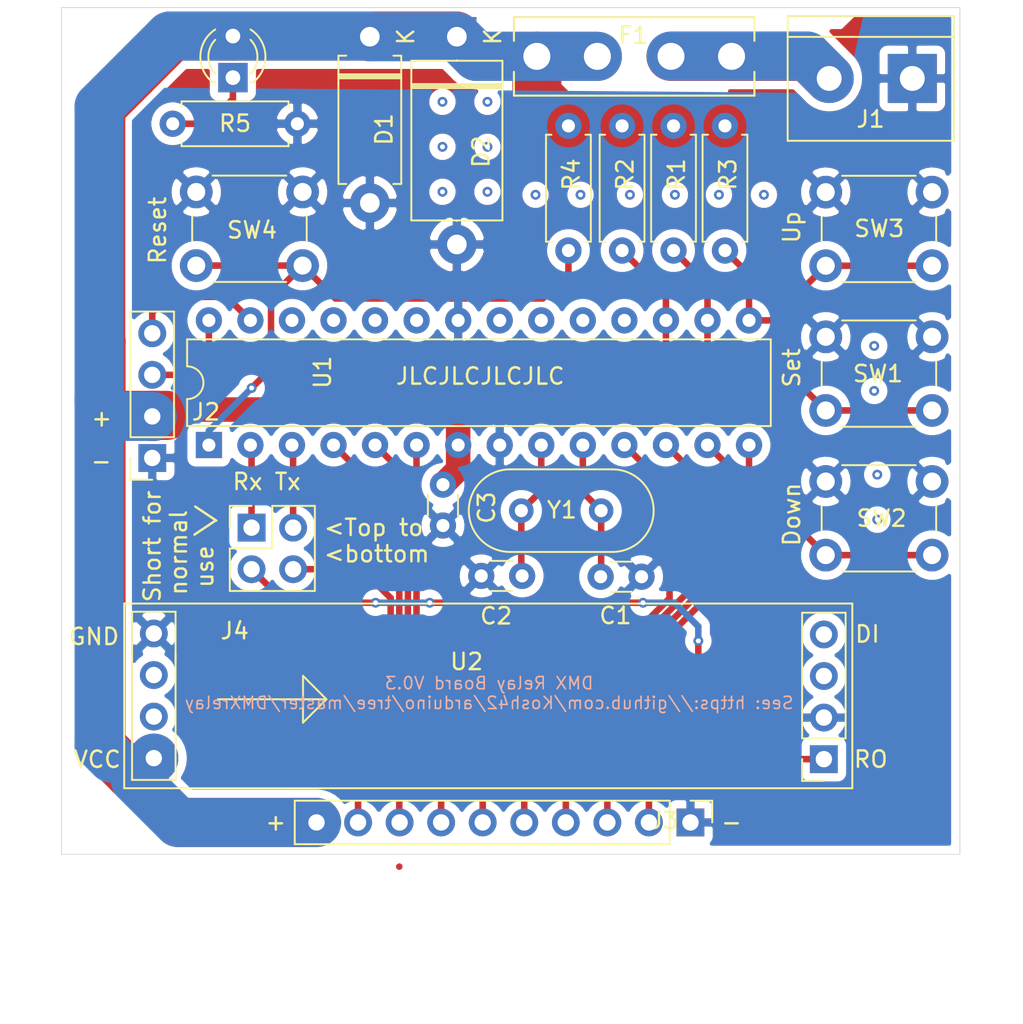
<source format=kicad_pcb>
(kicad_pcb (version 20171130) (host pcbnew "(5.1.9)-1")

  (general
    (thickness 1.6002)
    (drawings 13)
    (tracks 187)
    (zones 0)
    (modules 23)
    (nets 24)
  )

  (page A4)
  (title_block
    (date 2021-01-30)
  )

  (layers
    (0 Front signal)
    (31 Back signal)
    (34 B.Paste user)
    (35 F.Paste user)
    (36 B.SilkS user)
    (37 F.SilkS user)
    (38 B.Mask user)
    (39 F.Mask user)
    (44 Edge.Cuts user)
    (45 Margin user)
    (46 B.CrtYd user)
    (47 F.CrtYd user)
    (49 F.Fab user)
  )

  (setup
    (last_trace_width 3)
    (user_trace_width 0.15)
    (user_trace_width 0.2)
    (user_trace_width 0.4)
    (user_trace_width 0.6)
    (user_trace_width 1.5)
    (user_trace_width 3)
    (trace_clearance 0.127)
    (zone_clearance 0.508)
    (zone_45_only no)
    (trace_min 0.127)
    (via_size 0.6)
    (via_drill 0.3)
    (via_min_size 0.6)
    (via_min_drill 0.3)
    (user_via 0.6 0.3)
    (user_via 0.9 0.4)
    (uvia_size 0.6858)
    (uvia_drill 0.3302)
    (uvias_allowed no)
    (uvia_min_size 0.2)
    (uvia_min_drill 0.1)
    (edge_width 0.0381)
    (segment_width 0.254)
    (pcb_text_width 0.3048)
    (pcb_text_size 1.524 1.524)
    (mod_edge_width 0.1524)
    (mod_text_size 0.8128 0.8128)
    (mod_text_width 0.1524)
    (pad_size 3.5 3.5)
    (pad_drill 3)
    (pad_to_mask_clearance 0)
    (aux_axis_origin 0 0)
    (visible_elements 7FFFFFFF)
    (pcbplotparams
      (layerselection 0x010fc_ffffffff)
      (usegerberextensions false)
      (usegerberattributes true)
      (usegerberadvancedattributes true)
      (creategerberjobfile true)
      (excludeedgelayer true)
      (linewidth 0.100000)
      (plotframeref false)
      (viasonmask false)
      (mode 1)
      (useauxorigin false)
      (hpglpennumber 1)
      (hpglpenspeed 20)
      (hpglpendiameter 15.000000)
      (psnegative false)
      (psa4output false)
      (plotreference true)
      (plotvalue true)
      (plotinvisibletext false)
      (padsonsilk false)
      (subtractmaskfromsilk false)
      (outputformat 1)
      (mirror false)
      (drillshape 0)
      (scaleselection 1)
      (outputdirectory "Gerbers/"))
  )

  (net 0 "")
  (net 1 GND)
  (net 2 "Net-(C1-Pad1)")
  (net 3 "Net-(C2-Pad1)")
  (net 4 +5V)
  (net 5 Relay8)
  (net 6 Relay7)
  (net 7 Relay6)
  (net 8 Relay5)
  (net 9 Relay4)
  (net 10 Relay3)
  (net 11 Relay2)
  (net 12 Relay1)
  (net 13 SDA)
  (net 14 SCL)
  (net 15 Set)
  (net 16 Down)
  (net 17 Up)
  (net 18 "Net-(R4-Pad2)")
  (net 19 Rx)
  (net 20 "Net-(F1-Pad2)")
  (net 21 "Net-(D3-Pad1)")
  (net 22 DMX_Data)
  (net 23 Tx)

  (net_class Default "This is the default net class."
    (clearance 0.127)
    (trace_width 0.127)
    (via_dia 0.6)
    (via_drill 0.3)
    (uvia_dia 0.6858)
    (uvia_drill 0.3302)
    (diff_pair_width 0.1524)
    (diff_pair_gap 0.254)
    (add_net +5V)
    (add_net DMX_Data)
    (add_net Down)
    (add_net GND)
    (add_net "Net-(C1-Pad1)")
    (add_net "Net-(C2-Pad1)")
    (add_net "Net-(D3-Pad1)")
    (add_net "Net-(F1-Pad2)")
    (add_net "Net-(R4-Pad2)")
    (add_net Relay1)
    (add_net Relay2)
    (add_net Relay3)
    (add_net Relay4)
    (add_net Relay5)
    (add_net Relay6)
    (add_net Relay7)
    (add_net Relay8)
    (add_net Rx)
    (add_net SCL)
    (add_net SDA)
    (add_net Set)
    (add_net Tx)
    (add_net Up)
  )

  (module Connector_PinHeader_2.54mm:PinHeader_1x10_P2.54mm_Vertical (layer Front) (tedit 59FED5CC) (tstamp 601B11E4)
    (at 100.39 73.69 270)
    (descr "Through hole straight pin header, 1x10, 2.54mm pitch, single row")
    (tags "Through hole pin header THT 1x10 2.54mm single row")
    (path /601B5B31)
    (fp_text reference J3 (at -0.11 1.59 180) (layer F.SilkS)
      (effects (font (size 1 1) (thickness 0.15)))
    )
    (fp_text value Outputs (at -0.26 5.46 270) (layer F.Fab)
      (effects (font (size 1 1) (thickness 0.15)))
    )
    (fp_text user %R (at -0.26 3 270) (layer F.Fab)
      (effects (font (size 1 1) (thickness 0.15)))
    )
    (fp_line (start -0.635 -1.27) (end 1.27 -1.27) (layer F.Fab) (width 0.1))
    (fp_line (start 1.27 -1.27) (end 1.27 24.13) (layer F.Fab) (width 0.1))
    (fp_line (start 1.27 24.13) (end -1.27 24.13) (layer F.Fab) (width 0.1))
    (fp_line (start -1.27 24.13) (end -1.27 -0.635) (layer F.Fab) (width 0.1))
    (fp_line (start -1.27 -0.635) (end -0.635 -1.27) (layer F.Fab) (width 0.1))
    (fp_line (start -1.33 24.19) (end 1.33 24.19) (layer F.SilkS) (width 0.12))
    (fp_line (start -1.33 1.27) (end -1.33 24.19) (layer F.SilkS) (width 0.12))
    (fp_line (start 1.33 1.27) (end 1.33 24.19) (layer F.SilkS) (width 0.12))
    (fp_line (start -1.33 1.27) (end 1.33 1.27) (layer F.SilkS) (width 0.12))
    (fp_line (start -1.33 0) (end -1.33 -1.33) (layer F.SilkS) (width 0.12))
    (fp_line (start -1.33 -1.33) (end 0 -1.33) (layer F.SilkS) (width 0.12))
    (fp_line (start -1.8 -1.8) (end -1.8 24.65) (layer F.CrtYd) (width 0.05))
    (fp_line (start -1.8 24.65) (end 1.8 24.65) (layer F.CrtYd) (width 0.05))
    (fp_line (start 1.8 24.65) (end 1.8 -1.8) (layer F.CrtYd) (width 0.05))
    (fp_line (start 1.8 -1.8) (end -1.8 -1.8) (layer F.CrtYd) (width 0.05))
    (pad 10 thru_hole oval (at 0 22.86 270) (size 1.7 1.7) (drill 1) (layers *.Cu *.Mask)
      (net 4 +5V))
    (pad 9 thru_hole oval (at 0 20.32 270) (size 1.7 1.7) (drill 1) (layers *.Cu *.Mask)
      (net 5 Relay8))
    (pad 8 thru_hole oval (at 0 17.78 270) (size 1.7 1.7) (drill 1) (layers *.Cu *.Mask)
      (net 6 Relay7))
    (pad 7 thru_hole oval (at 0 15.24 270) (size 1.7 1.7) (drill 1) (layers *.Cu *.Mask)
      (net 7 Relay6))
    (pad 6 thru_hole oval (at 0 12.7 270) (size 1.7 1.7) (drill 1) (layers *.Cu *.Mask)
      (net 8 Relay5))
    (pad 5 thru_hole oval (at 0 10.16 270) (size 1.7 1.7) (drill 1) (layers *.Cu *.Mask)
      (net 9 Relay4))
    (pad 4 thru_hole oval (at 0 7.62 270) (size 1.7 1.7) (drill 1) (layers *.Cu *.Mask)
      (net 10 Relay3))
    (pad 3 thru_hole oval (at 0 5.08 270) (size 1.7 1.7) (drill 1) (layers *.Cu *.Mask)
      (net 11 Relay2))
    (pad 2 thru_hole oval (at 0 2.54 270) (size 1.7 1.7) (drill 1) (layers *.Cu *.Mask)
      (net 12 Relay1))
    (pad 1 thru_hole rect (at 0 0 270) (size 1.7 1.7) (drill 1) (layers *.Cu *.Mask)
      (net 1 GND))
    (model ${KISYS3DMOD}/Connector_PinHeader_2.54mm.3dshapes/PinHeader_1x10_P2.54mm_Vertical.wrl
      (at (xyz 0 0 0))
      (scale (xyz 1 1 1))
      (rotate (xyz 0 0 0))
    )
  )

  (module TerminalBlock:TerminalBlock_bornier-2_P5.08mm (layer Front) (tedit 59FF03AB) (tstamp 601B1142)
    (at 113.95 28.21 180)
    (descr "simple 2-pin terminal block, pitch 5.08mm, revamped version of bornier2")
    (tags "terminal block bornier2")
    (path /601B3235)
    (fp_text reference J1 (at 2.55 -2.49) (layer F.SilkS)
      (effects (font (size 1 1) (thickness 0.15)))
    )
    (fp_text value "5V Input" (at 2.54 5.08) (layer B.Fab)
      (effects (font (size 1 1) (thickness 0.15)) (justify mirror))
    )
    (fp_line (start 7.79 4) (end -2.71 4) (layer F.CrtYd) (width 0.05))
    (fp_line (start 7.79 4) (end 7.79 -4) (layer F.CrtYd) (width 0.05))
    (fp_line (start -2.71 -4) (end -2.71 4) (layer F.CrtYd) (width 0.05))
    (fp_line (start -2.71 -4) (end 7.79 -4) (layer F.CrtYd) (width 0.05))
    (fp_line (start -2.54 3.81) (end 7.62 3.81) (layer F.SilkS) (width 0.12))
    (fp_line (start -2.54 -3.81) (end -2.54 3.81) (layer F.SilkS) (width 0.12))
    (fp_line (start 7.62 -3.81) (end -2.54 -3.81) (layer F.SilkS) (width 0.12))
    (fp_line (start 7.62 3.81) (end 7.62 -3.81) (layer F.SilkS) (width 0.12))
    (fp_line (start 7.62 2.54) (end -2.54 2.54) (layer F.SilkS) (width 0.12))
    (fp_line (start 7.54 -3.75) (end -2.46 -3.75) (layer F.Fab) (width 0.1))
    (fp_line (start 7.54 3.75) (end 7.54 -3.75) (layer F.Fab) (width 0.1))
    (fp_line (start -2.46 3.75) (end 7.54 3.75) (layer F.Fab) (width 0.1))
    (fp_line (start -2.46 -3.75) (end -2.46 3.75) (layer F.Fab) (width 0.1))
    (fp_line (start -2.41 2.55) (end 7.49 2.55) (layer F.Fab) (width 0.1))
    (fp_text user %R (at 2.54 0) (layer B.Fab)
      (effects (font (size 1 1) (thickness 0.15)) (justify mirror))
    )
    (pad 2 thru_hole circle (at 5.08 0 180) (size 3 3) (drill 1.52) (layers *.Cu *.Mask)
      (net 20 "Net-(F1-Pad2)"))
    (pad 1 thru_hole rect (at 0 0 180) (size 3 3) (drill 1.52) (layers *.Cu *.Mask)
      (net 1 GND))
    (model ${KISYS3DMOD}/TerminalBlock.3dshapes/TerminalBlock_bornier-2_P5.08mm.wrl
      (offset (xyz 2.539999961853027 0 0))
      (scale (xyz 1 1 1))
      (rotate (xyz 0 0 0))
    )
  )

  (module Crystal:Crystal_HC49-U_Vertical (layer Front) (tedit 5A1AD3B8) (tstamp 6015D905)
    (at 90.05 54.63)
    (descr "Crystal THT HC-49/U http://5hertz.com/pdfs/04404_D.pdf")
    (tags "THT crystalHC-49/U")
    (path /60244C4B)
    (fp_text reference Y1 (at 2.48 -0.04) (layer F.SilkS)
      (effects (font (size 1 1) (thickness 0.15)))
    )
    (fp_text value 16MHz (at 2.44 3.525) (layer F.Fab)
      (effects (font (size 1 1) (thickness 0.15)))
    )
    (fp_line (start -0.685 -2.325) (end 5.565 -2.325) (layer F.Fab) (width 0.1))
    (fp_line (start -0.685 2.325) (end 5.565 2.325) (layer F.Fab) (width 0.1))
    (fp_line (start -0.56 -2) (end 5.44 -2) (layer F.Fab) (width 0.1))
    (fp_line (start -0.56 2) (end 5.44 2) (layer F.Fab) (width 0.1))
    (fp_line (start -0.685 -2.525) (end 5.565 -2.525) (layer F.SilkS) (width 0.12))
    (fp_line (start -0.685 2.525) (end 5.565 2.525) (layer F.SilkS) (width 0.12))
    (fp_line (start -3.5 -2.8) (end -3.5 2.8) (layer F.CrtYd) (width 0.05))
    (fp_line (start -3.5 2.8) (end 8.4 2.8) (layer F.CrtYd) (width 0.05))
    (fp_line (start 8.4 2.8) (end 8.4 -2.8) (layer F.CrtYd) (width 0.05))
    (fp_line (start 8.4 -2.8) (end -3.5 -2.8) (layer F.CrtYd) (width 0.05))
    (fp_arc (start 5.565 0) (end 5.565 -2.525) (angle 180) (layer F.SilkS) (width 0.12))
    (fp_arc (start -0.685 0) (end -0.685 -2.525) (angle -180) (layer F.SilkS) (width 0.12))
    (fp_arc (start 5.44 0) (end 5.44 -2) (angle 180) (layer F.Fab) (width 0.1))
    (fp_arc (start -0.56 0) (end -0.56 -2) (angle -180) (layer F.Fab) (width 0.1))
    (fp_arc (start 5.565 0) (end 5.565 -2.325) (angle 180) (layer F.Fab) (width 0.1))
    (fp_arc (start -0.685 0) (end -0.685 -2.325) (angle -180) (layer F.Fab) (width 0.1))
    (fp_text user %R (at 2.44 0) (layer F.Fab)
      (effects (font (size 1 1) (thickness 0.15)))
    )
    (pad 2 thru_hole circle (at 4.88 0) (size 1.5 1.5) (drill 0.8) (layers *.Cu *.Mask)
      (net 2 "Net-(C1-Pad1)"))
    (pad 1 thru_hole circle (at 0 0) (size 1.5 1.5) (drill 0.8) (layers *.Cu *.Mask)
      (net 3 "Net-(C2-Pad1)"))
    (model ${KISYS3DMOD}/Crystal.3dshapes/Crystal_HC49-U_Vertical.wrl
      (at (xyz 0 0 0))
      (scale (xyz 1 1 1))
      (rotate (xyz 0 0 0))
    )
  )

  (module Connector_PinHeader_2.54mm:PinHeader_2x02_P2.54mm_Vertical (layer Front) (tedit 59FED5CC) (tstamp 60172C3C)
    (at 73.56 55.67)
    (descr "Through hole straight pin header, 2x02, 2.54mm pitch, double rows")
    (tags "Through hole pin header THT 2x02 2.54mm double row")
    (path /6016D115)
    (fp_text reference J4 (at -1.03 6.31) (layer F.SilkS)
      (effects (font (size 1 1) (thickness 0.15)))
    )
    (fp_text value "Prog header" (at 1.27 4.87) (layer F.Fab)
      (effects (font (size 1 1) (thickness 0.15)))
    )
    (fp_line (start 0 -1.27) (end 3.81 -1.27) (layer F.Fab) (width 0.1))
    (fp_line (start 3.81 -1.27) (end 3.81 3.81) (layer F.Fab) (width 0.1))
    (fp_line (start 3.81 3.81) (end -1.27 3.81) (layer F.Fab) (width 0.1))
    (fp_line (start -1.27 3.81) (end -1.27 0) (layer F.Fab) (width 0.1))
    (fp_line (start -1.27 0) (end 0 -1.27) (layer F.Fab) (width 0.1))
    (fp_line (start -1.33 3.87) (end 3.87 3.87) (layer F.SilkS) (width 0.12))
    (fp_line (start -1.33 1.27) (end -1.33 3.87) (layer F.SilkS) (width 0.12))
    (fp_line (start 3.87 -1.33) (end 3.87 3.87) (layer F.SilkS) (width 0.12))
    (fp_line (start -1.33 1.27) (end 1.27 1.27) (layer F.SilkS) (width 0.12))
    (fp_line (start 1.27 1.27) (end 1.27 -1.33) (layer F.SilkS) (width 0.12))
    (fp_line (start 1.27 -1.33) (end 3.87 -1.33) (layer F.SilkS) (width 0.12))
    (fp_line (start -1.33 0) (end -1.33 -1.33) (layer F.SilkS) (width 0.12))
    (fp_line (start -1.33 -1.33) (end 0 -1.33) (layer F.SilkS) (width 0.12))
    (fp_line (start -1.8 -1.8) (end -1.8 4.35) (layer F.CrtYd) (width 0.05))
    (fp_line (start -1.8 4.35) (end 4.35 4.35) (layer F.CrtYd) (width 0.05))
    (fp_line (start 4.35 4.35) (end 4.35 -1.8) (layer F.CrtYd) (width 0.05))
    (fp_line (start 4.35 -1.8) (end -1.8 -1.8) (layer F.CrtYd) (width 0.05))
    (fp_text user %R (at 1.27 1.27 90) (layer F.Fab)
      (effects (font (size 1 1) (thickness 0.15)))
    )
    (pad 4 thru_hole oval (at 2.54 2.54) (size 1.7 1.7) (drill 1) (layers *.Cu *.Mask)
      (net 5 Relay8))
    (pad 3 thru_hole oval (at 0 2.54) (size 1.7 1.7) (drill 1) (layers *.Cu *.Mask)
      (net 22 DMX_Data))
    (pad 2 thru_hole oval (at 2.54 0) (size 1.7 1.7) (drill 1) (layers *.Cu *.Mask)
      (net 23 Tx))
    (pad 1 thru_hole rect (at 0 0) (size 1.7 1.7) (drill 1) (layers *.Cu *.Mask)
      (net 19 Rx))
    (model ${KISYS3DMOD}/Connector_PinHeader_2.54mm.3dshapes/PinHeader_2x02_P2.54mm_Vertical.wrl
      (at (xyz 0 0 0))
      (scale (xyz 1 1 1))
      (rotate (xyz 0 0 0))
    )
  )

  (module Capacitor_THT:C_Disc_D3.0mm_W1.6mm_P2.50mm (layer Front) (tedit 5AE50EF0) (tstamp 60172AC4)
    (at 85.26 53.04 270)
    (descr "C, Disc series, Radial, pin pitch=2.50mm, , diameter*width=3.0*1.6mm^2, Capacitor, http://www.vishay.com/docs/45233/krseries.pdf")
    (tags "C Disc series Radial pin pitch 2.50mm  diameter 3.0mm width 1.6mm Capacitor")
    (path /60170171)
    (fp_text reference C3 (at 1.41 -2.67 90) (layer F.SilkS)
      (effects (font (size 1 1) (thickness 0.15)))
    )
    (fp_text value Decouple (at 1.25 2.05 90) (layer F.Fab)
      (effects (font (size 1 1) (thickness 0.15)))
    )
    (fp_line (start -0.25 -0.8) (end -0.25 0.8) (layer F.Fab) (width 0.1))
    (fp_line (start -0.25 0.8) (end 2.75 0.8) (layer F.Fab) (width 0.1))
    (fp_line (start 2.75 0.8) (end 2.75 -0.8) (layer F.Fab) (width 0.1))
    (fp_line (start 2.75 -0.8) (end -0.25 -0.8) (layer F.Fab) (width 0.1))
    (fp_line (start 0.621 -0.92) (end 1.879 -0.92) (layer F.SilkS) (width 0.12))
    (fp_line (start 0.621 0.92) (end 1.879 0.92) (layer F.SilkS) (width 0.12))
    (fp_line (start -1.05 -1.05) (end -1.05 1.05) (layer F.CrtYd) (width 0.05))
    (fp_line (start -1.05 1.05) (end 3.55 1.05) (layer F.CrtYd) (width 0.05))
    (fp_line (start 3.55 1.05) (end 3.55 -1.05) (layer F.CrtYd) (width 0.05))
    (fp_line (start 3.55 -1.05) (end -1.05 -1.05) (layer F.CrtYd) (width 0.05))
    (fp_text user %R (at 1.25 0 90) (layer F.Fab)
      (effects (font (size 0.6 0.6) (thickness 0.09)))
    )
    (pad 2 thru_hole circle (at 2.5 0 270) (size 1.6 1.6) (drill 0.8) (layers *.Cu *.Mask)
      (net 1 GND))
    (pad 1 thru_hole circle (at 0 0 270) (size 1.6 1.6) (drill 0.8) (layers *.Cu *.Mask)
      (net 4 +5V))
    (model ${KISYS3DMOD}/Capacitor_THT.3dshapes/C_Disc_D3.0mm_W1.6mm_P2.50mm.wrl
      (at (xyz 0 0 0))
      (scale (xyz 1 1 1))
      (rotate (xyz 0 0 0))
    )
  )

  (module 3544:FUSE_3544-2 (layer Front) (tedit 601597D4) (tstamp 60166226)
    (at 96.95 26.86)
    (path /6016C644)
    (fp_text reference F1 (at -0.05 -1.29) (layer F.SilkS)
      (effects (font (size 1 1) (thickness 0.15)))
    )
    (fp_text value Fuse (at -0.635 3.175) (layer F.Fab)
      (effects (font (size 1 1) (thickness 0.015)))
    )
    (fp_line (start -7.35 -2.4) (end 7.35 -2.4) (layer F.Fab) (width 0.127))
    (fp_line (start 7.35 -2.4) (end 7.35 2.4) (layer F.Fab) (width 0.127))
    (fp_line (start 7.35 2.4) (end -7.35 2.4) (layer F.Fab) (width 0.127))
    (fp_line (start -7.35 2.4) (end -7.35 -2.4) (layer F.Fab) (width 0.127))
    (fp_line (start -7.35 -2.4) (end 7.35 -2.4) (layer F.SilkS) (width 0.127))
    (fp_line (start 7.35 2.4) (end -7.35 2.4) (layer F.SilkS) (width 0.127))
    (fp_line (start -7.35 -2.4) (end -7.35 -0.95) (layer F.SilkS) (width 0.127))
    (fp_line (start -7.35 0.95) (end -7.35 2.4) (layer F.SilkS) (width 0.127))
    (fp_line (start 7.35 0.95) (end 7.35 2.4) (layer F.SilkS) (width 0.127))
    (fp_line (start 7.35 -2.4) (end 7.35 -0.95) (layer F.SilkS) (width 0.127))
    (fp_line (start -7.6 -2.65) (end 7.6 -2.65) (layer F.CrtYd) (width 0.05))
    (fp_line (start 7.6 -2.65) (end 7.6 2.65) (layer F.CrtYd) (width 0.05))
    (fp_line (start 7.6 2.65) (end -7.6 2.65) (layer F.CrtYd) (width 0.05))
    (fp_line (start -7.6 2.65) (end -7.6 -2.65) (layer F.CrtYd) (width 0.05))
    (pad 2 thru_hole circle (at 5.95 0) (size 2.475 2.475) (drill 1.65) (layers *.Cu *.Mask)
      (net 20 "Net-(F1-Pad2)"))
    (pad 1 thru_hole circle (at -5.95 0) (size 2.475 2.475) (drill 1.65) (layers *.Cu *.Mask)
      (net 4 +5V))
    (pad 2 thru_hole circle (at 2.25 0) (size 2.475 2.475) (drill 1.65) (layers *.Cu *.Mask)
      (net 20 "Net-(F1-Pad2)"))
    (pad 1 thru_hole circle (at -2.25 0) (size 2.475 2.475) (drill 1.65) (layers *.Cu *.Mask)
      (net 4 +5V))
    (model "C:/Users/kosh4/Documents/Tim BBB KiCAD/3544again.pretty/3544-2.kicad_mod"
      (at (xyz 0 0 0))
      (scale (xyz 1 1 1))
      (rotate (xyz 0 0 0))
    )
    (model "C:/Users/kosh4/Desktop/PB_16-master/Kicad/libraries/3D_Models/Mini Blade Fuse Holder.step"
      (offset (xyz 0 2 0))
      (scale (xyz 1 1 1))
      (rotate (xyz 0 0 180))
    )
  )

  (module MAX485:Max4852 (layer Front) (tedit 601596B1) (tstamp 6015D8EE)
    (at 108.525 62.2)
    (descr "Through hole straight socket strip, 1x04, 2.54mm pitch, single row (from Kicad 4.0.7), script generated")
    (tags "Through hole socket strip THT 1x04 2.54mm single row")
    (path /60231987)
    (fp_text reference U2 (at -21.82 1.66) (layer F.SilkS)
      (effects (font (size 1 1) (thickness 0.15)))
    )
    (fp_text value MAX485 (at -22.27 4.27) (layer F.Fab)
      (effects (font (size 1 1) (thickness 0.15)))
    )
    (fp_line (start -1.8 9.4) (end -1.8 -1.8) (layer F.CrtYd) (width 0.05))
    (fp_line (start 1.75 9.4) (end -1.8 9.4) (layer F.CrtYd) (width 0.05))
    (fp_line (start 1.75 -1.8) (end 1.75 9.4) (layer F.CrtYd) (width 0.05))
    (fp_line (start -1.8 -1.8) (end 1.75 -1.8) (layer F.CrtYd) (width 0.05))
    (fp_line (start 0.02 8.95) (end -1.31 8.95) (layer F.SilkS) (width 0.12))
    (fp_line (start -1.31 8.95) (end -1.31 7.62) (layer F.SilkS) (width 0.12))
    (fp_line (start -1.31 6.35) (end -1.31 -1.33) (layer F.SilkS) (width 0.12))
    (fp_line (start 1.35 -1.33) (end -1.31 -1.33) (layer F.SilkS) (width 0.12))
    (fp_line (start 1.35 6.35) (end 1.35 -1.33) (layer F.SilkS) (width 0.12))
    (fp_line (start 1.35 6.35) (end -1.31 6.35) (layer F.SilkS) (width 0.12))
    (fp_line (start 1.29 -1.27) (end 1.29 8.89) (layer F.Fab) (width 0.1))
    (fp_line (start -1.25 -1.27) (end 1.29 -1.27) (layer F.Fab) (width 0.1))
    (fp_line (start -1.25 8.255) (end -1.25 -1.27) (layer F.Fab) (width 0.1))
    (fp_line (start -0.615 8.89) (end -1.25 8.255) (layer F.Fab) (width 0.1))
    (fp_line (start 1.29 8.89) (end -0.615 8.89) (layer F.Fab) (width 0.1))
    (fp_line (start -42.27 -1.39) (end -39.61 -1.39) (layer F.SilkS) (width 0.12))
    (fp_line (start -42.27 8.89) (end -39.61 8.89) (layer F.SilkS) (width 0.12))
    (fp_line (start -42.21 8.83) (end -42.21 -1.33) (layer F.Fab) (width 0.1))
    (fp_line (start -42.74 9.34) (end -42.74 -1.86) (layer F.CrtYd) (width 0.05))
    (fp_line (start -42.27 1.21) (end -42.27 8.89) (layer F.SilkS) (width 0.12))
    (fp_line (start -39.19 -1.86) (end -39.19 9.34) (layer F.CrtYd) (width 0.05))
    (fp_line (start -42.74 -1.86) (end -39.19 -1.86) (layer F.CrtYd) (width 0.05))
    (fp_line (start -39.19 9.34) (end -42.74 9.34) (layer F.CrtYd) (width 0.05))
    (fp_line (start -39.61 -1.39) (end -39.61 1.71) (layer F.SilkS) (width 0.12))
    (fp_line (start -39.61 1.21) (end -39.61 8.89) (layer F.SilkS) (width 0.12))
    (fp_line (start -39.67 8.83) (end -42.21 8.83) (layer F.Fab) (width 0.1))
    (fp_line (start -39.67 -0.695) (end -39.67 8.83) (layer F.Fab) (width 0.1))
    (fp_line (start -42.21 -1.33) (end -40.305 -1.33) (layer F.Fab) (width 0.1))
    (fp_line (start 1.76 9.4) (end -42.75 9.4) (layer F.SilkS) (width 0.12))
    (fp_line (start -42.75 9.4) (end -42.75 -1.89) (layer F.SilkS) (width 0.12))
    (fp_line (start -42.75 -1.89) (end 1.76 -1.89) (layer F.SilkS) (width 0.12))
    (fp_line (start 1.76 -1.89) (end 1.76 9.4) (layer F.SilkS) (width 0.12))
    (fp_line (start -42.27 -1.39) (end -42.27 1.21) (layer F.SilkS) (width 0.12))
    (fp_line (start -37.03 3.96) (end -30.39 3.96) (layer F.SilkS) (width 0.12))
    (fp_line (start -30.39 3.96) (end -31.82 2.53) (layer F.SilkS) (width 0.12))
    (fp_line (start -31.82 2.53) (end -31.82 5.39) (layer F.SilkS) (width 0.12))
    (fp_line (start -31.82 5.39) (end -30.39 3.96) (layer F.SilkS) (width 0.12))
    (fp_text user RO (at 2.89 7.63) (layer F.SilkS)
      (effects (font (size 1 1) (thickness 0.15)))
    )
    (fp_text user DI (at 2.68 -0.02) (layer F.SilkS)
      (effects (font (size 1 1) (thickness 0.15)))
    )
    (fp_text user VCC (at -44.4 7.64) (layer F.SilkS)
      (effects (font (size 1 1) (thickness 0.15)))
    )
    (fp_text user GND (at -44.59 0.13) (layer F.SilkS)
      (effects (font (size 1 1) (thickness 0.15)))
    )
    (fp_text user %R (at -42.74 3.75 90) (layer F.Fab)
      (effects (font (size 1 1) (thickness 0.15)))
    )
    (fp_text user %R (at 0.02 3.81 270) (layer F.Fab)
      (effects (font (size 1 1) (thickness 0.15)))
    )
    (pad 8 thru_hole oval (at -40.94 7.56) (size 1.7 1.7) (drill 1) (layers *.Cu *.Mask)
      (net 4 +5V))
    (pad 7 thru_hole oval (at -40.94 5.02) (size 1.7 1.7) (drill 1) (layers *.Cu *.Mask))
    (pad 6 thru_hole oval (at -40.94 2.48) (size 1.7 1.7) (drill 1) (layers *.Cu *.Mask))
    (pad 5 thru_hole circle (at -40.94 -0.06) (size 1.7 1.7) (drill 1) (layers *.Cu *.Mask)
      (net 1 GND))
    (pad 4 thru_hole oval (at 0.02 0 180) (size 1.7 1.7) (drill 1) (layers *.Cu *.Mask))
    (pad 3 thru_hole oval (at 0.02 2.54 180) (size 1.7 1.7) (drill 1) (layers *.Cu *.Mask))
    (pad 2 thru_hole oval (at 0.02 5.08 180) (size 1.7 1.7) (drill 1) (layers *.Cu *.Mask)
      (net 1 GND))
    (pad 1 thru_hole rect (at 0.02 7.62 180) (size 1.7 1.7) (drill 1) (layers *.Cu *.Mask)
      (net 22 DMX_Data))
    (model ${KISYS3DMOD}/Connector_PinSocket_2.54mm.3dshapes/PinSocket_1x04_P2.54mm_Vertical.wrl
      (offset (xyz -41 0 0))
      (scale (xyz 1 1 1))
      (rotate (xyz 0 0 0))
    )
    (model ${KISYS3DMOD}/Connector_PinSocket_2.54mm.3dshapes/PinSocket_1x04_P2.54mm_Vertical.wrl
      (at (xyz 0 0 0))
      (scale (xyz 1 1 1))
      (rotate (xyz 0 0 0))
    )
  )

  (module Resistor_THT:R_Axial_DIN0207_L6.3mm_D2.5mm_P7.62mm_Horizontal (layer Front) (tedit 5AE5139B) (tstamp 60166FF4)
    (at 68.74 30.98)
    (descr "Resistor, Axial_DIN0207 series, Axial, Horizontal, pin pitch=7.62mm, 0.25W = 1/4W, length*diameter=6.3*2.5mm^2, http://cdn-reichelt.de/documents/datenblatt/B400/1_4W%23YAG.pdf")
    (tags "Resistor Axial_DIN0207 series Axial Horizontal pin pitch 7.62mm 0.25W = 1/4W length 6.3mm diameter 2.5mm")
    (path /6017A8D0)
    (fp_text reference R5 (at 3.81 -0.02) (layer F.SilkS)
      (effects (font (size 1 1) (thickness 0.15)))
    )
    (fp_text value 2.2k (at 3.81 2.37) (layer F.Fab)
      (effects (font (size 1 1) (thickness 0.15)))
    )
    (fp_line (start 0.66 -1.25) (end 0.66 1.25) (layer F.Fab) (width 0.1))
    (fp_line (start 0.66 1.25) (end 6.96 1.25) (layer F.Fab) (width 0.1))
    (fp_line (start 6.96 1.25) (end 6.96 -1.25) (layer F.Fab) (width 0.1))
    (fp_line (start 6.96 -1.25) (end 0.66 -1.25) (layer F.Fab) (width 0.1))
    (fp_line (start 0 0) (end 0.66 0) (layer F.Fab) (width 0.1))
    (fp_line (start 7.62 0) (end 6.96 0) (layer F.Fab) (width 0.1))
    (fp_line (start 0.54 -1.04) (end 0.54 -1.37) (layer F.SilkS) (width 0.12))
    (fp_line (start 0.54 -1.37) (end 7.08 -1.37) (layer F.SilkS) (width 0.12))
    (fp_line (start 7.08 -1.37) (end 7.08 -1.04) (layer F.SilkS) (width 0.12))
    (fp_line (start 0.54 1.04) (end 0.54 1.37) (layer F.SilkS) (width 0.12))
    (fp_line (start 0.54 1.37) (end 7.08 1.37) (layer F.SilkS) (width 0.12))
    (fp_line (start 7.08 1.37) (end 7.08 1.04) (layer F.SilkS) (width 0.12))
    (fp_line (start -1.05 -1.5) (end -1.05 1.5) (layer F.CrtYd) (width 0.05))
    (fp_line (start -1.05 1.5) (end 8.67 1.5) (layer F.CrtYd) (width 0.05))
    (fp_line (start 8.67 1.5) (end 8.67 -1.5) (layer F.CrtYd) (width 0.05))
    (fp_line (start 8.67 -1.5) (end -1.05 -1.5) (layer F.CrtYd) (width 0.05))
    (fp_text user %R (at 3.81 0) (layer F.Fab)
      (effects (font (size 1 1) (thickness 0.15)))
    )
    (pad 2 thru_hole oval (at 7.62 0) (size 1.6 1.6) (drill 0.8) (layers *.Cu *.Mask)
      (net 1 GND))
    (pad 1 thru_hole circle (at 0 0) (size 1.6 1.6) (drill 0.8) (layers *.Cu *.Mask)
      (net 21 "Net-(D3-Pad1)"))
    (model ${KISYS3DMOD}/Resistor_THT.3dshapes/R_Axial_DIN0207_L6.3mm_D2.5mm_P7.62mm_Horizontal.wrl
      (at (xyz 0 0 0))
      (scale (xyz 1 1 1))
      (rotate (xyz 0 0 0))
    )
  )

  (module Resistor_THT:R_Axial_DIN0207_L6.3mm_D2.5mm_P7.62mm_Horizontal (layer Front) (tedit 5AE5139B) (tstamp 6015D80B)
    (at 92.93 31.11 270)
    (descr "Resistor, Axial_DIN0207 series, Axial, Horizontal, pin pitch=7.62mm, 0.25W = 1/4W, length*diameter=6.3*2.5mm^2, http://cdn-reichelt.de/documents/datenblatt/B400/1_4W%23YAG.pdf")
    (tags "Resistor Axial_DIN0207 series Axial Horizontal pin pitch 7.62mm 0.25W = 1/4W length 6.3mm diameter 2.5mm")
    (path /602577FB)
    (fp_text reference R4 (at 2.97 -0.18 90) (layer F.SilkS)
      (effects (font (size 1 1) (thickness 0.15)))
    )
    (fp_text value 10k (at 3.81 2.37 90) (layer F.Fab)
      (effects (font (size 1 1) (thickness 0.15)))
    )
    (fp_line (start 0.66 -1.25) (end 0.66 1.25) (layer F.Fab) (width 0.1))
    (fp_line (start 0.66 1.25) (end 6.96 1.25) (layer F.Fab) (width 0.1))
    (fp_line (start 6.96 1.25) (end 6.96 -1.25) (layer F.Fab) (width 0.1))
    (fp_line (start 6.96 -1.25) (end 0.66 -1.25) (layer F.Fab) (width 0.1))
    (fp_line (start 0 0) (end 0.66 0) (layer F.Fab) (width 0.1))
    (fp_line (start 7.62 0) (end 6.96 0) (layer F.Fab) (width 0.1))
    (fp_line (start 0.54 -1.04) (end 0.54 -1.37) (layer F.SilkS) (width 0.12))
    (fp_line (start 0.54 -1.37) (end 7.08 -1.37) (layer F.SilkS) (width 0.12))
    (fp_line (start 7.08 -1.37) (end 7.08 -1.04) (layer F.SilkS) (width 0.12))
    (fp_line (start 0.54 1.04) (end 0.54 1.37) (layer F.SilkS) (width 0.12))
    (fp_line (start 0.54 1.37) (end 7.08 1.37) (layer F.SilkS) (width 0.12))
    (fp_line (start 7.08 1.37) (end 7.08 1.04) (layer F.SilkS) (width 0.12))
    (fp_line (start -1.05 -1.5) (end -1.05 1.5) (layer F.CrtYd) (width 0.05))
    (fp_line (start -1.05 1.5) (end 8.67 1.5) (layer F.CrtYd) (width 0.05))
    (fp_line (start 8.67 1.5) (end 8.67 -1.5) (layer F.CrtYd) (width 0.05))
    (fp_line (start 8.67 -1.5) (end -1.05 -1.5) (layer F.CrtYd) (width 0.05))
    (fp_text user %R (at 3.81 0 90) (layer F.Fab)
      (effects (font (size 1 1) (thickness 0.15)))
    )
    (pad 2 thru_hole oval (at 7.62 0 270) (size 1.6 1.6) (drill 0.8) (layers *.Cu *.Mask)
      (net 18 "Net-(R4-Pad2)"))
    (pad 1 thru_hole circle (at 0 0 270) (size 1.6 1.6) (drill 0.8) (layers *.Cu *.Mask)
      (net 4 +5V))
    (model ${KISYS3DMOD}/Resistor_THT.3dshapes/R_Axial_DIN0207_L6.3mm_D2.5mm_P7.62mm_Horizontal.wrl
      (at (xyz 0 0 0))
      (scale (xyz 1 1 1))
      (rotate (xyz 0 0 0))
    )
  )

  (module Resistor_THT:R_Axial_DIN0207_L6.3mm_D2.5mm_P7.62mm_Horizontal (layer Front) (tedit 5AE5139B) (tstamp 60163330)
    (at 102.5 31.11 270)
    (descr "Resistor, Axial_DIN0207 series, Axial, Horizontal, pin pitch=7.62mm, 0.25W = 1/4W, length*diameter=6.3*2.5mm^2, http://cdn-reichelt.de/documents/datenblatt/B400/1_4W%23YAG.pdf")
    (tags "Resistor Axial_DIN0207 series Axial Horizontal pin pitch 7.62mm 0.25W = 1/4W length 6.3mm diameter 2.5mm")
    (path /6025C139)
    (fp_text reference R3 (at 2.97 -0.18 90) (layer F.SilkS)
      (effects (font (size 1 1) (thickness 0.15)))
    )
    (fp_text value 10k (at 3.81 2.37 90) (layer F.Fab)
      (effects (font (size 1 1) (thickness 0.15)))
    )
    (fp_line (start 0.66 -1.25) (end 0.66 1.25) (layer F.Fab) (width 0.1))
    (fp_line (start 0.66 1.25) (end 6.96 1.25) (layer F.Fab) (width 0.1))
    (fp_line (start 6.96 1.25) (end 6.96 -1.25) (layer F.Fab) (width 0.1))
    (fp_line (start 6.96 -1.25) (end 0.66 -1.25) (layer F.Fab) (width 0.1))
    (fp_line (start 0 0) (end 0.66 0) (layer F.Fab) (width 0.1))
    (fp_line (start 7.62 0) (end 6.96 0) (layer F.Fab) (width 0.1))
    (fp_line (start 0.54 -1.04) (end 0.54 -1.37) (layer F.SilkS) (width 0.12))
    (fp_line (start 0.54 -1.37) (end 7.08 -1.37) (layer F.SilkS) (width 0.12))
    (fp_line (start 7.08 -1.37) (end 7.08 -1.04) (layer F.SilkS) (width 0.12))
    (fp_line (start 0.54 1.04) (end 0.54 1.37) (layer F.SilkS) (width 0.12))
    (fp_line (start 0.54 1.37) (end 7.08 1.37) (layer F.SilkS) (width 0.12))
    (fp_line (start 7.08 1.37) (end 7.08 1.04) (layer F.SilkS) (width 0.12))
    (fp_line (start -1.05 -1.5) (end -1.05 1.5) (layer F.CrtYd) (width 0.05))
    (fp_line (start -1.05 1.5) (end 8.67 1.5) (layer F.CrtYd) (width 0.05))
    (fp_line (start 8.67 1.5) (end 8.67 -1.5) (layer F.CrtYd) (width 0.05))
    (fp_line (start 8.67 -1.5) (end -1.05 -1.5) (layer F.CrtYd) (width 0.05))
    (fp_text user %R (at 3.81 0 90) (layer F.Fab)
      (effects (font (size 1 1) (thickness 0.15)))
    )
    (pad 2 thru_hole oval (at 7.62 0 270) (size 1.6 1.6) (drill 0.8) (layers *.Cu *.Mask)
      (net 17 Up))
    (pad 1 thru_hole circle (at 0 0 270) (size 1.6 1.6) (drill 0.8) (layers *.Cu *.Mask)
      (net 4 +5V))
    (model ${KISYS3DMOD}/Resistor_THT.3dshapes/R_Axial_DIN0207_L6.3mm_D2.5mm_P7.62mm_Horizontal.wrl
      (at (xyz 0 0 0))
      (scale (xyz 1 1 1))
      (rotate (xyz 0 0 0))
    )
  )

  (module Resistor_THT:R_Axial_DIN0207_L6.3mm_D2.5mm_P7.62mm_Horizontal (layer Front) (tedit 5AE5139B) (tstamp 6015D7ED)
    (at 96.21 31.11 270)
    (descr "Resistor, Axial_DIN0207 series, Axial, Horizontal, pin pitch=7.62mm, 0.25W = 1/4W, length*diameter=6.3*2.5mm^2, http://cdn-reichelt.de/documents/datenblatt/B400/1_4W%23YAG.pdf")
    (tags "Resistor Axial_DIN0207 series Axial Horizontal pin pitch 7.62mm 0.25W = 1/4W length 6.3mm diameter 2.5mm")
    (path /6025B78E)
    (fp_text reference R2 (at 2.97 -0.18 90) (layer F.SilkS)
      (effects (font (size 1 1) (thickness 0.15)))
    )
    (fp_text value 10k (at 3.81 2.37 90) (layer F.Fab)
      (effects (font (size 1 1) (thickness 0.15)))
    )
    (fp_line (start 8.67 -1.5) (end -1.05 -1.5) (layer F.CrtYd) (width 0.05))
    (fp_line (start 8.67 1.5) (end 8.67 -1.5) (layer F.CrtYd) (width 0.05))
    (fp_line (start -1.05 1.5) (end 8.67 1.5) (layer F.CrtYd) (width 0.05))
    (fp_line (start -1.05 -1.5) (end -1.05 1.5) (layer F.CrtYd) (width 0.05))
    (fp_line (start 7.08 1.37) (end 7.08 1.04) (layer F.SilkS) (width 0.12))
    (fp_line (start 0.54 1.37) (end 7.08 1.37) (layer F.SilkS) (width 0.12))
    (fp_line (start 0.54 1.04) (end 0.54 1.37) (layer F.SilkS) (width 0.12))
    (fp_line (start 7.08 -1.37) (end 7.08 -1.04) (layer F.SilkS) (width 0.12))
    (fp_line (start 0.54 -1.37) (end 7.08 -1.37) (layer F.SilkS) (width 0.12))
    (fp_line (start 0.54 -1.04) (end 0.54 -1.37) (layer F.SilkS) (width 0.12))
    (fp_line (start 7.62 0) (end 6.96 0) (layer F.Fab) (width 0.1))
    (fp_line (start 0 0) (end 0.66 0) (layer F.Fab) (width 0.1))
    (fp_line (start 6.96 -1.25) (end 0.66 -1.25) (layer F.Fab) (width 0.1))
    (fp_line (start 6.96 1.25) (end 6.96 -1.25) (layer F.Fab) (width 0.1))
    (fp_line (start 0.66 1.25) (end 6.96 1.25) (layer F.Fab) (width 0.1))
    (fp_line (start 0.66 -1.25) (end 0.66 1.25) (layer F.Fab) (width 0.1))
    (fp_text user %R (at 3.81 0 90) (layer F.Fab)
      (effects (font (size 1 1) (thickness 0.15)))
    )
    (pad 1 thru_hole circle (at 0 0 270) (size 1.6 1.6) (drill 0.8) (layers *.Cu *.Mask)
      (net 4 +5V))
    (pad 2 thru_hole oval (at 7.62 0 270) (size 1.6 1.6) (drill 0.8) (layers *.Cu *.Mask)
      (net 16 Down))
    (model ${KISYS3DMOD}/Resistor_THT.3dshapes/R_Axial_DIN0207_L6.3mm_D2.5mm_P7.62mm_Horizontal.wrl
      (at (xyz 0 0 0))
      (scale (xyz 1 1 1))
      (rotate (xyz 0 0 0))
    )
  )

  (module Resistor_THT:R_Axial_DIN0207_L6.3mm_D2.5mm_P7.62mm_Horizontal (layer Front) (tedit 5AE5139B) (tstamp 6015D7DE)
    (at 99.355 31.11 270)
    (descr "Resistor, Axial_DIN0207 series, Axial, Horizontal, pin pitch=7.62mm, 0.25W = 1/4W, length*diameter=6.3*2.5mm^2, http://cdn-reichelt.de/documents/datenblatt/B400/1_4W%23YAG.pdf")
    (tags "Resistor Axial_DIN0207 series Axial Horizontal pin pitch 7.62mm 0.25W = 1/4W length 6.3mm diameter 2.5mm")
    (path /6025B095)
    (fp_text reference R1 (at 2.97 -0.18 90) (layer F.SilkS)
      (effects (font (size 1 1) (thickness 0.15)))
    )
    (fp_text value 10k (at 3.81 2.37 90) (layer F.Fab)
      (effects (font (size 1 1) (thickness 0.15)))
    )
    (fp_line (start 0.66 -1.25) (end 0.66 1.25) (layer F.Fab) (width 0.1))
    (fp_line (start 0.66 1.25) (end 6.96 1.25) (layer F.Fab) (width 0.1))
    (fp_line (start 6.96 1.25) (end 6.96 -1.25) (layer F.Fab) (width 0.1))
    (fp_line (start 6.96 -1.25) (end 0.66 -1.25) (layer F.Fab) (width 0.1))
    (fp_line (start 0 0) (end 0.66 0) (layer F.Fab) (width 0.1))
    (fp_line (start 7.62 0) (end 6.96 0) (layer F.Fab) (width 0.1))
    (fp_line (start 0.54 -1.04) (end 0.54 -1.37) (layer F.SilkS) (width 0.12))
    (fp_line (start 0.54 -1.37) (end 7.08 -1.37) (layer F.SilkS) (width 0.12))
    (fp_line (start 7.08 -1.37) (end 7.08 -1.04) (layer F.SilkS) (width 0.12))
    (fp_line (start 0.54 1.04) (end 0.54 1.37) (layer F.SilkS) (width 0.12))
    (fp_line (start 0.54 1.37) (end 7.08 1.37) (layer F.SilkS) (width 0.12))
    (fp_line (start 7.08 1.37) (end 7.08 1.04) (layer F.SilkS) (width 0.12))
    (fp_line (start -1.05 -1.5) (end -1.05 1.5) (layer F.CrtYd) (width 0.05))
    (fp_line (start -1.05 1.5) (end 8.67 1.5) (layer F.CrtYd) (width 0.05))
    (fp_line (start 8.67 1.5) (end 8.67 -1.5) (layer F.CrtYd) (width 0.05))
    (fp_line (start 8.67 -1.5) (end -1.05 -1.5) (layer F.CrtYd) (width 0.05))
    (fp_text user %R (at 3.81 0 90) (layer F.Fab)
      (effects (font (size 1 1) (thickness 0.15)))
    )
    (pad 2 thru_hole oval (at 7.62 0 270) (size 1.6 1.6) (drill 0.8) (layers *.Cu *.Mask)
      (net 15 Set))
    (pad 1 thru_hole circle (at 0 0 270) (size 1.6 1.6) (drill 0.8) (layers *.Cu *.Mask)
      (net 4 +5V))
    (model ${KISYS3DMOD}/Resistor_THT.3dshapes/R_Axial_DIN0207_L6.3mm_D2.5mm_P7.62mm_Horizontal.wrl
      (at (xyz 0 0 0))
      (scale (xyz 1 1 1))
      (rotate (xyz 0 0 0))
    )
  )

  (module LED_THT:LED_D3.0mm (layer Front) (tedit 587A3A7B) (tstamp 60166FBA)
    (at 72.42 28.16 90)
    (descr "LED, diameter 3.0mm, 2 pins")
    (tags "LED diameter 3.0mm 2 pins")
    (path /60177EC9)
    (fp_text reference D3 (at 1.27 -2.96 90) (layer F.Fab)
      (effects (font (size 1 1) (thickness 0.15)))
    )
    (fp_text value LED (at 0.77 -3.07 90) (layer F.Fab)
      (effects (font (size 1 1) (thickness 0.15)))
    )
    (fp_circle (center 1.27 0) (end 2.77 0) (layer F.Fab) (width 0.1))
    (fp_line (start -0.23 -1.16619) (end -0.23 1.16619) (layer F.Fab) (width 0.1))
    (fp_line (start -0.29 -1.236) (end -0.29 -1.08) (layer F.SilkS) (width 0.12))
    (fp_line (start -0.29 1.08) (end -0.29 1.236) (layer F.SilkS) (width 0.12))
    (fp_line (start -1.15 -2.25) (end -1.15 2.25) (layer F.CrtYd) (width 0.05))
    (fp_line (start -1.15 2.25) (end 3.7 2.25) (layer F.CrtYd) (width 0.05))
    (fp_line (start 3.7 2.25) (end 3.7 -2.25) (layer F.CrtYd) (width 0.05))
    (fp_line (start 3.7 -2.25) (end -1.15 -2.25) (layer F.CrtYd) (width 0.05))
    (fp_arc (start 1.27 0) (end 0.229039 1.08) (angle -87.9) (layer F.SilkS) (width 0.12))
    (fp_arc (start 1.27 0) (end 0.229039 -1.08) (angle 87.9) (layer F.SilkS) (width 0.12))
    (fp_arc (start 1.27 0) (end -0.29 1.235516) (angle -108.8) (layer F.SilkS) (width 0.12))
    (fp_arc (start 1.27 0) (end -0.29 -1.235516) (angle 108.8) (layer F.SilkS) (width 0.12))
    (fp_arc (start 1.27 0) (end -0.23 -1.16619) (angle 284.3) (layer F.Fab) (width 0.1))
    (pad 2 thru_hole circle (at 2.54 0 90) (size 1.8 1.8) (drill 0.9) (layers *.Cu *.Mask)
      (net 4 +5V))
    (pad 1 thru_hole rect (at 0 0 90) (size 1.8 1.8) (drill 0.9) (layers *.Cu *.Mask)
      (net 21 "Net-(D3-Pad1)"))
    (model ${KISYS3DMOD}/LED_THT.3dshapes/LED_D3.0mm.wrl
      (at (xyz 0 0 0))
      (scale (xyz 1 1 1))
      (rotate (xyz 0 0 0))
    )
  )

  (module Diode_THT:D_DO-27_P12.70mm_Horizontal (layer Front) (tedit 5AE50CD5) (tstamp 6015E793)
    (at 86.11 25.66 270)
    (descr "Diode, DO-27 series, Axial, Horizontal, pin pitch=12.7mm, , length*diameter=9.52*5.33mm^2, , http://www.slottechforum.com/slotinfo/Techstuff/CD2%20Diodes%20and%20Transistors/Cases/Diode%20DO-27.jpg")
    (tags "Diode DO-27 series Axial Horizontal pin pitch 12.7mm  length 9.52mm diameter 5.33mm")
    (path /6015BCC1)
    (fp_text reference D2 (at 7.03 -1.48 90) (layer F.SilkS)
      (effects (font (size 1 1) (thickness 0.15)))
    )
    (fp_text value SB5100-T (at 6.82 1.47 90) (layer F.Fab)
      (effects (font (size 1 1) (thickness 0.15)))
    )
    (fp_line (start 1.59 -2.665) (end 1.59 2.665) (layer F.Fab) (width 0.1))
    (fp_line (start 1.59 2.665) (end 11.11 2.665) (layer F.Fab) (width 0.1))
    (fp_line (start 11.11 2.665) (end 11.11 -2.665) (layer F.Fab) (width 0.1))
    (fp_line (start 11.11 -2.665) (end 1.59 -2.665) (layer F.Fab) (width 0.1))
    (fp_line (start 0 0) (end 1.59 0) (layer F.Fab) (width 0.1))
    (fp_line (start 12.7 0) (end 11.11 0) (layer F.Fab) (width 0.1))
    (fp_line (start 3.018 -2.665) (end 3.018 2.665) (layer F.Fab) (width 0.1))
    (fp_line (start 3.118 -2.665) (end 3.118 2.665) (layer F.Fab) (width 0.1))
    (fp_line (start 2.918 -2.665) (end 2.918 2.665) (layer F.Fab) (width 0.1))
    (fp_line (start 1.47 -2.785) (end 1.47 2.785) (layer F.SilkS) (width 0.12))
    (fp_line (start 1.47 2.785) (end 11.23 2.785) (layer F.SilkS) (width 0.12))
    (fp_line (start 11.23 2.785) (end 11.23 -2.785) (layer F.SilkS) (width 0.12))
    (fp_line (start 11.23 -2.785) (end 1.47 -2.785) (layer F.SilkS) (width 0.12))
    (fp_line (start 1.44 0) (end 1.47 0) (layer F.SilkS) (width 0.12))
    (fp_line (start 11.26 0) (end 11.23 0) (layer F.SilkS) (width 0.12))
    (fp_line (start 3.018 -2.785) (end 3.018 2.785) (layer F.SilkS) (width 0.12))
    (fp_line (start 3.138 -2.785) (end 3.138 2.785) (layer F.SilkS) (width 0.12))
    (fp_line (start 2.898 -2.785) (end 2.898 2.785) (layer F.SilkS) (width 0.12))
    (fp_line (start -1.45 -2.92) (end -1.45 2.92) (layer F.CrtYd) (width 0.05))
    (fp_line (start -1.45 2.92) (end 14.15 2.92) (layer F.CrtYd) (width 0.05))
    (fp_line (start 14.15 2.92) (end 14.15 -2.92) (layer F.CrtYd) (width 0.05))
    (fp_line (start 14.15 -2.92) (end -1.45 -2.92) (layer F.CrtYd) (width 0.05))
    (fp_text user K (at 0 -2.2 90) (layer F.SilkS)
      (effects (font (size 1 1) (thickness 0.15)))
    )
    (fp_text user K (at 0 -2.2 90) (layer F.Fab)
      (effects (font (size 1 1) (thickness 0.15)))
    )
    (fp_text user %R (at 7.064 0 90) (layer F.Fab)
      (effects (font (size 1 1) (thickness 0.15)))
    )
    (pad 2 thru_hole oval (at 12.7 0 270) (size 2.4 2.4) (drill 1.2) (layers *.Cu *.Mask)
      (net 1 GND))
    (pad 1 thru_hole rect (at 0 0 270) (size 2.4 2.4) (drill 1.2) (layers *.Cu *.Mask)
      (net 4 +5V))
    (model ${KISYS3DMOD}/Diode_THT.3dshapes/D_DO-27_P12.70mm_Horizontal.wrl
      (at (xyz 0 0 0))
      (scale (xyz 1 1 1))
      (rotate (xyz 0 0 0))
    )
  )

  (module Diode_THT:D_DO-15_P10.16mm_Horizontal (layer Front) (tedit 5AE50CD5) (tstamp 6015E774)
    (at 80.79 25.66 270)
    (descr "Diode, DO-15 series, Axial, Horizontal, pin pitch=10.16mm, , length*diameter=7.6*3.6mm^2, , http://www.diodes.com/_files/packages/DO-15.pdf")
    (tags "Diode DO-15 series Axial Horizontal pin pitch 10.16mm  length 7.6mm diameter 3.6mm")
    (path /6015AEEB)
    (fp_text reference D1 (at 5.66 -0.87 90) (layer F.SilkS)
      (effects (font (size 1 1) (thickness 0.15)))
    )
    (fp_text value "Zener 5.1" (at 5.37 1.04 90) (layer F.Fab)
      (effects (font (size 1 1) (thickness 0.15)))
    )
    (fp_line (start 1.28 -1.8) (end 1.28 1.8) (layer F.Fab) (width 0.1))
    (fp_line (start 1.28 1.8) (end 8.88 1.8) (layer F.Fab) (width 0.1))
    (fp_line (start 8.88 1.8) (end 8.88 -1.8) (layer F.Fab) (width 0.1))
    (fp_line (start 8.88 -1.8) (end 1.28 -1.8) (layer F.Fab) (width 0.1))
    (fp_line (start 0 0) (end 1.28 0) (layer F.Fab) (width 0.1))
    (fp_line (start 10.16 0) (end 8.88 0) (layer F.Fab) (width 0.1))
    (fp_line (start 2.42 -1.8) (end 2.42 1.8) (layer F.Fab) (width 0.1))
    (fp_line (start 2.52 -1.8) (end 2.52 1.8) (layer F.Fab) (width 0.1))
    (fp_line (start 2.32 -1.8) (end 2.32 1.8) (layer F.Fab) (width 0.1))
    (fp_line (start 1.16 -1.44) (end 1.16 -1.92) (layer F.SilkS) (width 0.12))
    (fp_line (start 1.16 -1.92) (end 9 -1.92) (layer F.SilkS) (width 0.12))
    (fp_line (start 9 -1.92) (end 9 -1.44) (layer F.SilkS) (width 0.12))
    (fp_line (start 1.16 1.44) (end 1.16 1.92) (layer F.SilkS) (width 0.12))
    (fp_line (start 1.16 1.92) (end 9 1.92) (layer F.SilkS) (width 0.12))
    (fp_line (start 9 1.92) (end 9 1.44) (layer F.SilkS) (width 0.12))
    (fp_line (start 2.42 -1.92) (end 2.42 1.92) (layer F.SilkS) (width 0.12))
    (fp_line (start 2.54 -1.92) (end 2.54 1.92) (layer F.SilkS) (width 0.12))
    (fp_line (start 2.3 -1.92) (end 2.3 1.92) (layer F.SilkS) (width 0.12))
    (fp_line (start -1.45 -2.05) (end -1.45 2.05) (layer F.CrtYd) (width 0.05))
    (fp_line (start -1.45 2.05) (end 11.61 2.05) (layer F.CrtYd) (width 0.05))
    (fp_line (start 11.61 2.05) (end 11.61 -2.05) (layer F.CrtYd) (width 0.05))
    (fp_line (start 11.61 -2.05) (end -1.45 -2.05) (layer F.CrtYd) (width 0.05))
    (fp_text user K (at 0 -2.2 90) (layer F.SilkS)
      (effects (font (size 1 1) (thickness 0.15)))
    )
    (fp_text user K (at 0 -2.2 90) (layer F.Fab)
      (effects (font (size 1 1) (thickness 0.15)))
    )
    (fp_text user %R (at 5.65 0 90) (layer F.Fab)
      (effects (font (size 1 1) (thickness 0.15)))
    )
    (pad 2 thru_hole oval (at 10.16 0 270) (size 2.4 2.4) (drill 1.2) (layers *.Cu *.Mask)
      (net 1 GND))
    (pad 1 thru_hole rect (at 0 0 270) (size 2.4 2.4) (drill 1.2) (layers *.Cu *.Mask)
      (net 4 +5V))
    (model ${KISYS3DMOD}/Diode_THT.3dshapes/D_DO-15_P10.16mm_Horizontal.wrl
      (at (xyz 0 0 0))
      (scale (xyz 1 1 1))
      (rotate (xyz 0 0 0))
    )
  )

  (module Package_DIP:DIP-28_W7.62mm (layer Front) (tedit 5A02E8C5) (tstamp 6015D8B7)
    (at 70.95 50.62 90)
    (descr "28-lead though-hole mounted DIP package, row spacing 7.62 mm (300 mils)")
    (tags "THT DIP DIL PDIP 2.54mm 7.62mm 300mil")
    (path /6024347C)
    (fp_text reference U1 (at 4.45 6.95 90) (layer F.SilkS)
      (effects (font (size 1 1) (thickness 0.15)))
    )
    (fp_text value ATmega328-PU (at 3.81 35.35 90) (layer F.Fab)
      (effects (font (size 1 1) (thickness 0.15)))
    )
    (fp_line (start 1.635 -1.27) (end 6.985 -1.27) (layer F.Fab) (width 0.1))
    (fp_line (start 6.985 -1.27) (end 6.985 34.29) (layer F.Fab) (width 0.1))
    (fp_line (start 6.985 34.29) (end 0.635 34.29) (layer F.Fab) (width 0.1))
    (fp_line (start 0.635 34.29) (end 0.635 -0.27) (layer F.Fab) (width 0.1))
    (fp_line (start 0.635 -0.27) (end 1.635 -1.27) (layer F.Fab) (width 0.1))
    (fp_line (start 2.81 -1.33) (end 1.16 -1.33) (layer F.SilkS) (width 0.12))
    (fp_line (start 1.16 -1.33) (end 1.16 34.35) (layer F.SilkS) (width 0.12))
    (fp_line (start 1.16 34.35) (end 6.46 34.35) (layer F.SilkS) (width 0.12))
    (fp_line (start 6.46 34.35) (end 6.46 -1.33) (layer F.SilkS) (width 0.12))
    (fp_line (start 6.46 -1.33) (end 4.81 -1.33) (layer F.SilkS) (width 0.12))
    (fp_line (start -1.1 -1.55) (end -1.1 34.55) (layer F.CrtYd) (width 0.05))
    (fp_line (start -1.1 34.55) (end 8.7 34.55) (layer F.CrtYd) (width 0.05))
    (fp_line (start 8.7 34.55) (end 8.7 -1.55) (layer F.CrtYd) (width 0.05))
    (fp_line (start 8.7 -1.55) (end -1.1 -1.55) (layer F.CrtYd) (width 0.05))
    (fp_text user %R (at 2.75 14.64 90) (layer F.Fab)
      (effects (font (size 1 1) (thickness 0.15)))
    )
    (fp_arc (start 3.81 -1.33) (end 2.81 -1.33) (angle -180) (layer F.SilkS) (width 0.12))
    (pad 28 thru_hole oval (at 7.62 0 90) (size 1.6 1.6) (drill 0.8) (layers *.Cu *.Mask)
      (net 14 SCL))
    (pad 14 thru_hole oval (at 0 33.02 90) (size 1.6 1.6) (drill 0.8) (layers *.Cu *.Mask)
      (net 12 Relay1))
    (pad 27 thru_hole oval (at 7.62 2.54 90) (size 1.6 1.6) (drill 0.8) (layers *.Cu *.Mask)
      (net 13 SDA))
    (pad 13 thru_hole oval (at 0 30.48 90) (size 1.6 1.6) (drill 0.8) (layers *.Cu *.Mask)
      (net 11 Relay2))
    (pad 26 thru_hole oval (at 7.62 5.08 90) (size 1.6 1.6) (drill 0.8) (layers *.Cu *.Mask))
    (pad 12 thru_hole oval (at 0 27.94 90) (size 1.6 1.6) (drill 0.8) (layers *.Cu *.Mask)
      (net 10 Relay3))
    (pad 25 thru_hole oval (at 7.62 7.62 90) (size 1.6 1.6) (drill 0.8) (layers *.Cu *.Mask))
    (pad 11 thru_hole oval (at 0 25.4 90) (size 1.6 1.6) (drill 0.8) (layers *.Cu *.Mask)
      (net 9 Relay4))
    (pad 24 thru_hole oval (at 7.62 10.16 90) (size 1.6 1.6) (drill 0.8) (layers *.Cu *.Mask))
    (pad 10 thru_hole oval (at 0 22.86 90) (size 1.6 1.6) (drill 0.8) (layers *.Cu *.Mask)
      (net 2 "Net-(C1-Pad1)"))
    (pad 23 thru_hole oval (at 7.62 12.7 90) (size 1.6 1.6) (drill 0.8) (layers *.Cu *.Mask))
    (pad 9 thru_hole oval (at 0 20.32 90) (size 1.6 1.6) (drill 0.8) (layers *.Cu *.Mask)
      (net 3 "Net-(C2-Pad1)"))
    (pad 22 thru_hole oval (at 7.62 15.24 90) (size 1.6 1.6) (drill 0.8) (layers *.Cu *.Mask)
      (net 1 GND))
    (pad 8 thru_hole oval (at 0 17.78 90) (size 1.6 1.6) (drill 0.8) (layers *.Cu *.Mask)
      (net 1 GND))
    (pad 21 thru_hole oval (at 7.62 17.78 90) (size 1.6 1.6) (drill 0.8) (layers *.Cu *.Mask))
    (pad 7 thru_hole oval (at 0 15.24 90) (size 1.6 1.6) (drill 0.8) (layers *.Cu *.Mask)
      (net 4 +5V))
    (pad 20 thru_hole oval (at 7.62 20.32 90) (size 1.6 1.6) (drill 0.8) (layers *.Cu *.Mask))
    (pad 6 thru_hole oval (at 0 12.7 90) (size 1.6 1.6) (drill 0.8) (layers *.Cu *.Mask)
      (net 8 Relay5))
    (pad 19 thru_hole oval (at 7.62 22.86 90) (size 1.6 1.6) (drill 0.8) (layers *.Cu *.Mask))
    (pad 5 thru_hole oval (at 0 10.16 90) (size 1.6 1.6) (drill 0.8) (layers *.Cu *.Mask)
      (net 7 Relay6))
    (pad 18 thru_hole oval (at 7.62 25.4 90) (size 1.6 1.6) (drill 0.8) (layers *.Cu *.Mask))
    (pad 4 thru_hole oval (at 0 7.62 90) (size 1.6 1.6) (drill 0.8) (layers *.Cu *.Mask)
      (net 6 Relay7))
    (pad 17 thru_hole oval (at 7.62 27.94 90) (size 1.6 1.6) (drill 0.8) (layers *.Cu *.Mask)
      (net 16 Down))
    (pad 3 thru_hole oval (at 0 5.08 90) (size 1.6 1.6) (drill 0.8) (layers *.Cu *.Mask)
      (net 23 Tx))
    (pad 16 thru_hole oval (at 7.62 30.48 90) (size 1.6 1.6) (drill 0.8) (layers *.Cu *.Mask)
      (net 15 Set))
    (pad 2 thru_hole oval (at 0 2.54 90) (size 1.6 1.6) (drill 0.8) (layers *.Cu *.Mask)
      (net 19 Rx))
    (pad 15 thru_hole oval (at 7.62 33.02 90) (size 1.6 1.6) (drill 0.8) (layers *.Cu *.Mask)
      (net 17 Up))
    (pad 1 thru_hole rect (at 0 0 90) (size 1.6 1.6) (drill 0.8) (layers *.Cu *.Mask)
      (net 18 "Net-(R4-Pad2)"))
    (model ${KISYS3DMOD}/Package_DIP.3dshapes/DIP-28_W7.62mm.wrl
      (at (xyz 0 0 0))
      (scale (xyz 1 1 1))
      (rotate (xyz 0 0 0))
    )
  )

  (module Button_Switch_THT:SW_PUSH_6mm (layer Front) (tedit 5A02FE31) (tstamp 6015D887)
    (at 76.68 39.65 180)
    (descr https://www.omron.com/ecb/products/pdf/en-b3f.pdf)
    (tags "tact sw push 6mm")
    (path /6024A59C)
    (fp_text reference SW4 (at 3.09 2.17) (layer F.SilkS)
      (effects (font (size 1 1) (thickness 0.15)))
    )
    (fp_text value Reset (at 8.86 2.15 90) (layer F.SilkS)
      (effects (font (size 1 1) (thickness 0.15)))
    )
    (fp_line (start 3.25 -0.75) (end 6.25 -0.75) (layer F.Fab) (width 0.1))
    (fp_line (start 6.25 -0.75) (end 6.25 5.25) (layer F.Fab) (width 0.1))
    (fp_line (start 6.25 5.25) (end 0.25 5.25) (layer F.Fab) (width 0.1))
    (fp_line (start 0.25 5.25) (end 0.25 -0.75) (layer F.Fab) (width 0.1))
    (fp_line (start 0.25 -0.75) (end 3.25 -0.75) (layer F.Fab) (width 0.1))
    (fp_line (start 7.75 6) (end 8 6) (layer F.CrtYd) (width 0.05))
    (fp_line (start 8 6) (end 8 5.75) (layer F.CrtYd) (width 0.05))
    (fp_line (start 7.75 -1.5) (end 8 -1.5) (layer F.CrtYd) (width 0.05))
    (fp_line (start 8 -1.5) (end 8 -1.25) (layer F.CrtYd) (width 0.05))
    (fp_line (start -1.5 -1.25) (end -1.5 -1.5) (layer F.CrtYd) (width 0.05))
    (fp_line (start -1.5 -1.5) (end -1.25 -1.5) (layer F.CrtYd) (width 0.05))
    (fp_line (start -1.5 5.75) (end -1.5 6) (layer F.CrtYd) (width 0.05))
    (fp_line (start -1.5 6) (end -1.25 6) (layer F.CrtYd) (width 0.05))
    (fp_line (start -1.25 -1.5) (end 7.75 -1.5) (layer F.CrtYd) (width 0.05))
    (fp_line (start -1.5 5.75) (end -1.5 -1.25) (layer F.CrtYd) (width 0.05))
    (fp_line (start 7.75 6) (end -1.25 6) (layer F.CrtYd) (width 0.05))
    (fp_line (start 8 -1.25) (end 8 5.75) (layer F.CrtYd) (width 0.05))
    (fp_line (start 1 5.5) (end 5.5 5.5) (layer F.SilkS) (width 0.12))
    (fp_line (start -0.25 1.5) (end -0.25 3) (layer F.SilkS) (width 0.12))
    (fp_line (start 5.5 -1) (end 1 -1) (layer F.SilkS) (width 0.12))
    (fp_line (start 6.75 3) (end 6.75 1.5) (layer F.SilkS) (width 0.12))
    (fp_circle (center 3.25 2.25) (end 1.25 2.5) (layer F.Fab) (width 0.1))
    (fp_text user %R (at 3.25 2.25) (layer F.Fab)
      (effects (font (size 1 1) (thickness 0.15)))
    )
    (pad 1 thru_hole circle (at 6.5 0 270) (size 2 2) (drill 1.1) (layers *.Cu *.Mask)
      (net 18 "Net-(R4-Pad2)"))
    (pad 2 thru_hole circle (at 6.5 4.5 270) (size 2 2) (drill 1.1) (layers *.Cu *.Mask)
      (net 1 GND))
    (pad 1 thru_hole circle (at 0 0 270) (size 2 2) (drill 1.1) (layers *.Cu *.Mask)
      (net 18 "Net-(R4-Pad2)"))
    (pad 2 thru_hole circle (at 0 4.5 270) (size 2 2) (drill 1.1) (layers *.Cu *.Mask)
      (net 1 GND))
    (model ${KISYS3DMOD}/Button_Switch_THT.3dshapes/SW_PUSH_6mm.wrl
      (at (xyz 0 0 0))
      (scale (xyz 1 1 1))
      (rotate (xyz 0 0 0))
    )
  )

  (module Button_Switch_THT:SW_PUSH_6mm (layer Front) (tedit 5A02FE31) (tstamp 6015D868)
    (at 115.16 39.66 180)
    (descr https://www.omron.com/ecb/products/pdf/en-b3f.pdf)
    (tags "tact sw push 6mm")
    (path /6023F72C)
    (fp_text reference SW3 (at 3.23 2.27) (layer F.SilkS)
      (effects (font (size 1 1) (thickness 0.15)))
    )
    (fp_text value Up (at 8.58 2.36 90) (layer F.SilkS)
      (effects (font (size 1 1) (thickness 0.15)))
    )
    (fp_circle (center 3.25 2.25) (end 1.25 2.5) (layer F.Fab) (width 0.1))
    (fp_line (start 6.75 3) (end 6.75 1.5) (layer F.SilkS) (width 0.12))
    (fp_line (start 5.5 -1) (end 1 -1) (layer F.SilkS) (width 0.12))
    (fp_line (start -0.25 1.5) (end -0.25 3) (layer F.SilkS) (width 0.12))
    (fp_line (start 1 5.5) (end 5.5 5.5) (layer F.SilkS) (width 0.12))
    (fp_line (start 8 -1.25) (end 8 5.75) (layer F.CrtYd) (width 0.05))
    (fp_line (start 7.75 6) (end -1.25 6) (layer F.CrtYd) (width 0.05))
    (fp_line (start -1.5 5.75) (end -1.5 -1.25) (layer F.CrtYd) (width 0.05))
    (fp_line (start -1.25 -1.5) (end 7.75 -1.5) (layer F.CrtYd) (width 0.05))
    (fp_line (start -1.5 6) (end -1.25 6) (layer F.CrtYd) (width 0.05))
    (fp_line (start -1.5 5.75) (end -1.5 6) (layer F.CrtYd) (width 0.05))
    (fp_line (start -1.5 -1.5) (end -1.25 -1.5) (layer F.CrtYd) (width 0.05))
    (fp_line (start -1.5 -1.25) (end -1.5 -1.5) (layer F.CrtYd) (width 0.05))
    (fp_line (start 8 -1.5) (end 8 -1.25) (layer F.CrtYd) (width 0.05))
    (fp_line (start 7.75 -1.5) (end 8 -1.5) (layer F.CrtYd) (width 0.05))
    (fp_line (start 8 6) (end 8 5.75) (layer F.CrtYd) (width 0.05))
    (fp_line (start 7.75 6) (end 8 6) (layer F.CrtYd) (width 0.05))
    (fp_line (start 0.25 -0.75) (end 3.25 -0.75) (layer F.Fab) (width 0.1))
    (fp_line (start 0.25 5.25) (end 0.25 -0.75) (layer F.Fab) (width 0.1))
    (fp_line (start 6.25 5.25) (end 0.25 5.25) (layer F.Fab) (width 0.1))
    (fp_line (start 6.25 -0.75) (end 6.25 5.25) (layer F.Fab) (width 0.1))
    (fp_line (start 3.25 -0.75) (end 6.25 -0.75) (layer F.Fab) (width 0.1))
    (fp_text user %R (at 3.25 2.25) (layer F.Fab)
      (effects (font (size 1 1) (thickness 0.15)))
    )
    (pad 2 thru_hole circle (at 0 4.5 270) (size 2 2) (drill 1.1) (layers *.Cu *.Mask)
      (net 1 GND))
    (pad 1 thru_hole circle (at 0 0 270) (size 2 2) (drill 1.1) (layers *.Cu *.Mask)
      (net 17 Up))
    (pad 2 thru_hole circle (at 6.5 4.5 270) (size 2 2) (drill 1.1) (layers *.Cu *.Mask)
      (net 1 GND))
    (pad 1 thru_hole circle (at 6.5 0 270) (size 2 2) (drill 1.1) (layers *.Cu *.Mask)
      (net 17 Up))
    (model ${KISYS3DMOD}/Button_Switch_THT.3dshapes/SW_PUSH_6mm.wrl
      (at (xyz 0 0 0))
      (scale (xyz 1 1 1))
      (rotate (xyz 0 0 0))
    )
  )

  (module Button_Switch_THT:SW_PUSH_6mm (layer Front) (tedit 5A02FE31) (tstamp 60166768)
    (at 115.16 57.35 180)
    (descr https://www.omron.com/ecb/products/pdf/en-b3f.pdf)
    (tags "tact sw push 6mm")
    (path /6023E574)
    (fp_text reference SW2 (at 3.09 2.25) (layer F.SilkS)
      (effects (font (size 1 1) (thickness 0.15)))
    )
    (fp_text value Down (at 8.58 2.49 90) (layer F.SilkS)
      (effects (font (size 1 1) (thickness 0.15)))
    )
    (fp_circle (center 3.25 2.25) (end 1.25 2.5) (layer F.Fab) (width 0.1))
    (fp_line (start 6.75 3) (end 6.75 1.5) (layer F.SilkS) (width 0.12))
    (fp_line (start 5.5 -1) (end 1 -1) (layer F.SilkS) (width 0.12))
    (fp_line (start -0.25 1.5) (end -0.25 3) (layer F.SilkS) (width 0.12))
    (fp_line (start 1 5.5) (end 5.5 5.5) (layer F.SilkS) (width 0.12))
    (fp_line (start 8 -1.25) (end 8 5.75) (layer F.CrtYd) (width 0.05))
    (fp_line (start 7.75 6) (end -1.25 6) (layer F.CrtYd) (width 0.05))
    (fp_line (start -1.5 5.75) (end -1.5 -1.25) (layer F.CrtYd) (width 0.05))
    (fp_line (start -1.25 -1.5) (end 7.75 -1.5) (layer F.CrtYd) (width 0.05))
    (fp_line (start -1.5 6) (end -1.25 6) (layer F.CrtYd) (width 0.05))
    (fp_line (start -1.5 5.75) (end -1.5 6) (layer F.CrtYd) (width 0.05))
    (fp_line (start -1.5 -1.5) (end -1.25 -1.5) (layer F.CrtYd) (width 0.05))
    (fp_line (start -1.5 -1.25) (end -1.5 -1.5) (layer F.CrtYd) (width 0.05))
    (fp_line (start 8 -1.5) (end 8 -1.25) (layer F.CrtYd) (width 0.05))
    (fp_line (start 7.75 -1.5) (end 8 -1.5) (layer F.CrtYd) (width 0.05))
    (fp_line (start 8 6) (end 8 5.75) (layer F.CrtYd) (width 0.05))
    (fp_line (start 7.75 6) (end 8 6) (layer F.CrtYd) (width 0.05))
    (fp_line (start 0.25 -0.75) (end 3.25 -0.75) (layer F.Fab) (width 0.1))
    (fp_line (start 0.25 5.25) (end 0.25 -0.75) (layer F.Fab) (width 0.1))
    (fp_line (start 6.25 5.25) (end 0.25 5.25) (layer F.Fab) (width 0.1))
    (fp_line (start 6.25 -0.75) (end 6.25 5.25) (layer F.Fab) (width 0.1))
    (fp_line (start 3.25 -0.75) (end 6.25 -0.75) (layer F.Fab) (width 0.1))
    (fp_text user %R (at 3.25 2.25) (layer F.Fab)
      (effects (font (size 1 1) (thickness 0.15)))
    )
    (pad 2 thru_hole circle (at 0 4.5 270) (size 2 2) (drill 1.1) (layers *.Cu *.Mask)
      (net 1 GND))
    (pad 1 thru_hole circle (at 0 0 270) (size 2 2) (drill 1.1) (layers *.Cu *.Mask)
      (net 16 Down))
    (pad 2 thru_hole circle (at 6.5 4.5 270) (size 2 2) (drill 1.1) (layers *.Cu *.Mask)
      (net 1 GND))
    (pad 1 thru_hole circle (at 6.5 0 270) (size 2 2) (drill 1.1) (layers *.Cu *.Mask)
      (net 16 Down))
    (model ${KISYS3DMOD}/Button_Switch_THT.3dshapes/SW_PUSH_6mm.wrl
      (at (xyz 0 0 0))
      (scale (xyz 1 1 1))
      (rotate (xyz 0 0 0))
    )
  )

  (module Button_Switch_THT:SW_PUSH_6mm (layer Front) (tedit 5A02FE31) (tstamp 6015D82A)
    (at 115.16 48.505 180)
    (descr https://www.omron.com/ecb/products/pdf/en-b3f.pdf)
    (tags "tact sw push 6mm")
    (path /6023FC89)
    (fp_text reference SW1 (at 3.31 2.245) (layer F.SilkS)
      (effects (font (size 1 1) (thickness 0.15)))
    )
    (fp_text value Set (at 8.58 2.605 90) (layer F.SilkS)
      (effects (font (size 1 1) (thickness 0.15)))
    )
    (fp_circle (center 3.25 2.25) (end 1.25 2.5) (layer F.Fab) (width 0.1))
    (fp_line (start 6.75 3) (end 6.75 1.5) (layer F.SilkS) (width 0.12))
    (fp_line (start 5.5 -1) (end 1 -1) (layer F.SilkS) (width 0.12))
    (fp_line (start -0.25 1.5) (end -0.25 3) (layer F.SilkS) (width 0.12))
    (fp_line (start 1 5.5) (end 5.5 5.5) (layer F.SilkS) (width 0.12))
    (fp_line (start 8 -1.25) (end 8 5.75) (layer F.CrtYd) (width 0.05))
    (fp_line (start 7.75 6) (end -1.25 6) (layer F.CrtYd) (width 0.05))
    (fp_line (start -1.5 5.75) (end -1.5 -1.25) (layer F.CrtYd) (width 0.05))
    (fp_line (start -1.25 -1.5) (end 7.75 -1.5) (layer F.CrtYd) (width 0.05))
    (fp_line (start -1.5 6) (end -1.25 6) (layer F.CrtYd) (width 0.05))
    (fp_line (start -1.5 5.75) (end -1.5 6) (layer F.CrtYd) (width 0.05))
    (fp_line (start -1.5 -1.5) (end -1.25 -1.5) (layer F.CrtYd) (width 0.05))
    (fp_line (start -1.5 -1.25) (end -1.5 -1.5) (layer F.CrtYd) (width 0.05))
    (fp_line (start 8 -1.5) (end 8 -1.25) (layer F.CrtYd) (width 0.05))
    (fp_line (start 7.75 -1.5) (end 8 -1.5) (layer F.CrtYd) (width 0.05))
    (fp_line (start 8 6) (end 8 5.75) (layer F.CrtYd) (width 0.05))
    (fp_line (start 7.75 6) (end 8 6) (layer F.CrtYd) (width 0.05))
    (fp_line (start 0.25 -0.75) (end 3.25 -0.75) (layer F.Fab) (width 0.1))
    (fp_line (start 0.25 5.25) (end 0.25 -0.75) (layer F.Fab) (width 0.1))
    (fp_line (start 6.25 5.25) (end 0.25 5.25) (layer F.Fab) (width 0.1))
    (fp_line (start 6.25 -0.75) (end 6.25 5.25) (layer F.Fab) (width 0.1))
    (fp_line (start 3.25 -0.75) (end 6.25 -0.75) (layer F.Fab) (width 0.1))
    (fp_text user %R (at 3.25 2.25) (layer F.Fab)
      (effects (font (size 1 1) (thickness 0.15)))
    )
    (pad 2 thru_hole circle (at 0 4.5 270) (size 2 2) (drill 1.1) (layers *.Cu *.Mask)
      (net 1 GND))
    (pad 1 thru_hole circle (at 0 0 270) (size 2 2) (drill 1.1) (layers *.Cu *.Mask)
      (net 15 Set))
    (pad 2 thru_hole circle (at 6.5 4.5 270) (size 2 2) (drill 1.1) (layers *.Cu *.Mask)
      (net 1 GND))
    (pad 1 thru_hole circle (at 6.5 0 270) (size 2 2) (drill 1.1) (layers *.Cu *.Mask)
      (net 15 Set))
    (model ${KISYS3DMOD}/Button_Switch_THT.3dshapes/SW_PUSH_6mm.wrl
      (at (xyz 0 0 0))
      (scale (xyz 1 1 1))
      (rotate (xyz 0 0 0))
    )
  )

  (module Connector_PinSocket_2.54mm:PinSocket_1x04_P2.54mm_Vertical (layer Front) (tedit 5A19A429) (tstamp 6015D7CF)
    (at 67.49 51.41 180)
    (descr "Through hole straight socket strip, 1x04, 2.54mm pitch, single row (from Kicad 4.0.7), script generated")
    (tags "Through hole socket strip THT 1x04 2.54mm single row")
    (path /6025662C)
    (fp_text reference J2 (at -3.28 2.81) (layer F.SilkS)
      (effects (font (size 1 1) (thickness 0.15)))
    )
    (fp_text value OLED (at 2.19 6.73 270) (layer F.Fab)
      (effects (font (size 1 1) (thickness 0.15)))
    )
    (fp_line (start -1.27 -1.27) (end 0.635 -1.27) (layer F.Fab) (width 0.1))
    (fp_line (start 0.635 -1.27) (end 1.27 -0.635) (layer F.Fab) (width 0.1))
    (fp_line (start 1.27 -0.635) (end 1.27 8.89) (layer F.Fab) (width 0.1))
    (fp_line (start 1.27 8.89) (end -1.27 8.89) (layer F.Fab) (width 0.1))
    (fp_line (start -1.27 8.89) (end -1.27 -1.27) (layer F.Fab) (width 0.1))
    (fp_line (start -1.33 1.27) (end 1.33 1.27) (layer F.SilkS) (width 0.12))
    (fp_line (start -1.33 1.27) (end -1.33 8.95) (layer F.SilkS) (width 0.12))
    (fp_line (start -1.33 8.95) (end 1.33 8.95) (layer F.SilkS) (width 0.12))
    (fp_line (start 1.33 1.27) (end 1.33 8.95) (layer F.SilkS) (width 0.12))
    (fp_line (start 1.33 -1.33) (end 1.33 0) (layer F.SilkS) (width 0.12))
    (fp_line (start 0 -1.33) (end 1.33 -1.33) (layer F.SilkS) (width 0.12))
    (fp_line (start -1.8 -1.8) (end 1.75 -1.8) (layer F.CrtYd) (width 0.05))
    (fp_line (start 1.75 -1.8) (end 1.75 9.4) (layer F.CrtYd) (width 0.05))
    (fp_line (start 1.75 9.4) (end -1.8 9.4) (layer F.CrtYd) (width 0.05))
    (fp_line (start -1.8 9.4) (end -1.8 -1.8) (layer F.CrtYd) (width 0.05))
    (fp_text user %R (at 0 3.81 90) (layer F.Fab)
      (effects (font (size 1 1) (thickness 0.15)))
    )
    (pad 4 thru_hole oval (at 0 7.62 180) (size 1.7 1.7) (drill 1) (layers *.Cu *.Mask)
      (net 13 SDA))
    (pad 3 thru_hole oval (at 0 5.08 180) (size 1.7 1.7) (drill 1) (layers *.Cu *.Mask)
      (net 14 SCL))
    (pad 2 thru_hole oval (at 0 2.54 180) (size 1.7 1.7) (drill 1) (layers *.Cu *.Mask)
      (net 4 +5V))
    (pad 1 thru_hole rect (at 0 0 180) (size 1.7 1.7) (drill 1) (layers *.Cu *.Mask)
      (net 1 GND))
    (model ${KISYS3DMOD}/Connector_PinSocket_2.54mm.3dshapes/PinSocket_1x04_P2.54mm_Vertical.wrl
      (at (xyz 0 0 0))
      (scale (xyz 1 1 1))
      (rotate (xyz 0 0 0))
    )
  )

  (module Capacitor_THT:C_Disc_D3.0mm_W1.6mm_P2.50mm (layer Front) (tedit 5AE50EF0) (tstamp 6015D799)
    (at 90.1 58.62 180)
    (descr "C, Disc series, Radial, pin pitch=2.50mm, , diameter*width=3.0*1.6mm^2, Capacitor, http://www.vishay.com/docs/45233/krseries.pdf")
    (tags "C Disc series Radial pin pitch 2.50mm  diameter 3.0mm width 1.6mm Capacitor")
    (path /6024751E)
    (fp_text reference C2 (at 1.59 -2.45) (layer F.SilkS)
      (effects (font (size 1 1) (thickness 0.15)))
    )
    (fp_text value 22pF (at 1.25 2.05) (layer F.Fab)
      (effects (font (size 1 1) (thickness 0.15)))
    )
    (fp_line (start -0.25 -0.8) (end -0.25 0.8) (layer F.Fab) (width 0.1))
    (fp_line (start -0.25 0.8) (end 2.75 0.8) (layer F.Fab) (width 0.1))
    (fp_line (start 2.75 0.8) (end 2.75 -0.8) (layer F.Fab) (width 0.1))
    (fp_line (start 2.75 -0.8) (end -0.25 -0.8) (layer F.Fab) (width 0.1))
    (fp_line (start 0.621 -0.92) (end 1.879 -0.92) (layer F.SilkS) (width 0.12))
    (fp_line (start 0.621 0.92) (end 1.879 0.92) (layer F.SilkS) (width 0.12))
    (fp_line (start -1.05 -1.05) (end -1.05 1.05) (layer F.CrtYd) (width 0.05))
    (fp_line (start -1.05 1.05) (end 3.55 1.05) (layer F.CrtYd) (width 0.05))
    (fp_line (start 3.55 1.05) (end 3.55 -1.05) (layer F.CrtYd) (width 0.05))
    (fp_line (start 3.55 -1.05) (end -1.05 -1.05) (layer F.CrtYd) (width 0.05))
    (fp_text user %R (at 1.25 0) (layer F.Fab)
      (effects (font (size 0.6 0.6) (thickness 0.09)))
    )
    (pad 2 thru_hole circle (at 2.5 0 180) (size 1.6 1.6) (drill 0.8) (layers *.Cu *.Mask)
      (net 1 GND))
    (pad 1 thru_hole circle (at 0 0 180) (size 1.6 1.6) (drill 0.8) (layers *.Cu *.Mask)
      (net 3 "Net-(C2-Pad1)"))
    (model ${KISYS3DMOD}/Capacitor_THT.3dshapes/C_Disc_D3.0mm_W1.6mm_P2.50mm.wrl
      (at (xyz 0 0 0))
      (scale (xyz 1 1 1))
      (rotate (xyz 0 0 0))
    )
  )

  (module Capacitor_THT:C_Disc_D3.0mm_W1.6mm_P2.50mm (layer Front) (tedit 5AE50EF0) (tstamp 6015D788)
    (at 94.9 58.67)
    (descr "C, Disc series, Radial, pin pitch=2.50mm, , diameter*width=3.0*1.6mm^2, Capacitor, http://www.vishay.com/docs/45233/krseries.pdf")
    (tags "C Disc series Radial pin pitch 2.50mm  diameter 3.0mm width 1.6mm Capacitor")
    (path /6024633A)
    (fp_text reference C1 (at 0.9 2.38) (layer F.SilkS)
      (effects (font (size 1 1) (thickness 0.15)))
    )
    (fp_text value 22pF (at 1.25 2.05) (layer F.Fab)
      (effects (font (size 1 1) (thickness 0.15)))
    )
    (fp_line (start -0.25 -0.8) (end -0.25 0.8) (layer F.Fab) (width 0.1))
    (fp_line (start -0.25 0.8) (end 2.75 0.8) (layer F.Fab) (width 0.1))
    (fp_line (start 2.75 0.8) (end 2.75 -0.8) (layer F.Fab) (width 0.1))
    (fp_line (start 2.75 -0.8) (end -0.25 -0.8) (layer F.Fab) (width 0.1))
    (fp_line (start 0.621 -0.92) (end 1.879 -0.92) (layer F.SilkS) (width 0.12))
    (fp_line (start 0.621 0.92) (end 1.879 0.92) (layer F.SilkS) (width 0.12))
    (fp_line (start -1.05 -1.05) (end -1.05 1.05) (layer F.CrtYd) (width 0.05))
    (fp_line (start -1.05 1.05) (end 3.55 1.05) (layer F.CrtYd) (width 0.05))
    (fp_line (start 3.55 1.05) (end 3.55 -1.05) (layer F.CrtYd) (width 0.05))
    (fp_line (start 3.55 -1.05) (end -1.05 -1.05) (layer F.CrtYd) (width 0.05))
    (fp_text user %R (at 1.25 0) (layer F.Fab)
      (effects (font (size 0.6 0.6) (thickness 0.09)))
    )
    (pad 2 thru_hole circle (at 2.5 0) (size 1.6 1.6) (drill 0.8) (layers *.Cu *.Mask)
      (net 1 GND))
    (pad 1 thru_hole circle (at 0 0) (size 1.6 1.6) (drill 0.8) (layers *.Cu *.Mask)
      (net 2 "Net-(C1-Pad1)"))
    (model ${KISYS3DMOD}/Capacitor_THT.3dshapes/C_Disc_D3.0mm_W1.6mm_P2.50mm.wrl
      (at (xyz 0 0 0))
      (scale (xyz 1 1 1))
      (rotate (xyz 0 0 0))
    )
  )

  (gr_text "DMX Relay Board V0.3\nSee: https://github.com/Kosh42/arduino/tree/master/DMXrelay" (at 88.08 65.78) (layer B.SilkS)
    (effects (font (size 0.75 0.75) (thickness 0.1)) (justify mirror))
  )
  (gr_text "<Top to\n<bottom" (at 77.9 56.47) (layer F.SilkS)
    (effects (font (size 1 1) (thickness 0.15)) (justify left))
  )
  (gr_text "Short for\nnormal \nuse \\/" (at 69.1 56.81 90) (layer F.SilkS)
    (effects (font (size 1 1) (thickness 0.15)))
  )
  (gr_text "Rx Tx" (at 74.48 52.86) (layer F.SilkS)
    (effects (font (size 1 1) (thickness 0.15)))
  )
  (gr_line (start 116.86 23.88) (end 116.86 75.64) (layer Edge.Cuts) (width 0.05))
  (gr_text + (at 64.4 49.12 180) (layer F.SilkS) (tstamp 6016A104)
    (effects (font (size 1 1) (thickness 0.15)))
  )
  (gr_text - (at 64.37 51.75 180) (layer F.SilkS) (tstamp 6016A104)
    (effects (font (size 1 1) (thickness 0.15)))
  )
  (gr_text JLCJLCJLCJLC (at 87.54 46.41) (layer F.SilkS)
    (effects (font (size 1 1) (thickness 0.15)))
  )
  (gr_text + (at 75.04 73.67) (layer F.SilkS)
    (effects (font (size 1 1) (thickness 0.15)))
  )
  (gr_text - (at 102.9 73.67) (layer F.SilkS)
    (effects (font (size 1 1) (thickness 0.15)))
  )
  (gr_line (start 61.94 75.64) (end 116.86 75.64) (layer Edge.Cuts) (width 0.0381) (tstamp 601B4682))
  (gr_line (start 116.86 23.88) (end 61.94 23.88) (layer Edge.Cuts) (width 0.05))
  (gr_line (start 61.94 75.64) (end 61.94 23.88) (layer Edge.Cuts) (width 0.05) (tstamp 60167DB7))

  (via (at 85.23 35.14) (size 0.6) (drill 0.3) (layers Front Back) (net 0) (tstamp 6016A9BE))
  (via (at 87.98 35.14) (size 0.6) (drill 0.3) (layers Front Back) (net 0) (tstamp 6016A9BF))
  (via (at 85.23 32.39) (size 0.6) (drill 0.3) (layers Front Back) (net 0) (tstamp 6016A9C0))
  (via (at 85.23 29.64) (size 0.6) (drill 0.3) (layers Front Back) (net 0) (tstamp 6016A9C1))
  (via (at 87.98 29.64) (size 0.6) (drill 0.3) (layers Front Back) (net 0) (tstamp 6016A9C2))
  (via (at 87.98 32.39) (size 0.6) (drill 0.3) (layers Front Back) (net 0) (tstamp 6016A9C3))
  (via (at 111.81 52.43) (size 0.6) (drill 0.3) (layers Front Back) (net 0) (tstamp 6016ACA6))
  (via (at 111.81 55.18) (size 0.6) (drill 0.3) (layers Front Back) (net 0) (tstamp 6016ACA7))
  (via (at 111.62 44.56) (size 0.6) (drill 0.3) (layers Front Back) (net 0) (tstamp 6016ACA6))
  (via (at 111.62 47.31) (size 0.6) (drill 0.3) (layers Front Back) (net 0) (tstamp 6016ACA7))
  (via (at 90.92 35.32) (size 0.6) (drill 0.3) (layers Front Back) (net 0) (tstamp 6016ACA6))
  (via (at 93.67 35.32) (size 0.6) (drill 0.3) (layers Front Back) (net 0) (tstamp 6016ACA7))
  (via (at 96.69 35.32) (size 0.6) (drill 0.3) (layers Front Back) (net 0) (tstamp 6016ACA6))
  (via (at 99.44 35.32) (size 0.6) (drill 0.3) (layers Front Back) (net 0) (tstamp 6016ACA7))
  (via (at 102.13 35.32) (size 0.6) (drill 0.3) (layers Front Back) (net 0) (tstamp 6016ACA6))
  (via (at 104.88 35.32) (size 0.6) (drill 0.3) (layers Front Back) (net 0) (tstamp 6016ACA7))
  (segment (start 69.07 73.69) (end 66.445 71.065) (width 3) (layer Back) (net 4) (tstamp 60231F1E))
  (segment (start 67.585 69.76) (end 66.445 70.9) (width 3) (layer Back) (net 4) (tstamp 60231F1F))
  (segment (start 77.53 73.69) (end 69.07 73.69) (width 3) (layer Back) (net 4) (tstamp 60231F20))
  (segment (start 93.81 53.51) (end 94.93 54.63) (width 0.4) (layer Front) (net 2))
  (segment (start 93.81 50.62) (end 93.81 53.51) (width 0.4) (layer Front) (net 2))
  (segment (start 94.93 58.64) (end 94.9 58.67) (width 0.4) (layer Front) (net 2))
  (segment (start 94.93 54.63) (end 94.93 58.64) (width 0.4) (layer Front) (net 2))
  (segment (start 91.27 53.41) (end 90.05 54.63) (width 0.4) (layer Front) (net 3))
  (segment (start 91.27 50.62) (end 91.27 53.41) (width 0.4) (layer Front) (net 3))
  (segment (start 90.05 58.57) (end 90.1 58.62) (width 0.4) (layer Front) (net 3))
  (segment (start 90.05 54.63) (end 90.05 58.57) (width 0.4) (layer Front) (net 3))
  (segment (start 94.7 26.86) (end 91 26.86) (width 3) (layer Back) (net 4) (tstamp 6016BA21))
  (segment (start 91 26.86) (end 87.31 26.86) (width 3) (layer Back) (net 4) (tstamp 6016BA22))
  (segment (start 87.31 26.86) (end 86.11 25.66) (width 3) (layer Back) (net 4) (tstamp 6016BA23))
  (segment (start 86.11 25.66) (end 80.79 25.66) (width 3) (layer Back) (net 4))
  (segment (start 80.75 25.62) (end 72.42 25.62) (width 3) (layer Back) (net 4))
  (segment (start 80.79 25.66) (end 80.75 25.62) (width 3) (layer Back) (net 4))
  (segment (start 72.42 25.62) (end 68.55 25.62) (width 3) (layer Back) (net 4))
  (segment (start 68.55 25.62) (end 64.24 29.93) (width 3) (layer Back) (net 4))
  (segment (start 64.24 29.93) (end 64.24 47.92) (width 3) (layer Back) (net 4))
  (segment (start 64.24 47.92) (end 64.24 68.99) (width 3) (layer Back) (net 4))
  (segment (start 64.24 68.99) (end 65.01 69.76) (width 3) (layer Back) (net 4))
  (segment (start 94.7 26.86) (end 91 26.86) (width 3) (layer Front) (net 4))
  (segment (start 87.31 26.86) (end 86.11 25.66) (width 3) (layer Front) (net 4))
  (segment (start 91 26.86) (end 87.31 26.86) (width 3) (layer Front) (net 4))
  (segment (start 86.07 25.62) (end 72.42 25.62) (width 3) (layer Front) (net 4))
  (segment (start 86.11 25.66) (end 86.07 25.62) (width 3) (layer Front) (net 4))
  (segment (start 72.42 25.62) (end 68.73 25.62) (width 3) (layer Front) (net 4))
  (segment (start 68.73 25.62) (end 64.34 30.01) (width 3) (layer Front) (net 4))
  (segment (start 64.34 44.24) (end 64.36 44.26) (width 3) (layer Front) (net 4))
  (segment (start 64.34 30.01) (end 64.34 44.24) (width 3) (layer Front) (net 4))
  (segment (start 64.36 68.98) (end 65.14 69.76) (width 3) (layer Front) (net 4))
  (segment (start 67.05 48.45) (end 85.33 48.45) (width 1.5) (layer Front) (net 4))
  (segment (start 86.19 49.31) (end 86.19 50.62) (width 1.5) (layer Front) (net 4))
  (segment (start 85.33 48.45) (end 86.19 49.31) (width 1.5) (layer Front) (net 4))
  (segment (start 64.52 48.45) (end 64.36 48.29) (width 1.5) (layer Front) (net 4))
  (segment (start 67.05 48.45) (end 64.52 48.45) (width 1.5) (layer Front) (net 4))
  (segment (start 64.36 48.29) (end 64.36 68.98) (width 3) (layer Front) (net 4))
  (segment (start 64.36 44.26) (end 64.36 48.29) (width 3) (layer Front) (net 4))
  (segment (start 91 29.18) (end 92.93 31.11) (width 3) (layer Front) (net 4))
  (segment (start 91 26.86) (end 91 29.18) (width 3) (layer Front) (net 4))
  (segment (start 92.93 31.11) (end 102.5 31.11) (width 3) (layer Front) (net 4))
  (segment (start 67.642999 48.807001) (end 68.39 48.807001) (width 3) (layer Front) (net 4))
  (segment (start 67.58 48.87) (end 67.642999 48.807001) (width 3) (layer Front) (net 4))
  (segment (start 67.49 48.87) (end 67.58 48.87) (width 3) (layer Front) (net 4))
  (segment (start 64.877001 48.807001) (end 64.36 48.29) (width 3) (layer Front) (net 4))
  (segment (start 67.407001 48.807001) (end 64.877001 48.807001) (width 3) (layer Front) (net 4))
  (segment (start 67.47 48.87) (end 67.407001 48.807001) (width 3) (layer Front) (net 4))
  (segment (start 67.49 48.87) (end 67.47 48.87) (width 3) (layer Front) (net 4))
  (segment (start 65.19 48.87) (end 64.24 47.92) (width 3) (layer Back) (net 4))
  (segment (start 67.49 48.87) (end 65.19 48.87) (width 3) (layer Back) (net 4))
  (segment (start 86.19 52.11) (end 85.26 53.04) (width 1.5) (layer Front) (net 4))
  (segment (start 86.19 50.62) (end 86.19 52.11) (width 1.5) (layer Front) (net 4))
  (segment (start 77.53 73.69) (end 69.07 73.69) (width 3) (layer Front) (net 4))
  (segment (start 66.445 70.9) (end 66.445 71.065) (width 3) (layer Front) (net 4))
  (segment (start 67.585 69.76) (end 66.445 70.9) (width 3) (layer Front) (net 4))
  (segment (start 66.445 71.065) (end 64.36 68.98) (width 3) (layer Front) (net 4))
  (segment (start 69.07 73.69) (end 66.445 71.065) (width 3) (layer Front) (net 4))
  (segment (start 80.302988 58.21) (end 82.062988 59.97) (width 0.4) (layer Front) (net 5))
  (segment (start 76.1 58.21) (end 80.302988 58.21) (width 0.4) (layer Front) (net 5))
  (segment (start 82.062988 59.97) (end 82.062988 67.187012) (width 0.4) (layer Front) (net 5))
  (segment (start 80.07 69.18) (end 80.815 68.435) (width 0.4) (layer Front) (net 5))
  (segment (start 80.07 73.69) (end 80.07 69.18) (width 0.4) (layer Front) (net 5))
  (segment (start 80.815 68.435) (end 82.062988 67.187012) (width 0.4) (layer Front) (net 5))
  (segment (start 78.57 50.62) (end 82.589998 54.639998) (width 0.4) (layer Front) (net 6))
  (segment (start 82.589998 76.389998) (end 82.59 76.39) (width 0.4) (layer Front) (net 6))
  (segment (start 82.589998 73.669998) (end 82.61 73.69) (width 0.4) (layer Front) (net 6))
  (segment (start 82.589998 54.639998) (end 82.589998 73.669998) (width 0.4) (layer Front) (net 6))
  (segment (start 81.11 50.62) (end 83.117008 52.627008) (width 0.4) (layer Front) (net 7))
  (segment (start 83.117008 52.627008) (end 83.117008 67.282992) (width 0.4) (layer Front) (net 7))
  (segment (start 85.15 69.315984) (end 84.787008 68.952992) (width 0.4) (layer Front) (net 7))
  (segment (start 85.15 73.69) (end 85.15 69.315984) (width 0.4) (layer Front) (net 7))
  (segment (start 84.787008 68.952992) (end 83.117008 67.282992) (width 0.4) (layer Front) (net 7))
  (segment (start 85.13 69.295984) (end 84.787008 68.952992) (width 0.4) (layer Front) (net 7))
  (segment (start 83.644018 50.625982) (end 83.65 50.62) (width 0.4) (layer Front) (net 8))
  (segment (start 83.644018 64.994018) (end 83.644018 50.625982) (width 0.4) (layer Front) (net 8))
  (segment (start 87.69 69.04) (end 86.63 67.98) (width 0.4) (layer Front) (net 8))
  (segment (start 87.69 73.69) (end 87.69 69.04) (width 0.4) (layer Front) (net 8))
  (segment (start 86.63 67.98) (end 83.644018 64.994018) (width 0.4) (layer Front) (net 8))
  (segment (start 87.67 69.02) (end 86.63 67.98) (width 0.4) (layer Front) (net 8))
  (segment (start 99.11 53.38) (end 96.35 50.62) (width 0.4) (layer Front) (net 9))
  (segment (start 99.11 59.99) (end 99.11 53.38) (width 0.4) (layer Front) (net 9))
  (segment (start 90.23 68.87) (end 90.65 68.45) (width 0.4) (layer Front) (net 9))
  (segment (start 90.23 73.69) (end 90.23 68.87) (width 0.4) (layer Front) (net 9))
  (segment (start 90.65 68.45) (end 99.11 59.99) (width 0.4) (layer Front) (net 9))
  (segment (start 100.86 52.59) (end 98.89 50.62) (width 0.4) (layer Front) (net 10))
  (segment (start 100.86 58.985304) (end 100.86 52.59) (width 0.4) (layer Front) (net 10))
  (segment (start 92.77 67.075304) (end 93.112652 66.732652) (width 0.4) (layer Front) (net 10))
  (segment (start 92.77 73.69) (end 92.77 67.075304) (width 0.4) (layer Front) (net 10))
  (segment (start 93.112652 66.732652) (end 100.86 58.985304) (width 0.4) (layer Front) (net 10))
  (segment (start 102.5 51.69) (end 101.43 50.62) (width 0.4) (layer Front) (net 11))
  (segment (start 102.41 51.6) (end 101.43 50.62) (width 0.4) (layer Front) (net 11))
  (segment (start 102.41 58.180608) (end 102.41 51.6) (width 0.4) (layer Front) (net 11))
  (segment (start 95.31 65.280608) (end 102.41 58.180608) (width 0.4) (layer Front) (net 11))
  (segment (start 95.31 73.69) (end 95.31 65.280608) (width 0.4) (layer Front) (net 11))
  (segment (start 103.97 57.365912) (end 103.97 50.62) (width 0.4) (layer Front) (net 12))
  (segment (start 97.85 63.485912) (end 103.97 57.365912) (width 0.4) (layer Front) (net 12))
  (segment (start 97.85 73.69) (end 97.85 63.485912) (width 0.4) (layer Front) (net 12))
  (segment (start 73.49 43) (end 72.05 41.56) (width 0.4) (layer Front) (net 13))
  (segment (start 72.05 41.56) (end 68.45 41.56) (width 0.4) (layer Front) (net 13))
  (segment (start 67.49 42.52) (end 67.49 43.79) (width 0.4) (layer Front) (net 13))
  (segment (start 68.45 41.56) (end 67.49 42.52) (width 0.4) (layer Front) (net 13))
  (segment (start 70.95 43) (end 70.95 44.73) (width 0.4) (layer Front) (net 14))
  (segment (start 69.35 46.33) (end 67.49 46.33) (width 0.4) (layer Front) (net 14))
  (segment (start 70.95 44.73) (end 69.35 46.33) (width 0.4) (layer Front) (net 14))
  (segment (start 101.43 44.43) (end 101.43 43) (width 0.4) (layer Front) (net 15))
  (segment (start 103.5 46.5) (end 101.43 44.43) (width 0.4) (layer Front) (net 15))
  (segment (start 106.655 46.5) (end 103.5 46.5) (width 0.4) (layer Front) (net 15))
  (segment (start 108.66 48.505) (end 106.655 46.5) (width 0.4) (layer Front) (net 15))
  (segment (start 108.66 48.505) (end 115.16 48.505) (width 0.4) (layer Front) (net 15))
  (segment (start 101.43 40.805) (end 99.355 38.73) (width 0.4) (layer Front) (net 15))
  (segment (start 101.43 43) (end 101.43 40.805) (width 0.4) (layer Front) (net 15))
  (segment (start 98.89 43) (end 98.89 44.33) (width 0.4) (layer Front) (net 16))
  (segment (start 98.89 44.33) (end 102.65 48.09) (width 0.4) (layer Front) (net 16))
  (segment (start 102.65 48.09) (end 104.52 48.09) (width 0.4) (layer Front) (net 16))
  (segment (start 104.52 48.09) (end 106.73 50.3) (width 0.4) (layer Front) (net 16))
  (segment (start 106.73 55.42) (end 108.66 57.35) (width 0.4) (layer Front) (net 16))
  (segment (start 106.73 50.3) (end 106.73 55.42) (width 0.4) (layer Front) (net 16))
  (segment (start 115.16 57.35) (end 108.66 57.35) (width 0.4) (layer Front) (net 16))
  (segment (start 98.89 41.41) (end 96.21 38.73) (width 0.4) (layer Front) (net 16))
  (segment (start 98.89 43) (end 98.89 41.41) (width 0.4) (layer Front) (net 16))
  (segment (start 105.32 43) (end 103.97 43) (width 0.4) (layer Front) (net 17))
  (segment (start 108.66 39.66) (end 105.32 43) (width 0.4) (layer Front) (net 17))
  (segment (start 115.16 39.66) (end 108.66 39.66) (width 0.4) (layer Front) (net 17))
  (segment (start 103.97 40.2) (end 102.5 38.73) (width 0.4) (layer Front) (net 17))
  (segment (start 103.97 43) (end 103.97 40.2) (width 0.4) (layer Front) (net 17))
  (segment (start 76.68 39.65) (end 70.18 39.65) (width 0.4) (layer Front) (net 18))
  (segment (start 92.93 38.73) (end 92.93 40.09) (width 0.4) (layer Front) (net 18))
  (segment (start 92.93 40.09) (end 91.36 41.66) (width 0.4) (layer Front) (net 18))
  (segment (start 78.69 41.66) (end 77.74 40.71) (width 0.4) (layer Front) (net 18))
  (segment (start 91.36 41.66) (end 78.69 41.66) (width 0.4) (layer Front) (net 18))
  (segment (start 77.74 40.71) (end 76.68 39.65) (width 0.4) (layer Front) (net 18))
  (segment (start 76.68 39.65) (end 74.77 41.56) (width 0.4) (layer Front) (net 18))
  (segment (start 76.68 39.65) (end 74.75 41.58) (width 0.4) (layer Front) (net 18))
  (segment (start 74.75 45.947962) (end 74.028981 46.668981) (width 0.4) (layer Front) (net 18))
  (segment (start 74.75 41.58) (end 74.75 45.947962) (width 0.4) (layer Front) (net 18))
  (via (at 73.563981 47.133981) (size 0.6) (drill 0.3) (layers Front Back) (net 18))
  (segment (start 73.563981 47.133981) (end 74.75 45.947962) (width 0.4) (layer Front) (net 18))
  (segment (start 70.95 49.747962) (end 73.563981 47.133981) (width 0.4) (layer Back) (net 18))
  (segment (start 70.95 50.62) (end 70.95 49.747962) (width 0.4) (layer Back) (net 18))
  (segment (start 73.56 50.69) (end 73.49 50.62) (width 0.4) (layer Front) (net 19))
  (segment (start 73.56 55.67) (end 73.56 50.69) (width 0.4) (layer Front) (net 19))
  (segment (start 102.91 26.84) (end 99.21 26.84) (width 3) (layer Back) (net 20) (tstamp 6016B789))
  (segment (start 102.9 26.86) (end 99.2 26.86) (width 3) (layer Front) (net 20))
  (segment (start 107.52 26.86) (end 108.87 28.21) (width 3) (layer Front) (net 20))
  (segment (start 102.9 26.86) (end 107.52 26.86) (width 3) (layer Front) (net 20))
  (segment (start 102.89 26.84) (end 107.51 26.84) (width 3) (layer Back) (net 20) (tstamp 601B4447))
  (segment (start 107.51 26.84) (end 108.86 28.19) (width 3) (layer Back) (net 20) (tstamp 601B4448))
  (segment (start 72.42 28.16) (end 72.42 29.46) (width 0.4) (layer Front) (net 21))
  (segment (start 70.9 30.98) (end 68.74 30.98) (width 0.4) (layer Front) (net 21))
  (segment (start 72.42 29.46) (end 70.9 30.98) (width 0.4) (layer Front) (net 21))
  (segment (start 108.545 69.82) (end 106.39 69.82) (width 0.4) (layer Front) (net 22))
  (segment (start 106.39 69.82) (end 100.87 64.3) (width 0.4) (layer Front) (net 22))
  (segment (start 100.87 64.3) (end 100.87 62.59) (width 0.4) (layer Front) (net 22))
  (segment (start 100.87 62.59) (end 100.87 62.59) (width 0.4) (layer Front) (net 22) (tstamp 60230C22))
  (via (at 100.87 62.59) (size 0.6) (drill 0.3) (layers Front Back) (net 22))
  (segment (start 100.87 62.59) (end 100.87 61.71) (width 0.4) (layer Back) (net 22))
  (segment (start 100.87 61.71) (end 99.42 60.26) (width 0.4) (layer Back) (net 22))
  (segment (start 99.42 60.26) (end 97.49 60.26) (width 0.4) (layer Back) (net 22))
  (segment (start 97.49 60.26) (end 97.49 60.26) (width 0.4) (layer Back) (net 22) (tstamp 60230C24))
  (via (at 97.49 60.26) (size 0.6) (drill 0.3) (layers Front Back) (net 22))
  (segment (start 97.49 60.26) (end 84.45 60.26) (width 0.4) (layer Front) (net 22))
  (segment (start 84.45 60.26) (end 84.45 60.26) (width 0.4) (layer Front) (net 22) (tstamp 60230C26))
  (via (at 84.45 60.26) (size 0.6) (drill 0.3) (layers Front Back) (net 22))
  (segment (start 84.45 60.26) (end 81.14 60.26) (width 0.4) (layer Back) (net 22))
  (segment (start 81.14 60.26) (end 81.14 60.26) (width 0.4) (layer Back) (net 22) (tstamp 60230C28))
  (via (at 81.14 60.26) (size 0.6) (drill 0.3) (layers Front Back) (net 22))
  (segment (start 75.61 60.26) (end 73.56 58.21) (width 0.4) (layer Front) (net 22))
  (segment (start 81.14 60.26) (end 75.61 60.26) (width 0.4) (layer Front) (net 22))
  (segment (start 76.1 50.69) (end 76.03 50.62) (width 0.4) (layer Front) (net 23))
  (segment (start 76.1 55.67) (end 76.1 50.69) (width 0.4) (layer Front) (net 23))

  (zone (net 1) (net_name GND) (layer Back) (tstamp 60167140) (hatch edge 0.508)
    (connect_pads (clearance 0.508))
    (min_thickness 0.254)
    (fill yes (arc_segments 32) (thermal_gap 0.508) (thermal_bridge_width 0.508))
    (polygon
      (pts
        (xy 120.722597 85.252999) (xy 58.182597 86.022999) (xy 59.912597 28.712999) (xy 109.876299 29.104) (xy 111.163702 23.476001)
        (xy 117.29 23.445)
      )
    )
    (filled_polygon
      (pts
        (xy 116.2 33.940392) (xy 116.115807 34.024585) (xy 116.020044 33.760186) (xy 115.730429 33.619296) (xy 115.418892 33.537616)
        (xy 115.097405 33.518282) (xy 114.778325 33.562039) (xy 114.473912 33.667205) (xy 114.299956 33.760186) (xy 114.204192 34.024587)
        (xy 115.16 34.980395) (xy 115.174143 34.966253) (xy 115.353748 35.145858) (xy 115.339605 35.16) (xy 115.353748 35.174143)
        (xy 115.174143 35.353748) (xy 115.16 35.339605) (xy 114.204192 36.295413) (xy 114.299956 36.559814) (xy 114.589571 36.700704)
        (xy 114.901108 36.782384) (xy 115.222595 36.801718) (xy 115.541675 36.757961) (xy 115.846088 36.652795) (xy 116.020044 36.559814)
        (xy 116.115807 36.295415) (xy 116.2 36.379608) (xy 116.2 38.388508) (xy 115.934463 38.211082) (xy 115.636912 38.087832)
        (xy 115.321033 38.025) (xy 114.998967 38.025) (xy 114.683088 38.087832) (xy 114.385537 38.211082) (xy 114.117748 38.390013)
        (xy 113.890013 38.617748) (xy 113.711082 38.885537) (xy 113.587832 39.183088) (xy 113.525 39.498967) (xy 113.525 39.821033)
        (xy 113.587832 40.136912) (xy 113.711082 40.434463) (xy 113.890013 40.702252) (xy 114.117748 40.929987) (xy 114.385537 41.108918)
        (xy 114.683088 41.232168) (xy 114.998967 41.295) (xy 115.321033 41.295) (xy 115.636912 41.232168) (xy 115.934463 41.108918)
        (xy 116.2 40.931492) (xy 116.2 42.785392) (xy 116.115807 42.869585) (xy 116.020044 42.605186) (xy 115.730429 42.464296)
        (xy 115.418892 42.382616) (xy 115.097405 42.363282) (xy 114.778325 42.407039) (xy 114.473912 42.512205) (xy 114.299956 42.605186)
        (xy 114.204192 42.869587) (xy 115.16 43.825395) (xy 115.174143 43.811253) (xy 115.353748 43.990858) (xy 115.339605 44.005)
        (xy 115.353748 44.019143) (xy 115.174143 44.198748) (xy 115.16 44.184605) (xy 114.204192 45.140413) (xy 114.299956 45.404814)
        (xy 114.589571 45.545704) (xy 114.901108 45.627384) (xy 115.222595 45.646718) (xy 115.541675 45.602961) (xy 115.846088 45.497795)
        (xy 116.020044 45.404814) (xy 116.115807 45.140415) (xy 116.2 45.224608) (xy 116.2 47.233509) (xy 115.934463 47.056082)
        (xy 115.636912 46.932832) (xy 115.321033 46.87) (xy 114.998967 46.87) (xy 114.683088 46.932832) (xy 114.385537 47.056082)
        (xy 114.117748 47.235013) (xy 113.890013 47.462748) (xy 113.711082 47.730537) (xy 113.587832 48.028088) (xy 113.525 48.343967)
        (xy 113.525 48.666033) (xy 113.587832 48.981912) (xy 113.711082 49.279463) (xy 113.890013 49.547252) (xy 114.117748 49.774987)
        (xy 114.385537 49.953918) (xy 114.683088 50.077168) (xy 114.998967 50.14) (xy 115.321033 50.14) (xy 115.636912 50.077168)
        (xy 115.934463 49.953918) (xy 116.200001 49.776491) (xy 116.200001 51.630391) (xy 116.115807 51.714585) (xy 116.020044 51.450186)
        (xy 115.730429 51.309296) (xy 115.418892 51.227616) (xy 115.097405 51.208282) (xy 114.778325 51.252039) (xy 114.473912 51.357205)
        (xy 114.299956 51.450186) (xy 114.204192 51.714587) (xy 115.16 52.670395) (xy 115.174143 52.656253) (xy 115.353748 52.835858)
        (xy 115.339605 52.85) (xy 115.353748 52.864143) (xy 115.174143 53.043748) (xy 115.16 53.029605) (xy 114.204192 53.985413)
        (xy 114.299956 54.249814) (xy 114.589571 54.390704) (xy 114.901108 54.472384) (xy 115.222595 54.491718) (xy 115.541675 54.447961)
        (xy 115.846088 54.342795) (xy 116.020044 54.249814) (xy 116.115807 53.985415) (xy 116.200001 54.069609) (xy 116.200001 56.078509)
        (xy 115.934463 55.901082) (xy 115.636912 55.777832) (xy 115.321033 55.715) (xy 114.998967 55.715) (xy 114.683088 55.777832)
        (xy 114.385537 55.901082) (xy 114.117748 56.080013) (xy 113.890013 56.307748) (xy 113.711082 56.575537) (xy 113.587832 56.873088)
        (xy 113.525 57.188967) (xy 113.525 57.511033) (xy 113.587832 57.826912) (xy 113.711082 58.124463) (xy 113.890013 58.392252)
        (xy 114.117748 58.619987) (xy 114.385537 58.798918) (xy 114.683088 58.922168) (xy 114.998967 58.985) (xy 115.321033 58.985)
        (xy 115.636912 58.922168) (xy 115.934463 58.798918) (xy 116.200001 58.621491) (xy 116.200001 74.98595) (xy 101.695481 74.98595)
        (xy 101.770537 74.894494) (xy 101.829502 74.78418) (xy 101.865812 74.664482) (xy 101.878072 74.54) (xy 101.875 73.97575)
        (xy 101.71625 73.817) (xy 100.517 73.817) (xy 100.517 73.837) (xy 100.263 73.837) (xy 100.263 73.817)
        (xy 100.243 73.817) (xy 100.243 73.563) (xy 100.263 73.563) (xy 100.263 72.36375) (xy 100.517 72.36375)
        (xy 100.517 73.563) (xy 101.71625 73.563) (xy 101.875 73.40425) (xy 101.878072 72.84) (xy 101.865812 72.715518)
        (xy 101.829502 72.59582) (xy 101.770537 72.485506) (xy 101.691185 72.388815) (xy 101.594494 72.309463) (xy 101.48418 72.250498)
        (xy 101.364482 72.214188) (xy 101.24 72.201928) (xy 100.67575 72.205) (xy 100.517 72.36375) (xy 100.263 72.36375)
        (xy 100.10425 72.205) (xy 99.54 72.201928) (xy 99.415518 72.214188) (xy 99.29582 72.250498) (xy 99.185506 72.309463)
        (xy 99.088815 72.388815) (xy 99.009463 72.485506) (xy 98.950498 72.59582) (xy 98.928487 72.66838) (xy 98.796632 72.536525)
        (xy 98.553411 72.37401) (xy 98.283158 72.262068) (xy 97.99626 72.205) (xy 97.70374 72.205) (xy 97.416842 72.262068)
        (xy 97.146589 72.37401) (xy 96.903368 72.536525) (xy 96.696525 72.743368) (xy 96.58 72.91776) (xy 96.463475 72.743368)
        (xy 96.256632 72.536525) (xy 96.013411 72.37401) (xy 95.743158 72.262068) (xy 95.45626 72.205) (xy 95.16374 72.205)
        (xy 94.876842 72.262068) (xy 94.606589 72.37401) (xy 94.363368 72.536525) (xy 94.156525 72.743368) (xy 94.04 72.91776)
        (xy 93.923475 72.743368) (xy 93.716632 72.536525) (xy 93.473411 72.37401) (xy 93.203158 72.262068) (xy 92.91626 72.205)
        (xy 92.62374 72.205) (xy 92.336842 72.262068) (xy 92.066589 72.37401) (xy 91.823368 72.536525) (xy 91.616525 72.743368)
        (xy 91.5 72.91776) (xy 91.383475 72.743368) (xy 91.176632 72.536525) (xy 90.933411 72.37401) (xy 90.663158 72.262068)
        (xy 90.37626 72.205) (xy 90.08374 72.205) (xy 89.796842 72.262068) (xy 89.526589 72.37401) (xy 89.283368 72.536525)
        (xy 89.076525 72.743368) (xy 88.96 72.91776) (xy 88.843475 72.743368) (xy 88.636632 72.536525) (xy 88.393411 72.37401)
        (xy 88.123158 72.262068) (xy 87.83626 72.205) (xy 87.54374 72.205) (xy 87.256842 72.262068) (xy 86.986589 72.37401)
        (xy 86.743368 72.536525) (xy 86.536525 72.743368) (xy 86.42 72.91776) (xy 86.303475 72.743368) (xy 86.096632 72.536525)
        (xy 85.853411 72.37401) (xy 85.583158 72.262068) (xy 85.29626 72.205) (xy 85.00374 72.205) (xy 84.716842 72.262068)
        (xy 84.446589 72.37401) (xy 84.203368 72.536525) (xy 83.996525 72.743368) (xy 83.88 72.91776) (xy 83.763475 72.743368)
        (xy 83.556632 72.536525) (xy 83.313411 72.37401) (xy 83.043158 72.262068) (xy 82.75626 72.205) (xy 82.46374 72.205)
        (xy 82.176842 72.262068) (xy 81.906589 72.37401) (xy 81.663368 72.536525) (xy 81.456525 72.743368) (xy 81.34 72.91776)
        (xy 81.223475 72.743368) (xy 81.016632 72.536525) (xy 80.773411 72.37401) (xy 80.503158 72.262068) (xy 80.21626 72.205)
        (xy 79.92374 72.205) (xy 79.636842 72.262068) (xy 79.366589 72.37401) (xy 79.266699 72.440754) (xy 79.046977 72.173023)
        (xy 78.721881 71.906223) (xy 78.350982 71.707974) (xy 77.948533 71.585892) (xy 77.634882 71.555) (xy 69.954346 71.555)
        (xy 69.360866 70.96152) (xy 69.368776 70.951881) (xy 69.567025 70.580983) (xy 69.689107 70.178535) (xy 69.730329 69.760001)
        (xy 69.689107 69.341467) (xy 69.576424 68.97) (xy 107.056928 68.97) (xy 107.056928 70.67) (xy 107.069188 70.794482)
        (xy 107.105498 70.91418) (xy 107.164463 71.024494) (xy 107.243815 71.121185) (xy 107.340506 71.200537) (xy 107.45082 71.259502)
        (xy 107.570518 71.295812) (xy 107.695 71.308072) (xy 109.395 71.308072) (xy 109.519482 71.295812) (xy 109.63918 71.259502)
        (xy 109.749494 71.200537) (xy 109.846185 71.121185) (xy 109.925537 71.024494) (xy 109.984502 70.91418) (xy 110.020812 70.794482)
        (xy 110.033072 70.67) (xy 110.033072 68.97) (xy 110.020812 68.845518) (xy 109.984502 68.72582) (xy 109.925537 68.615506)
        (xy 109.846185 68.518815) (xy 109.749494 68.439463) (xy 109.63918 68.380498) (xy 109.558534 68.356034) (xy 109.642588 68.280269)
        (xy 109.816641 68.04692) (xy 109.941825 67.784099) (xy 109.986476 67.63689) (xy 109.865155 67.407) (xy 108.672 67.407)
        (xy 108.672 67.427) (xy 108.418 67.427) (xy 108.418 67.407) (xy 107.224845 67.407) (xy 107.103524 67.63689)
        (xy 107.148175 67.784099) (xy 107.273359 68.04692) (xy 107.447412 68.280269) (xy 107.531466 68.356034) (xy 107.45082 68.380498)
        (xy 107.340506 68.439463) (xy 107.243815 68.518815) (xy 107.164463 68.615506) (xy 107.105498 68.72582) (xy 107.069188 68.845518)
        (xy 107.056928 68.97) (xy 69.576424 68.97) (xy 69.567025 68.939019) (xy 69.368776 68.568119) (xy 69.101977 68.243023)
        (xy 68.834245 68.023302) (xy 68.90099 67.923411) (xy 69.012932 67.653158) (xy 69.07 67.36626) (xy 69.07 67.07374)
        (xy 69.012932 66.786842) (xy 68.90099 66.516589) (xy 68.738475 66.273368) (xy 68.531632 66.066525) (xy 68.35724 65.95)
        (xy 68.531632 65.833475) (xy 68.738475 65.626632) (xy 68.90099 65.383411) (xy 69.012932 65.113158) (xy 69.07 64.82626)
        (xy 69.07 64.53374) (xy 69.012932 64.246842) (xy 68.90099 63.976589) (xy 68.738475 63.733368) (xy 68.531632 63.526525)
        (xy 68.358271 63.410689) (xy 68.433792 63.168397) (xy 67.585 62.319605) (xy 66.736208 63.168397) (xy 66.811729 63.410689)
        (xy 66.638368 63.526525) (xy 66.431525 63.733368) (xy 66.375 63.817964) (xy 66.375 62.932188) (xy 66.556603 62.988792)
        (xy 67.405395 62.14) (xy 67.764605 62.14) (xy 68.613397 62.988792) (xy 68.862472 62.911157) (xy 68.988371 62.647117)
        (xy 69.060339 62.363589) (xy 69.075611 62.071469) (xy 69.033599 61.781981) (xy 68.935919 61.506253) (xy 68.862472 61.368843)
        (xy 68.613397 61.291208) (xy 67.764605 62.14) (xy 67.405395 62.14) (xy 66.556603 61.291208) (xy 66.375 61.347812)
        (xy 66.375 61.111603) (xy 66.736208 61.111603) (xy 67.585 61.960395) (xy 68.433792 61.111603) (xy 68.356157 60.862528)
        (xy 68.092117 60.736629) (xy 67.808589 60.664661) (xy 67.516469 60.649389) (xy 67.226981 60.691401) (xy 66.951253 60.789081)
        (xy 66.813843 60.862528) (xy 66.736208 61.111603) (xy 66.375 61.111603) (xy 66.375 60.167911) (xy 80.205 60.167911)
        (xy 80.205 60.352089) (xy 80.240932 60.532729) (xy 80.311414 60.702889) (xy 80.413738 60.856028) (xy 80.543972 60.986262)
        (xy 80.697111 61.088586) (xy 80.867271 61.159068) (xy 81.047911 61.195) (xy 81.232089 61.195) (xy 81.412729 61.159068)
        (xy 81.567404 61.095) (xy 84.022596 61.095) (xy 84.177271 61.159068) (xy 84.357911 61.195) (xy 84.542089 61.195)
        (xy 84.722729 61.159068) (xy 84.892889 61.088586) (xy 85.046028 60.986262) (xy 85.176262 60.856028) (xy 85.278586 60.702889)
        (xy 85.349068 60.532729) (xy 85.385 60.352089) (xy 85.385 60.167911) (xy 96.555 60.167911) (xy 96.555 60.352089)
        (xy 96.590932 60.532729) (xy 96.661414 60.702889) (xy 96.763738 60.856028) (xy 96.893972 60.986262) (xy 97.047111 61.088586)
        (xy 97.217271 61.159068) (xy 97.397911 61.195) (xy 97.582089 61.195) (xy 97.762729 61.159068) (xy 97.917404 61.095)
        (xy 99.074133 61.095) (xy 100.035 62.055869) (xy 100.035 62.162596) (xy 99.970932 62.317271) (xy 99.935 62.497911)
        (xy 99.935 62.682089) (xy 99.970932 62.862729) (xy 100.041414 63.032889) (xy 100.143738 63.186028) (xy 100.273972 63.316262)
        (xy 100.427111 63.418586) (xy 100.597271 63.489068) (xy 100.777911 63.525) (xy 100.962089 63.525) (xy 101.142729 63.489068)
        (xy 101.312889 63.418586) (xy 101.466028 63.316262) (xy 101.596262 63.186028) (xy 101.698586 63.032889) (xy 101.769068 62.862729)
        (xy 101.805 62.682089) (xy 101.805 62.497911) (xy 101.769068 62.317271) (xy 101.705 62.162596) (xy 101.705 62.05374)
        (xy 107.06 62.05374) (xy 107.06 62.34626) (xy 107.117068 62.633158) (xy 107.22901 62.903411) (xy 107.391525 63.146632)
        (xy 107.598368 63.353475) (xy 107.77276 63.47) (xy 107.598368 63.586525) (xy 107.391525 63.793368) (xy 107.22901 64.036589)
        (xy 107.117068 64.306842) (xy 107.06 64.59374) (xy 107.06 64.88626) (xy 107.117068 65.173158) (xy 107.22901 65.443411)
        (xy 107.391525 65.686632) (xy 107.598368 65.893475) (xy 107.780534 66.015195) (xy 107.663645 66.084822) (xy 107.447412 66.279731)
        (xy 107.273359 66.51308) (xy 107.148175 66.775901) (xy 107.103524 66.92311) (xy 107.224845 67.153) (xy 108.418 67.153)
        (xy 108.418 67.133) (xy 108.672 67.133) (xy 108.672 67.153) (xy 109.865155 67.153) (xy 109.986476 66.92311)
        (xy 109.941825 66.775901) (xy 109.816641 66.51308) (xy 109.642588 66.279731) (xy 109.426355 66.084822) (xy 109.309466 66.015195)
        (xy 109.491632 65.893475) (xy 109.698475 65.686632) (xy 109.86099 65.443411) (xy 109.972932 65.173158) (xy 110.03 64.88626)
        (xy 110.03 64.59374) (xy 109.972932 64.306842) (xy 109.86099 64.036589) (xy 109.698475 63.793368) (xy 109.491632 63.586525)
        (xy 109.31724 63.47) (xy 109.491632 63.353475) (xy 109.698475 63.146632) (xy 109.86099 62.903411) (xy 109.972932 62.633158)
        (xy 110.03 62.34626) (xy 110.03 62.05374) (xy 109.972932 61.766842) (xy 109.86099 61.496589) (xy 109.698475 61.253368)
        (xy 109.491632 61.046525) (xy 109.248411 60.88401) (xy 108.978158 60.772068) (xy 108.69126 60.715) (xy 108.39874 60.715)
        (xy 108.111842 60.772068) (xy 107.841589 60.88401) (xy 107.598368 61.046525) (xy 107.391525 61.253368) (xy 107.22901 61.496589)
        (xy 107.117068 61.766842) (xy 107.06 62.05374) (xy 101.705 62.05374) (xy 101.705 61.751018) (xy 101.70904 61.71)
        (xy 101.692918 61.546312) (xy 101.680767 61.506253) (xy 101.645172 61.388913) (xy 101.567636 61.243854) (xy 101.463291 61.116709)
        (xy 101.431432 61.090563) (xy 100.039446 59.698578) (xy 100.013291 59.666709) (xy 99.886146 59.562364) (xy 99.741087 59.484828)
        (xy 99.583689 59.437082) (xy 99.461019 59.425) (xy 99.461018 59.425) (xy 99.42 59.42096) (xy 99.378982 59.425)
        (xy 98.590708 59.425) (xy 98.636671 59.411514) (xy 98.757571 59.156004) (xy 98.8263 58.881816) (xy 98.840217 58.599488)
        (xy 98.798787 58.31987) (xy 98.703603 58.053708) (xy 98.636671 57.928486) (xy 98.392702 57.856903) (xy 97.579605 58.67)
        (xy 97.593748 58.684143) (xy 97.414143 58.863748) (xy 97.4 58.849605) (xy 96.586903 59.662702) (xy 96.644318 59.858384)
        (xy 96.590932 59.987271) (xy 96.555 60.167911) (xy 85.385 60.167911) (xy 85.349068 59.987271) (xy 85.278586 59.817111)
        (xy 85.176262 59.663972) (xy 85.124992 59.612702) (xy 86.786903 59.612702) (xy 86.858486 59.856671) (xy 87.113996 59.977571)
        (xy 87.388184 60.0463) (xy 87.670512 60.060217) (xy 87.95013 60.018787) (xy 88.216292 59.923603) (xy 88.341514 59.856671)
        (xy 88.413097 59.612702) (xy 87.6 58.799605) (xy 86.786903 59.612702) (xy 85.124992 59.612702) (xy 85.046028 59.533738)
        (xy 84.892889 59.431414) (xy 84.722729 59.360932) (xy 84.542089 59.325) (xy 84.357911 59.325) (xy 84.177271 59.360932)
        (xy 84.022596 59.425) (xy 81.567404 59.425) (xy 81.412729 59.360932) (xy 81.232089 59.325) (xy 81.047911 59.325)
        (xy 80.867271 59.360932) (xy 80.697111 59.431414) (xy 80.543972 59.533738) (xy 80.413738 59.663972) (xy 80.311414 59.817111)
        (xy 80.240932 59.987271) (xy 80.205 60.167911) (xy 66.375 60.167911) (xy 66.375 54.82) (xy 72.071928 54.82)
        (xy 72.071928 56.52) (xy 72.084188 56.644482) (xy 72.120498 56.76418) (xy 72.179463 56.874494) (xy 72.258815 56.971185)
        (xy 72.355506 57.050537) (xy 72.46582 57.109502) (xy 72.53838 57.131513) (xy 72.406525 57.263368) (xy 72.24401 57.506589)
        (xy 72.132068 57.776842) (xy 72.075 58.06374) (xy 72.075 58.35626) (xy 72.132068 58.643158) (xy 72.24401 58.913411)
        (xy 72.406525 59.156632) (xy 72.613368 59.363475) (xy 72.856589 59.52599) (xy 73.126842 59.637932) (xy 73.41374 59.695)
        (xy 73.70626 59.695) (xy 73.993158 59.637932) (xy 74.263411 59.52599) (xy 74.506632 59.363475) (xy 74.713475 59.156632)
        (xy 74.83 58.98224) (xy 74.946525 59.156632) (xy 75.153368 59.363475) (xy 75.396589 59.52599) (xy 75.666842 59.637932)
        (xy 75.95374 59.695) (xy 76.24626 59.695) (xy 76.533158 59.637932) (xy 76.803411 59.52599) (xy 77.046632 59.363475)
        (xy 77.253475 59.156632) (xy 77.41599 58.913411) (xy 77.508317 58.690512) (xy 86.159783 58.690512) (xy 86.201213 58.97013)
        (xy 86.296397 59.236292) (xy 86.363329 59.361514) (xy 86.607298 59.433097) (xy 87.420395 58.62) (xy 87.779605 58.62)
        (xy 88.592702 59.433097) (xy 88.836671 59.361514) (xy 88.850324 59.332659) (xy 88.985363 59.534759) (xy 89.185241 59.734637)
        (xy 89.420273 59.89168) (xy 89.681426 59.999853) (xy 89.958665 60.055) (xy 90.241335 60.055) (xy 90.518574 59.999853)
        (xy 90.779727 59.89168) (xy 91.014759 59.734637) (xy 91.214637 59.534759) (xy 91.37168 59.299727) (xy 91.479853 59.038574)
        (xy 91.535 58.761335) (xy 91.535 58.528665) (xy 93.465 58.528665) (xy 93.465 58.811335) (xy 93.520147 59.088574)
        (xy 93.62832 59.349727) (xy 93.785363 59.584759) (xy 93.985241 59.784637) (xy 94.220273 59.94168) (xy 94.481426 60.049853)
        (xy 94.758665 60.105) (xy 95.041335 60.105) (xy 95.318574 60.049853) (xy 95.579727 59.94168) (xy 95.814759 59.784637)
        (xy 96.014637 59.584759) (xy 96.148692 59.384131) (xy 96.163329 59.411514) (xy 96.407298 59.483097) (xy 97.220395 58.67)
        (xy 96.407298 57.856903) (xy 96.163329 57.928486) (xy 96.149676 57.957341) (xy 96.014637 57.755241) (xy 95.936694 57.677298)
        (xy 96.586903 57.677298) (xy 97.4 58.490395) (xy 98.213097 57.677298) (xy 98.141514 57.433329) (xy 97.886004 57.312429)
        (xy 97.611816 57.2437) (xy 97.329488 57.229783) (xy 97.04987 57.271213) (xy 96.783708 57.366397) (xy 96.658486 57.433329)
        (xy 96.586903 57.677298) (xy 95.936694 57.677298) (xy 95.814759 57.555363) (xy 95.579727 57.39832) (xy 95.318574 57.290147)
        (xy 95.041335 57.235) (xy 94.758665 57.235) (xy 94.481426 57.290147) (xy 94.220273 57.39832) (xy 93.985241 57.555363)
        (xy 93.785363 57.755241) (xy 93.62832 57.990273) (xy 93.520147 58.251426) (xy 93.465 58.528665) (xy 91.535 58.528665)
        (xy 91.535 58.478665) (xy 91.479853 58.201426) (xy 91.37168 57.940273) (xy 91.214637 57.705241) (xy 91.014759 57.505363)
        (xy 90.779727 57.34832) (xy 90.518574 57.240147) (xy 90.261279 57.188967) (xy 107.025 57.188967) (xy 107.025 57.511033)
        (xy 107.087832 57.826912) (xy 107.211082 58.124463) (xy 107.390013 58.392252) (xy 107.617748 58.619987) (xy 107.885537 58.798918)
        (xy 108.183088 58.922168) (xy 108.498967 58.985) (xy 108.821033 58.985) (xy 109.136912 58.922168) (xy 109.434463 58.798918)
        (xy 109.702252 58.619987) (xy 109.929987 58.392252) (xy 110.108918 58.124463) (xy 110.232168 57.826912) (xy 110.295 57.511033)
        (xy 110.295 57.188967) (xy 110.232168 56.873088) (xy 110.108918 56.575537) (xy 109.929987 56.307748) (xy 109.702252 56.080013)
        (xy 109.434463 55.901082) (xy 109.136912 55.777832) (xy 108.821033 55.715) (xy 108.498967 55.715) (xy 108.183088 55.777832)
        (xy 107.885537 55.901082) (xy 107.617748 56.080013) (xy 107.390013 56.307748) (xy 107.211082 56.575537) (xy 107.087832 56.873088)
        (xy 107.025 57.188967) (xy 90.261279 57.188967) (xy 90.241335 57.185) (xy 89.958665 57.185) (xy 89.681426 57.240147)
        (xy 89.420273 57.34832) (xy 89.185241 57.505363) (xy 88.985363 57.705241) (xy 88.851308 57.905869) (xy 88.836671 57.878486)
        (xy 88.592702 57.806903) (xy 87.779605 58.62) (xy 87.420395 58.62) (xy 86.607298 57.806903) (xy 86.363329 57.878486)
        (xy 86.242429 58.133996) (xy 86.1737 58.408184) (xy 86.159783 58.690512) (xy 77.508317 58.690512) (xy 77.527932 58.643158)
        (xy 77.585 58.35626) (xy 77.585 58.06374) (xy 77.527932 57.776842) (xy 77.46599 57.627298) (xy 86.786903 57.627298)
        (xy 87.6 58.440395) (xy 88.413097 57.627298) (xy 88.341514 57.383329) (xy 88.086004 57.262429) (xy 87.811816 57.1937)
        (xy 87.529488 57.179783) (xy 87.24987 57.221213) (xy 86.983708 57.316397) (xy 86.858486 57.383329) (xy 86.786903 57.627298)
        (xy 77.46599 57.627298) (xy 77.41599 57.506589) (xy 77.253475 57.263368) (xy 77.046632 57.056525) (xy 76.87224 56.94)
        (xy 77.046632 56.823475) (xy 77.253475 56.616632) (xy 77.309555 56.532702) (xy 84.446903 56.532702) (xy 84.518486 56.776671)
        (xy 84.773996 56.897571) (xy 85.048184 56.9663) (xy 85.330512 56.980217) (xy 85.61013 56.938787) (xy 85.876292 56.843603)
        (xy 86.001514 56.776671) (xy 86.073097 56.532702) (xy 85.26 55.719605) (xy 84.446903 56.532702) (xy 77.309555 56.532702)
        (xy 77.41599 56.373411) (xy 77.527932 56.103158) (xy 77.585 55.81626) (xy 77.585 55.610512) (xy 83.819783 55.610512)
        (xy 83.861213 55.89013) (xy 83.956397 56.156292) (xy 84.023329 56.281514) (xy 84.267298 56.353097) (xy 85.080395 55.54)
        (xy 85.439605 55.54) (xy 86.252702 56.353097) (xy 86.496671 56.281514) (xy 86.617571 56.026004) (xy 86.6863 55.751816)
        (xy 86.700217 55.469488) (xy 86.658787 55.18987) (xy 86.563603 54.923708) (xy 86.496671 54.798486) (xy 86.252702 54.726903)
        (xy 85.439605 55.54) (xy 85.080395 55.54) (xy 84.267298 54.726903) (xy 84.023329 54.798486) (xy 83.902429 55.053996)
        (xy 83.8337 55.328184) (xy 83.819783 55.610512) (xy 77.585 55.610512) (xy 77.585 55.52374) (xy 77.527932 55.236842)
        (xy 77.41599 54.966589) (xy 77.253475 54.723368) (xy 77.046632 54.516525) (xy 76.803411 54.35401) (xy 76.533158 54.242068)
        (xy 76.24626 54.185) (xy 75.95374 54.185) (xy 75.666842 54.242068) (xy 75.396589 54.35401) (xy 75.153368 54.516525)
        (xy 75.021513 54.64838) (xy 74.999502 54.57582) (xy 74.940537 54.465506) (xy 74.861185 54.368815) (xy 74.764494 54.289463)
        (xy 74.65418 54.230498) (xy 74.534482 54.194188) (xy 74.41 54.181928) (xy 72.71 54.181928) (xy 72.585518 54.194188)
        (xy 72.46582 54.230498) (xy 72.355506 54.289463) (xy 72.258815 54.368815) (xy 72.179463 54.465506) (xy 72.120498 54.57582)
        (xy 72.084188 54.695518) (xy 72.071928 54.82) (xy 66.375 54.82) (xy 66.375 52.838373) (xy 66.39582 52.849502)
        (xy 66.515518 52.885812) (xy 66.64 52.898072) (xy 67.20425 52.895) (xy 67.363 52.73625) (xy 67.363 51.537)
        (xy 67.617 51.537) (xy 67.617 52.73625) (xy 67.77575 52.895) (xy 68.34 52.898072) (xy 68.464482 52.885812)
        (xy 68.58418 52.849502) (xy 68.694494 52.790537) (xy 68.791185 52.711185) (xy 68.870537 52.614494) (xy 68.929502 52.50418)
        (xy 68.965812 52.384482) (xy 68.978072 52.26) (xy 68.975 51.69575) (xy 68.81625 51.537) (xy 67.617 51.537)
        (xy 67.363 51.537) (xy 67.343 51.537) (xy 67.343 51.283) (xy 67.363 51.283) (xy 67.363 51.263)
        (xy 67.617 51.263) (xy 67.617 51.283) (xy 68.81625 51.283) (xy 68.975 51.12425) (xy 68.978072 50.56)
        (xy 68.965812 50.435518) (xy 68.962228 50.423702) (xy 69.006977 50.386977) (xy 69.273777 50.061881) (xy 69.403064 49.82)
        (xy 69.511928 49.82) (xy 69.511928 51.42) (xy 69.524188 51.544482) (xy 69.560498 51.66418) (xy 69.619463 51.774494)
        (xy 69.698815 51.871185) (xy 69.795506 51.950537) (xy 69.90582 52.009502) (xy 70.025518 52.045812) (xy 70.15 52.058072)
        (xy 71.75 52.058072) (xy 71.874482 52.045812) (xy 71.99418 52.009502) (xy 72.104494 51.950537) (xy 72.201185 51.871185)
        (xy 72.280537 51.774494) (xy 72.339502 51.66418) (xy 72.375812 51.544482) (xy 72.376643 51.536039) (xy 72.575241 51.734637)
        (xy 72.810273 51.89168) (xy 73.071426 51.999853) (xy 73.348665 52.055) (xy 73.631335 52.055) (xy 73.908574 51.999853)
        (xy 74.169727 51.89168) (xy 74.404759 51.734637) (xy 74.604637 51.534759) (xy 74.76 51.302241) (xy 74.915363 51.534759)
        (xy 75.115241 51.734637) (xy 75.350273 51.89168) (xy 75.611426 51.999853) (xy 75.888665 52.055) (xy 76.171335 52.055)
        (xy 76.448574 51.999853) (xy 76.709727 51.89168) (xy 76.944759 51.734637) (xy 77.144637 51.534759) (xy 77.3 51.302241)
        (xy 77.455363 51.534759) (xy 77.655241 51.734637) (xy 77.890273 51.89168) (xy 78.151426 51.999853) (xy 78.428665 52.055)
        (xy 78.711335 52.055) (xy 78.988574 51.999853) (xy 79.249727 51.89168) (xy 79.484759 51.734637) (xy 79.684637 51.534759)
        (xy 79.84 51.302241) (xy 79.995363 51.534759) (xy 80.195241 51.734637) (xy 80.430273 51.89168) (xy 80.691426 51.999853)
        (xy 80.968665 52.055) (xy 81.251335 52.055) (xy 81.528574 51.999853) (xy 81.789727 51.89168) (xy 82.024759 51.734637)
        (xy 82.224637 51.534759) (xy 82.38 51.302241) (xy 82.535363 51.534759) (xy 82.735241 51.734637) (xy 82.970273 51.89168)
        (xy 83.231426 51.999853) (xy 83.508665 52.055) (xy 83.791335 52.055) (xy 84.068574 51.999853) (xy 84.329727 51.89168)
        (xy 84.564759 51.734637) (xy 84.764637 51.534759) (xy 84.92 51.302241) (xy 85.075363 51.534759) (xy 85.145604 51.605)
        (xy 85.118665 51.605) (xy 84.841426 51.660147) (xy 84.580273 51.76832) (xy 84.345241 51.925363) (xy 84.145363 52.125241)
        (xy 83.98832 52.360273) (xy 83.880147 52.621426) (xy 83.825 52.898665) (xy 83.825 53.181335) (xy 83.880147 53.458574)
        (xy 83.98832 53.719727) (xy 84.145363 53.954759) (xy 84.345241 54.154637) (xy 84.545869 54.288692) (xy 84.518486 54.303329)
        (xy 84.446903 54.547298) (xy 85.26 55.360395) (xy 86.073097 54.547298) (xy 86.057339 54.493589) (xy 88.665 54.493589)
        (xy 88.665 54.766411) (xy 88.718225 55.033989) (xy 88.822629 55.286043) (xy 88.974201 55.512886) (xy 89.167114 55.705799)
        (xy 89.393957 55.857371) (xy 89.646011 55.961775) (xy 89.913589 56.015) (xy 90.186411 56.015) (xy 90.453989 55.961775)
        (xy 90.706043 55.857371) (xy 90.932886 55.705799) (xy 91.125799 55.512886) (xy 91.277371 55.286043) (xy 91.381775 55.033989)
        (xy 91.435 54.766411) (xy 91.435 54.493589) (xy 93.545 54.493589) (xy 93.545 54.766411) (xy 93.598225 55.033989)
        (xy 93.702629 55.286043) (xy 93.854201 55.512886) (xy 94.047114 55.705799) (xy 94.273957 55.857371) (xy 94.526011 55.961775)
        (xy 94.793589 56.015) (xy 95.066411 56.015) (xy 95.333989 55.961775) (xy 95.586043 55.857371) (xy 95.812886 55.705799)
        (xy 96.005799 55.512886) (xy 96.157371 55.286043) (xy 96.239439 55.087911) (xy 110.875 55.087911) (xy 110.875 55.272089)
        (xy 110.910932 55.452729) (xy 110.981414 55.622889) (xy 111.083738 55.776028) (xy 111.213972 55.906262) (xy 111.367111 56.008586)
        (xy 111.537271 56.079068) (xy 111.717911 56.115) (xy 111.902089 56.115) (xy 112.082729 56.079068) (xy 112.252889 56.008586)
        (xy 112.406028 55.906262) (xy 112.536262 55.776028) (xy 112.638586 55.622889) (xy 112.709068 55.452729) (xy 112.745 55.272089)
        (xy 112.745 55.087911) (xy 112.709068 54.907271) (xy 112.638586 54.737111) (xy 112.536262 54.583972) (xy 112.406028 54.453738)
        (xy 112.252889 54.351414) (xy 112.082729 54.280932) (xy 111.902089 54.245) (xy 111.717911 54.245) (xy 111.537271 54.280932)
        (xy 111.367111 54.351414) (xy 111.213972 54.453738) (xy 111.083738 54.583972) (xy 110.981414 54.737111) (xy 110.910932 54.907271)
        (xy 110.875 55.087911) (xy 96.239439 55.087911) (xy 96.261775 55.033989) (xy 96.315 54.766411) (xy 96.315 54.493589)
        (xy 96.261775 54.226011) (xy 96.162117 53.985413) (xy 107.704192 53.985413) (xy 107.799956 54.249814) (xy 108.089571 54.390704)
        (xy 108.401108 54.472384) (xy 108.722595 54.491718) (xy 109.041675 54.447961) (xy 109.346088 54.342795) (xy 109.520044 54.249814)
        (xy 109.615808 53.985413) (xy 108.66 53.029605) (xy 107.704192 53.985413) (xy 96.162117 53.985413) (xy 96.157371 53.973957)
        (xy 96.005799 53.747114) (xy 95.812886 53.554201) (xy 95.586043 53.402629) (xy 95.333989 53.298225) (xy 95.066411 53.245)
        (xy 94.793589 53.245) (xy 94.526011 53.298225) (xy 94.273957 53.402629) (xy 94.047114 53.554201) (xy 93.854201 53.747114)
        (xy 93.702629 53.973957) (xy 93.598225 54.226011) (xy 93.545 54.493589) (xy 91.435 54.493589) (xy 91.381775 54.226011)
        (xy 91.277371 53.973957) (xy 91.125799 53.747114) (xy 90.932886 53.554201) (xy 90.706043 53.402629) (xy 90.453989 53.298225)
        (xy 90.186411 53.245) (xy 89.913589 53.245) (xy 89.646011 53.298225) (xy 89.393957 53.402629) (xy 89.167114 53.554201)
        (xy 88.974201 53.747114) (xy 88.822629 53.973957) (xy 88.718225 54.226011) (xy 88.665 54.493589) (xy 86.057339 54.493589)
        (xy 86.001514 54.303329) (xy 85.972659 54.289676) (xy 86.174759 54.154637) (xy 86.374637 53.954759) (xy 86.53168 53.719727)
        (xy 86.639853 53.458574) (xy 86.695 53.181335) (xy 86.695 52.912595) (xy 107.018282 52.912595) (xy 107.062039 53.231675)
        (xy 107.167205 53.536088) (xy 107.260186 53.710044) (xy 107.524587 53.805808) (xy 108.480395 52.85) (xy 108.839605 52.85)
        (xy 109.795413 53.805808) (xy 110.059814 53.710044) (xy 110.200704 53.420429) (xy 110.282384 53.108892) (xy 110.301718 52.787405)
        (xy 110.257961 52.468325) (xy 110.212907 52.337911) (xy 110.875 52.337911) (xy 110.875 52.522089) (xy 110.910932 52.702729)
        (xy 110.981414 52.872889) (xy 111.083738 53.026028) (xy 111.213972 53.156262) (xy 111.367111 53.258586) (xy 111.537271 53.329068)
        (xy 111.717911 53.365) (xy 111.902089 53.365) (xy 112.082729 53.329068) (xy 112.252889 53.258586) (xy 112.406028 53.156262)
        (xy 112.536262 53.026028) (xy 112.612055 52.912595) (xy 113.518282 52.912595) (xy 113.562039 53.231675) (xy 113.667205 53.536088)
        (xy 113.760186 53.710044) (xy 114.024587 53.805808) (xy 114.980395 52.85) (xy 114.024587 51.894192) (xy 113.760186 51.989956)
        (xy 113.619296 52.279571) (xy 113.537616 52.591108) (xy 113.518282 52.912595) (xy 112.612055 52.912595) (xy 112.638586 52.872889)
        (xy 112.709068 52.702729) (xy 112.745 52.522089) (xy 112.745 52.337911) (xy 112.709068 52.157271) (xy 112.638586 51.987111)
        (xy 112.536262 51.833972) (xy 112.406028 51.703738) (xy 112.252889 51.601414) (xy 112.082729 51.530932) (xy 111.902089 51.495)
        (xy 111.717911 51.495) (xy 111.537271 51.530932) (xy 111.367111 51.601414) (xy 111.213972 51.703738) (xy 111.083738 51.833972)
        (xy 110.981414 51.987111) (xy 110.910932 52.157271) (xy 110.875 52.337911) (xy 110.212907 52.337911) (xy 110.152795 52.163912)
        (xy 110.059814 51.989956) (xy 109.795413 51.894192) (xy 108.839605 52.85) (xy 108.480395 52.85) (xy 107.524587 51.894192)
        (xy 107.260186 51.989956) (xy 107.119296 52.279571) (xy 107.037616 52.591108) (xy 107.018282 52.912595) (xy 86.695 52.912595)
        (xy 86.695 52.898665) (xy 86.639853 52.621426) (xy 86.53168 52.360273) (xy 86.374637 52.125241) (xy 86.304396 52.055)
        (xy 86.331335 52.055) (xy 86.608574 51.999853) (xy 86.869727 51.89168) (xy 87.104759 51.734637) (xy 87.304637 51.534759)
        (xy 87.46168 51.299727) (xy 87.466067 51.289135) (xy 87.577615 51.475131) (xy 87.766586 51.683519) (xy 87.99258 51.851037)
        (xy 88.246913 51.971246) (xy 88.380961 52.011904) (xy 88.603 51.889915) (xy 88.603 50.747) (xy 88.583 50.747)
        (xy 88.583 50.493) (xy 88.603 50.493) (xy 88.603 49.350085) (xy 88.857 49.350085) (xy 88.857 50.493)
        (xy 88.877 50.493) (xy 88.877 50.747) (xy 88.857 50.747) (xy 88.857 51.889915) (xy 89.079039 52.011904)
        (xy 89.213087 51.971246) (xy 89.46742 51.851037) (xy 89.693414 51.683519) (xy 89.882385 51.475131) (xy 89.993933 51.289135)
        (xy 89.99832 51.299727) (xy 90.155363 51.534759) (xy 90.355241 51.734637) (xy 90.590273 51.89168) (xy 90.851426 51.999853)
        (xy 91.128665 52.055) (xy 91.411335 52.055) (xy 91.688574 51.999853) (xy 91.949727 51.89168) (xy 92.184759 51.734637)
        (xy 92.384637 51.534759) (xy 92.54 51.302241) (xy 92.695363 51.534759) (xy 92.895241 51.734637) (xy 93.130273 51.89168)
        (xy 93.391426 51.999853) (xy 93.668665 52.055) (xy 93.951335 52.055) (xy 94.228574 51.999853) (xy 94.489727 51.89168)
        (xy 94.724759 51.734637) (xy 94.924637 51.534759) (xy 95.08 51.302241) (xy 95.235363 51.534759) (xy 95.435241 51.734637)
        (xy 95.670273 51.89168) (xy 95.931426 51.999853) (xy 96.208665 52.055) (xy 96.491335 52.055) (xy 96.768574 51.999853)
        (xy 97.029727 51.89168) (xy 97.264759 51.734637) (xy 97.464637 51.534759) (xy 97.62 51.302241) (xy 97.775363 51.534759)
        (xy 97.975241 51.734637) (xy 98.210273 51.89168) (xy 98.471426 51.999853) (xy 98.748665 52.055) (xy 99.031335 52.055)
        (xy 99.308574 51.999853) (xy 99.569727 51.89168) (xy 99.804759 51.734637) (xy 100.004637 51.534759) (xy 100.16 51.302241)
        (xy 100.315363 51.534759) (xy 100.515241 51.734637) (xy 100.750273 51.89168) (xy 101.011426 51.999853) (xy 101.288665 52.055)
        (xy 101.571335 52.055) (xy 101.848574 51.999853) (xy 102.109727 51.89168) (xy 102.344759 51.734637) (xy 102.544637 51.534759)
        (xy 102.7 51.302241) (xy 102.855363 51.534759) (xy 103.055241 51.734637) (xy 103.290273 51.89168) (xy 103.551426 51.999853)
        (xy 103.828665 52.055) (xy 104.111335 52.055) (xy 104.388574 51.999853) (xy 104.649727 51.89168) (xy 104.884759 51.734637)
        (xy 104.904809 51.714587) (xy 107.704192 51.714587) (xy 108.66 52.670395) (xy 109.615808 51.714587) (xy 109.520044 51.450186)
        (xy 109.230429 51.309296) (xy 108.918892 51.227616) (xy 108.597405 51.208282) (xy 108.278325 51.252039) (xy 107.973912 51.357205)
        (xy 107.799956 51.450186) (xy 107.704192 51.714587) (xy 104.904809 51.714587) (xy 105.084637 51.534759) (xy 105.24168 51.299727)
        (xy 105.349853 51.038574) (xy 105.405 50.761335) (xy 105.405 50.478665) (xy 105.349853 50.201426) (xy 105.24168 49.940273)
        (xy 105.084637 49.705241) (xy 104.884759 49.505363) (xy 104.649727 49.34832) (xy 104.388574 49.240147) (xy 104.111335 49.185)
        (xy 103.828665 49.185) (xy 103.551426 49.240147) (xy 103.290273 49.34832) (xy 103.055241 49.505363) (xy 102.855363 49.705241)
        (xy 102.7 49.937759) (xy 102.544637 49.705241) (xy 102.344759 49.505363) (xy 102.109727 49.34832) (xy 101.848574 49.240147)
        (xy 101.571335 49.185) (xy 101.288665 49.185) (xy 101.011426 49.240147) (xy 100.750273 49.34832) (xy 100.515241 49.505363)
        (xy 100.315363 49.705241) (xy 100.16 49.937759) (xy 100.004637 49.705241) (xy 99.804759 49.505363) (xy 99.569727 49.34832)
        (xy 99.308574 49.240147) (xy 99.031335 49.185) (xy 98.748665 49.185) (xy 98.471426 49.240147) (xy 98.210273 49.34832)
        (xy 97.975241 49.505363) (xy 97.775363 49.705241) (xy 97.62 49.937759) (xy 97.464637 49.705241) (xy 97.264759 49.505363)
        (xy 97.029727 49.34832) (xy 96.768574 49.240147) (xy 96.491335 49.185) (xy 96.208665 49.185) (xy 95.931426 49.240147)
        (xy 95.670273 49.34832) (xy 95.435241 49.505363) (xy 95.235363 49.705241) (xy 95.08 49.937759) (xy 94.924637 49.705241)
        (xy 94.724759 49.505363) (xy 94.489727 49.34832) (xy 94.228574 49.240147) (xy 93.951335 49.185) (xy 93.668665 49.185)
        (xy 93.391426 49.240147) (xy 93.130273 49.34832) (xy 92.895241 49.505363) (xy 92.695363 49.705241) (xy 92.54 49.937759)
        (xy 92.384637 49.705241) (xy 92.184759 49.505363) (xy 91.949727 49.34832) (xy 91.688574 49.240147) (xy 91.411335 49.185)
        (xy 91.128665 49.185) (xy 90.851426 49.240147) (xy 90.590273 49.34832) (xy 90.355241 49.505363) (xy 90.155363 49.705241)
        (xy 89.99832 49.940273) (xy 89.993933 49.950865) (xy 89.882385 49.764869) (xy 89.693414 49.556481) (xy 89.46742 49.388963)
        (xy 89.213087 49.268754) (xy 89.079039 49.228096) (xy 88.857 49.350085) (xy 88.603 49.350085) (xy 88.380961 49.228096)
        (xy 88.246913 49.268754) (xy 87.99258 49.388963) (xy 87.766586 49.556481) (xy 87.577615 49.764869) (xy 87.466067 49.950865)
        (xy 87.46168 49.940273) (xy 87.304637 49.705241) (xy 87.104759 49.505363) (xy 86.869727 49.34832) (xy 86.608574 49.240147)
        (xy 86.331335 49.185) (xy 86.048665 49.185) (xy 85.771426 49.240147) (xy 85.510273 49.34832) (xy 85.275241 49.505363)
        (xy 85.075363 49.705241) (xy 84.92 49.937759) (xy 84.764637 49.705241) (xy 84.564759 49.505363) (xy 84.329727 49.34832)
        (xy 84.068574 49.240147) (xy 83.791335 49.185) (xy 83.508665 49.185) (xy 83.231426 49.240147) (xy 82.970273 49.34832)
        (xy 82.735241 49.505363) (xy 82.535363 49.705241) (xy 82.38 49.937759) (xy 82.224637 49.705241) (xy 82.024759 49.505363)
        (xy 81.789727 49.34832) (xy 81.528574 49.240147) (xy 81.251335 49.185) (xy 80.968665 49.185) (xy 80.691426 49.240147)
        (xy 80.430273 49.34832) (xy 80.195241 49.505363) (xy 79.995363 49.705241) (xy 79.84 49.937759) (xy 79.684637 49.705241)
        (xy 79.484759 49.505363) (xy 79.249727 49.34832) (xy 78.988574 49.240147) (xy 78.711335 49.185) (xy 78.428665 49.185)
        (xy 78.151426 49.240147) (xy 77.890273 49.34832) (xy 77.655241 49.505363) (xy 77.455363 49.705241) (xy 77.3 49.937759)
        (xy 77.144637 49.705241) (xy 76.944759 49.505363) (xy 76.709727 49.34832) (xy 76.448574 49.240147) (xy 76.171335 49.185)
        (xy 75.888665 49.185) (xy 75.611426 49.240147) (xy 75.350273 49.34832) (xy 75.115241 49.505363) (xy 74.915363 49.705241)
        (xy 74.76 49.937759) (xy 74.604637 49.705241) (xy 74.404759 49.505363) (xy 74.169727 49.34832) (xy 73.908574 49.240147)
        (xy 73.631335 49.185) (xy 73.348665 49.185) (xy 73.071426 49.240147) (xy 72.810273 49.34832) (xy 72.575241 49.505363)
        (xy 72.376643 49.703961) (xy 72.375812 49.695518) (xy 72.339502 49.57582) (xy 72.32679 49.552039) (xy 73.534862 48.343967)
        (xy 107.025 48.343967) (xy 107.025 48.666033) (xy 107.087832 48.981912) (xy 107.211082 49.279463) (xy 107.390013 49.547252)
        (xy 107.617748 49.774987) (xy 107.885537 49.953918) (xy 108.183088 50.077168) (xy 108.498967 50.14) (xy 108.821033 50.14)
        (xy 109.136912 50.077168) (xy 109.434463 49.953918) (xy 109.702252 49.774987) (xy 109.929987 49.547252) (xy 110.108918 49.279463)
        (xy 110.232168 48.981912) (xy 110.295 48.666033) (xy 110.295 48.343967) (xy 110.232168 48.028088) (xy 110.108918 47.730537)
        (xy 109.929987 47.462748) (xy 109.702252 47.235013) (xy 109.676658 47.217911) (xy 110.685 47.217911) (xy 110.685 47.402089)
        (xy 110.720932 47.582729) (xy 110.791414 47.752889) (xy 110.893738 47.906028) (xy 111.023972 48.036262) (xy 111.177111 48.138586)
        (xy 111.347271 48.209068) (xy 111.527911 48.245) (xy 111.712089 48.245) (xy 111.892729 48.209068) (xy 112.062889 48.138586)
        (xy 112.216028 48.036262) (xy 112.346262 47.906028) (xy 112.448586 47.752889) (xy 112.519068 47.582729) (xy 112.555 47.402089)
        (xy 112.555 47.217911) (xy 112.519068 47.037271) (xy 112.448586 46.867111) (xy 112.346262 46.713972) (xy 112.216028 46.583738)
        (xy 112.062889 46.481414) (xy 111.892729 46.410932) (xy 111.712089 46.375) (xy 111.527911 46.375) (xy 111.347271 46.410932)
        (xy 111.177111 46.481414) (xy 111.023972 46.583738) (xy 110.893738 46.713972) (xy 110.791414 46.867111) (xy 110.720932 47.037271)
        (xy 110.685 47.217911) (xy 109.676658 47.217911) (xy 109.434463 47.056082) (xy 109.136912 46.932832) (xy 108.821033 46.87)
        (xy 108.498967 46.87) (xy 108.183088 46.932832) (xy 107.885537 47.056082) (xy 107.617748 47.235013) (xy 107.390013 47.462748)
        (xy 107.211082 47.730537) (xy 107.087832 48.028088) (xy 107.025 48.343967) (xy 73.534862 48.343967) (xy 73.852195 48.026635)
        (xy 74.00687 47.962567) (xy 74.160009 47.860243) (xy 74.290243 47.730009) (xy 74.392567 47.57687) (xy 74.463049 47.40671)
        (xy 74.498981 47.22607) (xy 74.498981 47.041892) (xy 74.463049 46.861252) (xy 74.392567 46.691092) (xy 74.290243 46.537953)
        (xy 74.160009 46.407719) (xy 74.00687 46.305395) (xy 73.83671 46.234913) (xy 73.65607 46.198981) (xy 73.471892 46.198981)
        (xy 73.291252 46.234913) (xy 73.121092 46.305395) (xy 72.967953 46.407719) (xy 72.837719 46.537953) (xy 72.735395 46.691092)
        (xy 72.671327 46.845767) (xy 70.388574 49.128521) (xy 70.35671 49.154671) (xy 70.334341 49.181928) (xy 70.15 49.181928)
        (xy 70.025518 49.194188) (xy 69.90582 49.230498) (xy 69.795506 49.289463) (xy 69.698815 49.368815) (xy 69.619463 49.465506)
        (xy 69.560498 49.57582) (xy 69.524188 49.695518) (xy 69.511928 49.82) (xy 69.403064 49.82) (xy 69.472026 49.690982)
        (xy 69.594108 49.288533) (xy 69.63533 48.87) (xy 69.594108 48.451467) (xy 69.472026 48.049018) (xy 69.273777 47.678119)
        (xy 69.006977 47.353023) (xy 68.739246 47.133301) (xy 68.80599 47.033411) (xy 68.917932 46.763158) (xy 68.975 46.47626)
        (xy 68.975 46.18374) (xy 68.917932 45.896842) (xy 68.80599 45.626589) (xy 68.643475 45.383368) (xy 68.436632 45.176525)
        (xy 68.382587 45.140413) (xy 107.704192 45.140413) (xy 107.799956 45.404814) (xy 108.089571 45.545704) (xy 108.401108 45.627384)
        (xy 108.722595 45.646718) (xy 109.041675 45.602961) (xy 109.346088 45.497795) (xy 109.520044 45.404814) (xy 109.615808 45.140413)
        (xy 108.66 44.184605) (xy 107.704192 45.140413) (xy 68.382587 45.140413) (xy 68.26224 45.06) (xy 68.436632 44.943475)
        (xy 68.643475 44.736632) (xy 68.80599 44.493411) (xy 68.917932 44.223158) (xy 68.975 43.93626) (xy 68.975 43.64374)
        (xy 68.917932 43.356842) (xy 68.80599 43.086589) (xy 68.653697 42.858665) (xy 69.515 42.858665) (xy 69.515 43.141335)
        (xy 69.570147 43.418574) (xy 69.67832 43.679727) (xy 69.835363 43.914759) (xy 70.035241 44.114637) (xy 70.270273 44.27168)
        (xy 70.531426 44.379853) (xy 70.808665 44.435) (xy 71.091335 44.435) (xy 71.368574 44.379853) (xy 71.629727 44.27168)
        (xy 71.864759 44.114637) (xy 72.064637 43.914759) (xy 72.22 43.682241) (xy 72.375363 43.914759) (xy 72.575241 44.114637)
        (xy 72.810273 44.27168) (xy 73.071426 44.379853) (xy 73.348665 44.435) (xy 73.631335 44.435) (xy 73.908574 44.379853)
        (xy 74.169727 44.27168) (xy 74.404759 44.114637) (xy 74.604637 43.914759) (xy 74.76 43.682241) (xy 74.915363 43.914759)
        (xy 75.115241 44.114637) (xy 75.350273 44.27168) (xy 75.611426 44.379853) (xy 75.888665 44.435) (xy 76.171335 44.435)
        (xy 76.448574 44.379853) (xy 76.709727 44.27168) (xy 76.944759 44.114637) (xy 77.144637 43.914759) (xy 77.3 43.682241)
        (xy 77.455363 43.914759) (xy 77.655241 44.114637) (xy 77.890273 44.27168) (xy 78.151426 44.379853) (xy 78.428665 44.435)
        (xy 78.711335 44.435) (xy 78.988574 44.379853) (xy 79.249727 44.27168) (xy 79.484759 44.114637) (xy 79.684637 43.914759)
        (xy 79.84 43.682241) (xy 79.995363 43.914759) (xy 80.195241 44.114637) (xy 80.430273 44.27168) (xy 80.691426 44.379853)
        (xy 80.968665 44.435) (xy 81.251335 44.435) (xy 81.528574 44.379853) (xy 81.789727 44.27168) (xy 82.024759 44.114637)
        (xy 82.224637 43.914759) (xy 82.38 43.682241) (xy 82.535363 43.914759) (xy 82.735241 44.114637) (xy 82.970273 44.27168)
        (xy 83.231426 44.379853) (xy 83.508665 44.435) (xy 83.791335 44.435) (xy 84.068574 44.379853) (xy 84.329727 44.27168)
        (xy 84.564759 44.114637) (xy 84.764637 43.914759) (xy 84.92168 43.679727) (xy 84.926067 43.669135) (xy 85.037615 43.855131)
        (xy 85.226586 44.063519) (xy 85.45258 44.231037) (xy 85.706913 44.351246) (xy 85.840961 44.391904) (xy 86.063 44.269915)
        (xy 86.063 43.127) (xy 86.043 43.127) (xy 86.043 42.873) (xy 86.063 42.873) (xy 86.063 41.730085)
        (xy 86.317 41.730085) (xy 86.317 42.873) (xy 86.337 42.873) (xy 86.337 43.127) (xy 86.317 43.127)
        (xy 86.317 44.269915) (xy 86.539039 44.391904) (xy 86.673087 44.351246) (xy 86.92742 44.231037) (xy 87.153414 44.063519)
        (xy 87.342385 43.855131) (xy 87.453933 43.669135) (xy 87.45832 43.679727) (xy 87.615363 43.914759) (xy 87.815241 44.114637)
        (xy 88.050273 44.27168) (xy 88.311426 44.379853) (xy 88.588665 44.435) (xy 88.871335 44.435) (xy 89.148574 44.379853)
        (xy 89.409727 44.27168) (xy 89.644759 44.114637) (xy 89.844637 43.914759) (xy 90 43.682241) (xy 90.155363 43.914759)
        (xy 90.355241 44.114637) (xy 90.590273 44.27168) (xy 90.851426 44.379853) (xy 91.128665 44.435) (xy 91.411335 44.435)
        (xy 91.688574 44.379853) (xy 91.949727 44.27168) (xy 92.184759 44.114637) (xy 92.384637 43.914759) (xy 92.54 43.682241)
        (xy 92.695363 43.914759) (xy 92.895241 44.114637) (xy 93.130273 44.27168) (xy 93.391426 44.379853) (xy 93.668665 44.435)
        (xy 93.951335 44.435) (xy 94.228574 44.379853) (xy 94.489727 44.27168) (xy 94.724759 44.114637) (xy 94.924637 43.914759)
        (xy 95.08 43.682241) (xy 95.235363 43.914759) (xy 95.435241 44.114637) (xy 95.670273 44.27168) (xy 95.931426 44.379853)
        (xy 96.208665 44.435) (xy 96.491335 44.435) (xy 96.768574 44.379853) (xy 97.029727 44.27168) (xy 97.264759 44.114637)
        (xy 97.464637 43.914759) (xy 97.62 43.682241) (xy 97.775363 43.914759) (xy 97.975241 44.114637) (xy 98.210273 44.27168)
        (xy 98.471426 44.379853) (xy 98.748665 44.435) (xy 99.031335 44.435) (xy 99.308574 44.379853) (xy 99.569727 44.27168)
        (xy 99.804759 44.114637) (xy 100.004637 43.914759) (xy 100.16 43.682241) (xy 100.315363 43.914759) (xy 100.515241 44.114637)
        (xy 100.750273 44.27168) (xy 101.011426 44.379853) (xy 101.288665 44.435) (xy 101.571335 44.435) (xy 101.848574 44.379853)
        (xy 102.109727 44.27168) (xy 102.344759 44.114637) (xy 102.544637 43.914759) (xy 102.7 43.682241) (xy 102.855363 43.914759)
        (xy 103.055241 44.114637) (xy 103.290273 44.27168) (xy 103.551426 44.379853) (xy 103.828665 44.435) (xy 104.111335 44.435)
        (xy 104.388574 44.379853) (xy 104.649727 44.27168) (xy 104.884759 44.114637) (xy 104.931801 44.067595) (xy 107.018282 44.067595)
        (xy 107.062039 44.386675) (xy 107.167205 44.691088) (xy 107.260186 44.865044) (xy 107.524587 44.960808) (xy 108.480395 44.005)
        (xy 108.839605 44.005) (xy 109.795413 44.960808) (xy 110.059814 44.865044) (xy 110.200704 44.575429) (xy 110.228893 44.467911)
        (xy 110.685 44.467911) (xy 110.685 44.652089) (xy 110.720932 44.832729) (xy 110.791414 45.002889) (xy 110.893738 45.156028)
        (xy 111.023972 45.286262) (xy 111.177111 45.388586) (xy 111.347271 45.459068) (xy 111.527911 45.495) (xy 111.712089 45.495)
        (xy 111.892729 45.459068) (xy 112.062889 45.388586) (xy 112.216028 45.286262) (xy 112.346262 45.156028) (xy 112.448586 45.002889)
        (xy 112.519068 44.832729) (xy 112.555 44.652089) (xy 112.555 44.467911) (xy 112.519068 44.287271) (xy 112.448586 44.117111)
        (xy 112.415501 44.067595) (xy 113.518282 44.067595) (xy 113.562039 44.386675) (xy 113.667205 44.691088) (xy 113.760186 44.865044)
        (xy 114.024587 44.960808) (xy 114.980395 44.005) (xy 114.024587 43.049192) (xy 113.760186 43.144956) (xy 113.619296 43.434571)
        (xy 113.537616 43.746108) (xy 113.518282 44.067595) (xy 112.415501 44.067595) (xy 112.346262 43.963972) (xy 112.216028 43.833738)
        (xy 112.062889 43.731414) (xy 111.892729 43.660932) (xy 111.712089 43.625) (xy 111.527911 43.625) (xy 111.347271 43.660932)
        (xy 111.177111 43.731414) (xy 111.023972 43.833738) (xy 110.893738 43.963972) (xy 110.791414 44.117111) (xy 110.720932 44.287271)
        (xy 110.685 44.467911) (xy 110.228893 44.467911) (xy 110.282384 44.263892) (xy 110.301718 43.942405) (xy 110.257961 43.623325)
        (xy 110.152795 43.318912) (xy 110.059814 43.144956) (xy 109.795413 43.049192) (xy 108.839605 44.005) (xy 108.480395 44.005)
        (xy 107.524587 43.049192) (xy 107.260186 43.144956) (xy 107.119296 43.434571) (xy 107.037616 43.746108) (xy 107.018282 44.067595)
        (xy 104.931801 44.067595) (xy 105.084637 43.914759) (xy 105.24168 43.679727) (xy 105.349853 43.418574) (xy 105.405 43.141335)
        (xy 105.405 42.869587) (xy 107.704192 42.869587) (xy 108.66 43.825395) (xy 109.615808 42.869587) (xy 109.520044 42.605186)
        (xy 109.230429 42.464296) (xy 108.918892 42.382616) (xy 108.597405 42.363282) (xy 108.278325 42.407039) (xy 107.973912 42.512205)
        (xy 107.799956 42.605186) (xy 107.704192 42.869587) (xy 105.405 42.869587) (xy 105.405 42.858665) (xy 105.349853 42.581426)
        (xy 105.24168 42.320273) (xy 105.084637 42.085241) (xy 104.884759 41.885363) (xy 104.649727 41.72832) (xy 104.388574 41.620147)
        (xy 104.111335 41.565) (xy 103.828665 41.565) (xy 103.551426 41.620147) (xy 103.290273 41.72832) (xy 103.055241 41.885363)
        (xy 102.855363 42.085241) (xy 102.7 42.317759) (xy 102.544637 42.085241) (xy 102.344759 41.885363) (xy 102.109727 41.72832)
        (xy 101.848574 41.620147) (xy 101.571335 41.565) (xy 101.288665 41.565) (xy 101.011426 41.620147) (xy 100.750273 41.72832)
        (xy 100.515241 41.885363) (xy 100.315363 42.085241) (xy 100.16 42.317759) (xy 100.004637 42.085241) (xy 99.804759 41.885363)
        (xy 99.569727 41.72832) (xy 99.308574 41.620147) (xy 99.031335 41.565) (xy 98.748665 41.565) (xy 98.471426 41.620147)
        (xy 98.210273 41.72832) (xy 97.975241 41.885363) (xy 97.775363 42.085241) (xy 97.62 42.317759) (xy 97.464637 42.085241)
        (xy 97.264759 41.885363) (xy 97.029727 41.72832) (xy 96.768574 41.620147) (xy 96.491335 41.565) (xy 96.208665 41.565)
        (xy 95.931426 41.620147) (xy 95.670273 41.72832) (xy 95.435241 41.885363) (xy 95.235363 42.085241) (xy 95.08 42.317759)
        (xy 94.924637 42.085241) (xy 94.724759 41.885363) (xy 94.489727 41.72832) (xy 94.228574 41.620147) (xy 93.951335 41.565)
        (xy 93.668665 41.565) (xy 93.391426 41.620147) (xy 93.130273 41.72832) (xy 92.895241 41.885363) (xy 92.695363 42.085241)
        (xy 92.54 42.317759) (xy 92.384637 42.085241) (xy 92.184759 41.885363) (xy 91.949727 41.72832) (xy 91.688574 41.620147)
        (xy 91.411335 41.565) (xy 91.128665 41.565) (xy 90.851426 41.620147) (xy 90.590273 41.72832) (xy 90.355241 41.885363)
        (xy 90.155363 42.085241) (xy 90 42.317759) (xy 89.844637 42.085241) (xy 89.644759 41.885363) (xy 89.409727 41.72832)
        (xy 89.148574 41.620147) (xy 88.871335 41.565) (xy 88.588665 41.565) (xy 88.311426 41.620147) (xy 88.050273 41.72832)
        (xy 87.815241 41.885363) (xy 87.615363 42.085241) (xy 87.45832 42.320273) (xy 87.453933 42.330865) (xy 87.342385 42.144869)
        (xy 87.153414 41.936481) (xy 86.92742 41.768963) (xy 86.673087 41.648754) (xy 86.539039 41.608096) (xy 86.317 41.730085)
        (xy 86.063 41.730085) (xy 85.840961 41.608096) (xy 85.706913 41.648754) (xy 85.45258 41.768963) (xy 85.226586 41.936481)
        (xy 85.037615 42.144869) (xy 84.926067 42.330865) (xy 84.92168 42.320273) (xy 84.764637 42.085241) (xy 84.564759 41.885363)
        (xy 84.329727 41.72832) (xy 84.068574 41.620147) (xy 83.791335 41.565) (xy 83.508665 41.565) (xy 83.231426 41.620147)
        (xy 82.970273 41.72832) (xy 82.735241 41.885363) (xy 82.535363 42.085241) (xy 82.38 42.317759) (xy 82.224637 42.085241)
        (xy 82.024759 41.885363) (xy 81.789727 41.72832) (xy 81.528574 41.620147) (xy 81.251335 41.565) (xy 80.968665 41.565)
        (xy 80.691426 41.620147) (xy 80.430273 41.72832) (xy 80.195241 41.885363) (xy 79.995363 42.085241) (xy 79.84 42.317759)
        (xy 79.684637 42.085241) (xy 79.484759 41.885363) (xy 79.249727 41.72832) (xy 78.988574 41.620147) (xy 78.711335 41.565)
        (xy 78.428665 41.565) (xy 78.151426 41.620147) (xy 77.890273 41.72832) (xy 77.655241 41.885363) (xy 77.455363 42.085241)
        (xy 77.3 42.317759) (xy 77.144637 42.085241) (xy 76.944759 41.885363) (xy 76.709727 41.72832) (xy 76.448574 41.620147)
        (xy 76.171335 41.565) (xy 75.888665 41.565) (xy 75.611426 41.620147) (xy 75.350273 41.72832) (xy 75.115241 41.885363)
        (xy 74.915363 42.085241) (xy 74.76 42.317759) (xy 74.604637 42.085241) (xy 74.404759 41.885363) (xy 74.169727 41.72832)
        (xy 73.908574 41.620147) (xy 73.631335 41.565) (xy 73.348665 41.565) (xy 73.071426 41.620147) (xy 72.810273 41.72832)
        (xy 72.575241 41.885363) (xy 72.375363 42.085241) (xy 72.22 42.317759) (xy 72.064637 42.085241) (xy 71.864759 41.885363)
        (xy 71.629727 41.72832) (xy 71.368574 41.620147) (xy 71.091335 41.565) (xy 70.808665 41.565) (xy 70.531426 41.620147)
        (xy 70.270273 41.72832) (xy 70.035241 41.885363) (xy 69.835363 42.085241) (xy 69.67832 42.320273) (xy 69.570147 42.581426)
        (xy 69.515 42.858665) (xy 68.653697 42.858665) (xy 68.643475 42.843368) (xy 68.436632 42.636525) (xy 68.193411 42.47401)
        (xy 67.923158 42.362068) (xy 67.63626 42.305) (xy 67.34374 42.305) (xy 67.056842 42.362068) (xy 66.786589 42.47401)
        (xy 66.543368 42.636525) (xy 66.375 42.804893) (xy 66.375 39.488967) (xy 68.545 39.488967) (xy 68.545 39.811033)
        (xy 68.607832 40.126912) (xy 68.731082 40.424463) (xy 68.910013 40.692252) (xy 69.137748 40.919987) (xy 69.405537 41.098918)
        (xy 69.703088 41.222168) (xy 70.018967 41.285) (xy 70.341033 41.285) (xy 70.656912 41.222168) (xy 70.954463 41.098918)
        (xy 71.222252 40.919987) (xy 71.449987 40.692252) (xy 71.628918 40.424463) (xy 71.752168 40.126912) (xy 71.815 39.811033)
        (xy 71.815 39.488967) (xy 75.045 39.488967) (xy 75.045 39.811033) (xy 75.107832 40.126912) (xy 75.231082 40.424463)
        (xy 75.410013 40.692252) (xy 75.637748 40.919987) (xy 75.905537 41.098918) (xy 76.203088 41.222168) (xy 76.518967 41.285)
        (xy 76.841033 41.285) (xy 77.156912 41.222168) (xy 77.454463 41.098918) (xy 77.722252 40.919987) (xy 77.949987 40.692252)
        (xy 78.128918 40.424463) (xy 78.252168 40.126912) (xy 78.315 39.811033) (xy 78.315 39.488967) (xy 78.252168 39.173088)
        (xy 78.128918 38.875537) (xy 78.059608 38.771806) (xy 84.321801 38.771806) (xy 84.4365 39.112754) (xy 84.615511 39.424774)
        (xy 84.851954 39.695875) (xy 85.136743 39.915639) (xy 85.458934 40.075621) (xy 85.698195 40.148195) (xy 85.983 40.031432)
        (xy 85.983 38.487) (xy 86.237 38.487) (xy 86.237 40.031432) (xy 86.521805 40.148195) (xy 86.761066 40.075621)
        (xy 87.083257 39.915639) (xy 87.368046 39.695875) (xy 87.604489 39.424774) (xy 87.7835 39.112754) (xy 87.898199 38.771806)
        (xy 87.823385 38.588665) (xy 91.495 38.588665) (xy 91.495 38.871335) (xy 91.550147 39.148574) (xy 91.65832 39.409727)
        (xy 91.815363 39.644759) (xy 92.015241 39.844637) (xy 92.250273 40.00168) (xy 92.511426 40.109853) (xy 92.788665 40.165)
        (xy 93.071335 40.165) (xy 93.348574 40.109853) (xy 93.609727 40.00168) (xy 93.844759 39.844637) (xy 94.044637 39.644759)
        (xy 94.20168 39.409727) (xy 94.309853 39.148574) (xy 94.365 38.871335) (xy 94.365 38.588665) (xy 94.775 38.588665)
        (xy 94.775 38.871335) (xy 94.830147 39.148574) (xy 94.93832 39.409727) (xy 95.095363 39.644759) (xy 95.295241 39.844637)
        (xy 95.530273 40.00168) (xy 95.791426 40.109853) (xy 96.068665 40.165) (xy 96.351335 40.165) (xy 96.628574 40.109853)
        (xy 96.889727 40.00168) (xy 97.124759 39.844637) (xy 97.324637 39.644759) (xy 97.48168 39.409727) (xy 97.589853 39.148574)
        (xy 97.645 38.871335) (xy 97.645 38.588665) (xy 97.92 38.588665) (xy 97.92 38.871335) (xy 97.975147 39.148574)
        (xy 98.08332 39.409727) (xy 98.240363 39.644759) (xy 98.440241 39.844637) (xy 98.675273 40.00168) (xy 98.936426 40.109853)
        (xy 99.213665 40.165) (xy 99.496335 40.165) (xy 99.773574 40.109853) (xy 100.034727 40.00168) (xy 100.269759 39.844637)
        (xy 100.469637 39.644759) (xy 100.62668 39.409727) (xy 100.734853 39.148574) (xy 100.79 38.871335) (xy 100.79 38.588665)
        (xy 101.065 38.588665) (xy 101.065 38.871335) (xy 101.120147 39.148574) (xy 101.22832 39.409727) (xy 101.385363 39.644759)
        (xy 101.585241 39.844637) (xy 101.820273 40.00168) (xy 102.081426 40.109853) (xy 102.358665 40.165) (xy 102.641335 40.165)
        (xy 102.918574 40.109853) (xy 103.179727 40.00168) (xy 103.414759 39.844637) (xy 103.614637 39.644759) (xy 103.712051 39.498967)
        (xy 107.025 39.498967) (xy 107.025 39.821033) (xy 107.087832 40.136912) (xy 107.211082 40.434463) (xy 107.390013 40.702252)
        (xy 107.617748 40.929987) (xy 107.885537 41.108918) (xy 108.183088 41.232168) (xy 108.498967 41.295) (xy 108.821033 41.295)
        (xy 109.136912 41.232168) (xy 109.434463 41.108918) (xy 109.702252 40.929987) (xy 109.929987 40.702252) (xy 110.108918 40.434463)
        (xy 110.232168 40.136912) (xy 110.295 39.821033) (xy 110.295 39.498967) (xy 110.232168 39.183088) (xy 110.108918 38.885537)
        (xy 109.929987 38.617748) (xy 109.702252 38.390013) (xy 109.434463 38.211082) (xy 109.136912 38.087832) (xy 108.821033 38.025)
        (xy 108.498967 38.025) (xy 108.183088 38.087832) (xy 107.885537 38.211082) (xy 107.617748 38.390013) (xy 107.390013 38.617748)
        (xy 107.211082 38.885537) (xy 107.087832 39.183088) (xy 107.025 39.498967) (xy 103.712051 39.498967) (xy 103.77168 39.409727)
        (xy 103.879853 39.148574) (xy 103.935 38.871335) (xy 103.935 38.588665) (xy 103.879853 38.311426) (xy 103.77168 38.050273)
        (xy 103.614637 37.815241) (xy 103.414759 37.615363) (xy 103.179727 37.45832) (xy 102.918574 37.350147) (xy 102.641335 37.295)
        (xy 102.358665 37.295) (xy 102.081426 37.350147) (xy 101.820273 37.45832) (xy 101.585241 37.615363) (xy 101.385363 37.815241)
        (xy 101.22832 38.050273) (xy 101.120147 38.311426) (xy 101.065 38.588665) (xy 100.79 38.588665) (xy 100.734853 38.311426)
        (xy 100.62668 38.050273) (xy 100.469637 37.815241) (xy 100.269759 37.615363) (xy 100.034727 37.45832) (xy 99.773574 37.350147)
        (xy 99.496335 37.295) (xy 99.213665 37.295) (xy 98.936426 37.350147) (xy 98.675273 37.45832) (xy 98.440241 37.615363)
        (xy 98.240363 37.815241) (xy 98.08332 38.050273) (xy 97.975147 38.311426) (xy 97.92 38.588665) (xy 97.645 38.588665)
        (xy 97.589853 38.311426) (xy 97.48168 38.050273) (xy 97.324637 37.815241) (xy 97.124759 37.615363) (xy 96.889727 37.45832)
        (xy 96.628574 37.350147) (xy 96.351335 37.295) (xy 96.068665 37.295) (xy 95.791426 37.350147) (xy 95.530273 37.45832)
        (xy 95.295241 37.615363) (xy 95.095363 37.815241) (xy 94.93832 38.050273) (xy 94.830147 38.311426) (xy 94.775 38.588665)
        (xy 94.365 38.588665) (xy 94.309853 38.311426) (xy 94.20168 38.050273) (xy 94.044637 37.815241) (xy 93.844759 37.615363)
        (xy 93.609727 37.45832) (xy 93.348574 37.350147) (xy 93.071335 37.295) (xy 92.788665 37.295) (xy 92.511426 37.350147)
        (xy 92.250273 37.45832) (xy 92.015241 37.615363) (xy 91.815363 37.815241) (xy 91.65832 38.050273) (xy 91.550147 38.311426)
        (xy 91.495 38.588665) (xy 87.823385 38.588665) (xy 87.781854 38.487) (xy 86.237 38.487) (xy 85.983 38.487)
        (xy 84.438146 38.487) (xy 84.321801 38.771806) (xy 78.059608 38.771806) (xy 77.949987 38.607748) (xy 77.722252 38.380013)
        (xy 77.454463 38.201082) (xy 77.156912 38.077832) (xy 76.841033 38.015) (xy 76.518967 38.015) (xy 76.203088 38.077832)
        (xy 75.905537 38.201082) (xy 75.637748 38.380013) (xy 75.410013 38.607748) (xy 75.231082 38.875537) (xy 75.107832 39.173088)
        (xy 75.045 39.488967) (xy 71.815 39.488967) (xy 71.752168 39.173088) (xy 71.628918 38.875537) (xy 71.449987 38.607748)
        (xy 71.222252 38.380013) (xy 70.954463 38.201082) (xy 70.656912 38.077832) (xy 70.341033 38.015) (xy 70.018967 38.015)
        (xy 69.703088 38.077832) (xy 69.405537 38.201082) (xy 69.137748 38.380013) (xy 68.910013 38.607748) (xy 68.731082 38.875537)
        (xy 68.607832 39.173088) (xy 68.545 39.488967) (xy 66.375 39.488967) (xy 66.375 37.948194) (xy 84.321801 37.948194)
        (xy 84.438146 38.233) (xy 85.983 38.233) (xy 85.983 36.688568) (xy 86.237 36.688568) (xy 86.237 38.233)
        (xy 87.781854 38.233) (xy 87.898199 37.948194) (xy 87.7835 37.607246) (xy 87.604489 37.295226) (xy 87.368046 37.024125)
        (xy 87.083257 36.804361) (xy 86.761066 36.644379) (xy 86.521805 36.571805) (xy 86.237 36.688568) (xy 85.983 36.688568)
        (xy 85.698195 36.571805) (xy 85.458934 36.644379) (xy 85.136743 36.804361) (xy 84.851954 37.024125) (xy 84.615511 37.295226)
        (xy 84.4365 37.607246) (xy 84.321801 37.948194) (xy 66.375 37.948194) (xy 66.375 36.285413) (xy 69.224192 36.285413)
        (xy 69.319956 36.549814) (xy 69.609571 36.690704) (xy 69.921108 36.772384) (xy 70.242595 36.791718) (xy 70.561675 36.747961)
        (xy 70.866088 36.642795) (xy 71.040044 36.549814) (xy 71.135808 36.285413) (xy 75.724192 36.285413) (xy 75.819956 36.549814)
        (xy 76.109571 36.690704) (xy 76.421108 36.772384) (xy 76.742595 36.791718) (xy 77.061675 36.747961) (xy 77.366088 36.642795)
        (xy 77.540044 36.549814) (xy 77.635808 36.285413) (xy 77.582201 36.231806) (xy 79.001801 36.231806) (xy 79.1165 36.572754)
        (xy 79.295511 36.884774) (xy 79.531954 37.155875) (xy 79.816743 37.375639) (xy 80.138934 37.535621) (xy 80.378195 37.608195)
        (xy 80.663 37.491432) (xy 80.663 35.947) (xy 80.917 35.947) (xy 80.917 37.491432) (xy 81.201805 37.608195)
        (xy 81.441066 37.535621) (xy 81.763257 37.375639) (xy 82.048046 37.155875) (xy 82.284489 36.884774) (xy 82.4635 36.572754)
        (xy 82.5568 36.295413) (xy 107.704192 36.295413) (xy 107.799956 36.559814) (xy 108.089571 36.700704) (xy 108.401108 36.782384)
        (xy 108.722595 36.801718) (xy 109.041675 36.757961) (xy 109.346088 36.652795) (xy 109.520044 36.559814) (xy 109.615808 36.295413)
        (xy 108.66 35.339605) (xy 107.704192 36.295413) (xy 82.5568 36.295413) (xy 82.578199 36.231806) (xy 82.461854 35.947)
        (xy 80.917 35.947) (xy 80.663 35.947) (xy 79.118146 35.947) (xy 79.001801 36.231806) (xy 77.582201 36.231806)
        (xy 76.68 35.329605) (xy 75.724192 36.285413) (xy 71.135808 36.285413) (xy 70.18 35.329605) (xy 69.224192 36.285413)
        (xy 66.375 36.285413) (xy 66.375 35.212595) (xy 68.538282 35.212595) (xy 68.582039 35.531675) (xy 68.687205 35.836088)
        (xy 68.780186 36.010044) (xy 69.044587 36.105808) (xy 70.000395 35.15) (xy 70.359605 35.15) (xy 71.315413 36.105808)
        (xy 71.579814 36.010044) (xy 71.720704 35.720429) (xy 71.802384 35.408892) (xy 71.814189 35.212595) (xy 75.038282 35.212595)
        (xy 75.082039 35.531675) (xy 75.187205 35.836088) (xy 75.280186 36.010044) (xy 75.544587 36.105808) (xy 76.500395 35.15)
        (xy 76.859605 35.15) (xy 77.815413 36.105808) (xy 78.079814 36.010044) (xy 78.220704 35.720429) (xy 78.302384 35.408892)
        (xy 78.302425 35.408194) (xy 79.001801 35.408194) (xy 79.118146 35.693) (xy 80.663 35.693) (xy 80.663 34.148568)
        (xy 80.917 34.148568) (xy 80.917 35.693) (xy 82.461854 35.693) (xy 82.578199 35.408194) (xy 82.4635 35.067246)
        (xy 82.452408 35.047911) (xy 84.295 35.047911) (xy 84.295 35.232089) (xy 84.330932 35.412729) (xy 84.401414 35.582889)
        (xy 84.503738 35.736028) (xy 84.633972 35.866262) (xy 84.787111 35.968586) (xy 84.957271 36.039068) (xy 85.137911 36.075)
        (xy 85.322089 36.075) (xy 85.502729 36.039068) (xy 85.672889 35.968586) (xy 85.826028 35.866262) (xy 85.956262 35.736028)
        (xy 86.058586 35.582889) (xy 86.129068 35.412729) (xy 86.165 35.232089) (xy 86.165 35.047911) (xy 87.045 35.047911)
        (xy 87.045 35.232089) (xy 87.080932 35.412729) (xy 87.151414 35.582889) (xy 87.253738 35.736028) (xy 87.383972 35.866262)
        (xy 87.537111 35.968586) (xy 87.707271 36.039068) (xy 87.887911 36.075) (xy 88.072089 36.075) (xy 88.252729 36.039068)
        (xy 88.422889 35.968586) (xy 88.576028 35.866262) (xy 88.706262 35.736028) (xy 88.808586 35.582889) (xy 88.879068 35.412729)
        (xy 88.915 35.232089) (xy 88.915 35.227911) (xy 89.985 35.227911) (xy 89.985 35.412089) (xy 90.020932 35.592729)
        (xy 90.091414 35.762889) (xy 90.193738 35.916028) (xy 90.323972 36.046262) (xy 90.477111 36.148586) (xy 90.647271 36.219068)
        (xy 90.827911 36.255) (xy 91.012089 36.255) (xy 91.192729 36.219068) (xy 91.362889 36.148586) (xy 91.516028 36.046262)
        (xy 91.646262 35.916028) (xy 91.748586 35.762889) (xy 91.819068 35.592729) (xy 91.855 35.412089) (xy 91.855 35.227911)
        (xy 92.735 35.227911) (xy 92.735 35.412089) (xy 92.770932 35.592729) (xy 92.841414 35.762889) (xy 92.943738 35.916028)
        (xy 93.073972 36.046262) (xy 93.227111 36.148586) (xy 93.397271 36.219068) (xy 93.577911 36.255) (xy 93.762089 36.255)
        (xy 93.942729 36.219068) (xy 94.112889 36.148586) (xy 94.266028 36.046262) (xy 94.396262 35.916028) (xy 94.498586 35.762889)
        (xy 94.569068 35.592729) (xy 94.605 35.412089) (xy 94.605 35.227911) (xy 95.755 35.227911) (xy 95.755 35.412089)
        (xy 95.790932 35.592729) (xy 95.861414 35.762889) (xy 95.963738 35.916028) (xy 96.093972 36.046262) (xy 96.247111 36.148586)
        (xy 96.417271 36.219068) (xy 96.597911 36.255) (xy 96.782089 36.255) (xy 96.962729 36.219068) (xy 97.132889 36.148586)
        (xy 97.286028 36.046262) (xy 97.416262 35.916028) (xy 97.518586 35.762889) (xy 97.589068 35.592729) (xy 97.625 35.412089)
        (xy 97.625 35.227911) (xy 98.505 35.227911) (xy 98.505 35.412089) (xy 98.540932 35.592729) (xy 98.611414 35.762889)
        (xy 98.713738 35.916028) (xy 98.843972 36.046262) (xy 98.997111 36.148586) (xy 99.167271 36.219068) (xy 99.347911 36.255)
        (xy 99.532089 36.255) (xy 99.712729 36.219068) (xy 99.882889 36.148586) (xy 100.036028 36.046262) (xy 100.166262 35.916028)
        (xy 100.268586 35.762889) (xy 100.339068 35.592729) (xy 100.375 35.412089) (xy 100.375 35.227911) (xy 101.195 35.227911)
        (xy 101.195 35.412089) (xy 101.230932 35.592729) (xy 101.301414 35.762889) (xy 101.403738 35.916028) (xy 101.533972 36.046262)
        (xy 101.687111 36.148586) (xy 101.857271 36.219068) (xy 102.037911 36.255) (xy 102.222089 36.255) (xy 102.402729 36.219068)
        (xy 102.572889 36.148586) (xy 102.726028 36.046262) (xy 102.856262 35.916028) (xy 102.958586 35.762889) (xy 103.029068 35.592729)
        (xy 103.065 35.412089) (xy 103.065 35.227911) (xy 103.945 35.227911) (xy 103.945 35.412089) (xy 103.980932 35.592729)
        (xy 104.051414 35.762889) (xy 104.153738 35.916028) (xy 104.283972 36.046262) (xy 104.437111 36.148586) (xy 104.607271 36.219068)
        (xy 104.787911 36.255) (xy 104.972089 36.255) (xy 105.152729 36.219068) (xy 105.322889 36.148586) (xy 105.476028 36.046262)
        (xy 105.606262 35.916028) (xy 105.708586 35.762889) (xy 105.779068 35.592729) (xy 105.815 35.412089) (xy 105.815 35.227911)
        (xy 105.813943 35.222595) (xy 107.018282 35.222595) (xy 107.062039 35.541675) (xy 107.167205 35.846088) (xy 107.260186 36.020044)
        (xy 107.524587 36.115808) (xy 108.480395 35.16) (xy 108.839605 35.16) (xy 109.795413 36.115808) (xy 110.059814 36.020044)
        (xy 110.200704 35.730429) (xy 110.282384 35.418892) (xy 110.294189 35.222595) (xy 113.518282 35.222595) (xy 113.562039 35.541675)
        (xy 113.667205 35.846088) (xy 113.760186 36.020044) (xy 114.024587 36.115808) (xy 114.980395 35.16) (xy 114.024587 34.204192)
        (xy 113.760186 34.299956) (xy 113.619296 34.589571) (xy 113.537616 34.901108) (xy 113.518282 35.222595) (xy 110.294189 35.222595)
        (xy 110.301718 35.097405) (xy 110.257961 34.778325) (xy 110.152795 34.473912) (xy 110.059814 34.299956) (xy 109.795413 34.204192)
        (xy 108.839605 35.16) (xy 108.480395 35.16) (xy 107.524587 34.204192) (xy 107.260186 34.299956) (xy 107.119296 34.589571)
        (xy 107.037616 34.901108) (xy 107.018282 35.222595) (xy 105.813943 35.222595) (xy 105.779068 35.047271) (xy 105.708586 34.877111)
        (xy 105.606262 34.723972) (xy 105.476028 34.593738) (xy 105.322889 34.491414) (xy 105.152729 34.420932) (xy 104.972089 34.385)
        (xy 104.787911 34.385) (xy 104.607271 34.420932) (xy 104.437111 34.491414) (xy 104.283972 34.593738) (xy 104.153738 34.723972)
        (xy 104.051414 34.877111) (xy 103.980932 35.047271) (xy 103.945 35.227911) (xy 103.065 35.227911) (xy 103.029068 35.047271)
        (xy 102.958586 34.877111) (xy 102.856262 34.723972) (xy 102.726028 34.593738) (xy 102.572889 34.491414) (xy 102.402729 34.420932)
        (xy 102.222089 34.385) (xy 102.037911 34.385) (xy 101.857271 34.420932) (xy 101.687111 34.491414) (xy 101.533972 34.593738)
        (xy 101.403738 34.723972) (xy 101.301414 34.877111) (xy 101.230932 35.047271) (xy 101.195 35.227911) (xy 100.375 35.227911)
        (xy 100.339068 35.047271) (xy 100.268586 34.877111) (xy 100.166262 34.723972) (xy 100.036028 34.593738) (xy 99.882889 34.491414)
        (xy 99.712729 34.420932) (xy 99.532089 34.385) (xy 99.347911 34.385) (xy 99.167271 34.420932) (xy 98.997111 34.491414)
        (xy 98.843972 34.593738) (xy 98.713738 34.723972) (xy 98.611414 34.877111) (xy 98.540932 35.047271) (xy 98.505 35.227911)
        (xy 97.625 35.227911) (xy 97.589068 35.047271) (xy 97.518586 34.877111) (xy 97.416262 34.723972) (xy 97.286028 34.593738)
        (xy 97.132889 34.491414) (xy 96.962729 34.420932) (xy 96.782089 34.385) (xy 96.597911 34.385) (xy 96.417271 34.420932)
        (xy 96.247111 34.491414) (xy 96.093972 34.593738) (xy 95.963738 34.723972) (xy 95.861414 34.877111) (xy 95.790932 35.047271)
        (xy 95.755 35.227911) (xy 94.605 35.227911) (xy 94.569068 35.047271) (xy 94.498586 34.877111) (xy 94.396262 34.723972)
        (xy 94.266028 34.593738) (xy 94.112889 34.491414) (xy 93.942729 34.420932) (xy 93.762089 34.385) (xy 93.577911 34.385)
        (xy 93.397271 34.420932) (xy 93.227111 34.491414) (xy 93.073972 34.593738) (xy 92.943738 34.723972) (xy 92.841414 34.877111)
        (xy 92.770932 35.047271) (xy 92.735 35.227911) (xy 91.855 35.227911) (xy 91.819068 35.047271) (xy 91.748586 34.877111)
        (xy 91.646262 34.723972) (xy 91.516028 34.593738) (xy 91.362889 34.491414) (xy 91.192729 34.420932) (xy 91.012089 34.385)
        (xy 90.827911 34.385) (xy 90.647271 34.420932) (xy 90.477111 34.491414) (xy 90.323972 34.593738) (xy 90.193738 34.723972)
        (xy 90.091414 34.877111) (xy 90.020932 35.047271) (xy 89.985 35.227911) (xy 88.915 35.227911) (xy 88.915 35.047911)
        (xy 88.879068 34.867271) (xy 88.808586 34.697111) (xy 88.706262 34.543972) (xy 88.576028 34.413738) (xy 88.422889 34.311414)
        (xy 88.252729 34.240932) (xy 88.072089 34.205) (xy 87.887911 34.205) (xy 87.707271 34.240932) (xy 87.537111 34.311414)
        (xy 87.383972 34.413738) (xy 87.253738 34.543972) (xy 87.151414 34.697111) (xy 87.080932 34.867271) (xy 87.045 35.047911)
        (xy 86.165 35.047911) (xy 86.129068 34.867271) (xy 86.058586 34.697111) (xy 85.956262 34.543972) (xy 85.826028 34.413738)
        (xy 85.672889 34.311414) (xy 85.502729 34.240932) (xy 85.322089 34.205) (xy 85.137911 34.205) (xy 84.957271 34.240932)
        (xy 84.787111 34.311414) (xy 84.633972 34.413738) (xy 84.503738 34.543972) (xy 84.401414 34.697111) (xy 84.330932 34.867271)
        (xy 84.295 35.047911) (xy 82.452408 35.047911) (xy 82.284489 34.755226) (xy 82.048046 34.484125) (xy 81.763257 34.264361)
        (xy 81.441066 34.104379) (xy 81.201805 34.031805) (xy 80.917 34.148568) (xy 80.663 34.148568) (xy 80.378195 34.031805)
        (xy 80.138934 34.104379) (xy 79.816743 34.264361) (xy 79.531954 34.484125) (xy 79.295511 34.755226) (xy 79.1165 35.067246)
        (xy 79.001801 35.408194) (xy 78.302425 35.408194) (xy 78.321718 35.087405) (xy 78.277961 34.768325) (xy 78.172795 34.463912)
        (xy 78.079814 34.289956) (xy 77.815413 34.194192) (xy 76.859605 35.15) (xy 76.500395 35.15) (xy 75.544587 34.194192)
        (xy 75.280186 34.289956) (xy 75.139296 34.579571) (xy 75.057616 34.891108) (xy 75.038282 35.212595) (xy 71.814189 35.212595)
        (xy 71.821718 35.087405) (xy 71.777961 34.768325) (xy 71.672795 34.463912) (xy 71.579814 34.289956) (xy 71.315413 34.194192)
        (xy 70.359605 35.15) (xy 70.000395 35.15) (xy 69.044587 34.194192) (xy 68.780186 34.289956) (xy 68.639296 34.579571)
        (xy 68.557616 34.891108) (xy 68.538282 35.212595) (xy 66.375 35.212595) (xy 66.375 34.014587) (xy 69.224192 34.014587)
        (xy 70.18 34.970395) (xy 71.135808 34.014587) (xy 75.724192 34.014587) (xy 76.68 34.970395) (xy 77.625808 34.024587)
        (xy 107.704192 34.024587) (xy 108.66 34.980395) (xy 109.615808 34.024587) (xy 109.520044 33.760186) (xy 109.230429 33.619296)
        (xy 108.918892 33.537616) (xy 108.597405 33.518282) (xy 108.278325 33.562039) (xy 107.973912 33.667205) (xy 107.799956 33.760186)
        (xy 107.704192 34.024587) (xy 77.625808 34.024587) (xy 77.635808 34.014587) (xy 77.540044 33.750186) (xy 77.250429 33.609296)
        (xy 76.938892 33.527616) (xy 76.617405 33.508282) (xy 76.298325 33.552039) (xy 75.993912 33.657205) (xy 75.819956 33.750186)
        (xy 75.724192 34.014587) (xy 71.135808 34.014587) (xy 71.040044 33.750186) (xy 70.750429 33.609296) (xy 70.438892 33.527616)
        (xy 70.117405 33.508282) (xy 69.798325 33.552039) (xy 69.493912 33.657205) (xy 69.319956 33.750186) (xy 69.224192 34.014587)
        (xy 66.375 34.014587) (xy 66.375 30.838665) (xy 67.305 30.838665) (xy 67.305 31.121335) (xy 67.360147 31.398574)
        (xy 67.46832 31.659727) (xy 67.625363 31.894759) (xy 67.825241 32.094637) (xy 68.060273 32.25168) (xy 68.321426 32.359853)
        (xy 68.598665 32.415) (xy 68.881335 32.415) (xy 69.158574 32.359853) (xy 69.419727 32.25168) (xy 69.654759 32.094637)
        (xy 69.854637 31.894759) (xy 70.01168 31.659727) (xy 70.119853 31.398574) (xy 70.133684 31.329039) (xy 74.968096 31.329039)
        (xy 75.008754 31.463087) (xy 75.128963 31.71742) (xy 75.296481 31.943414) (xy 75.504869 32.132385) (xy 75.746119 32.27707)
        (xy 76.01096 32.371909) (xy 76.233 32.250624) (xy 76.233 31.107) (xy 76.487 31.107) (xy 76.487 32.250624)
        (xy 76.70904 32.371909) (xy 76.915681 32.297911) (xy 84.295 32.297911) (xy 84.295 32.482089) (xy 84.330932 32.662729)
        (xy 84.401414 32.832889) (xy 84.503738 32.986028) (xy 84.633972 33.116262) (xy 84.787111 33.218586) (xy 84.957271 33.289068)
        (xy 85.137911 33.325) (xy 85.322089 33.325) (xy 85.502729 33.289068) (xy 85.672889 33.218586) (xy 85.826028 33.116262)
        (xy 85.956262 32.986028) (xy 86.058586 32.832889) (xy 86.129068 32.662729) (xy 86.165 32.482089) (xy 86.165 32.297911)
        (xy 87.045 32.297911) (xy 87.045 32.482089) (xy 87.080932 32.662729) (xy 87.151414 32.832889) (xy 87.253738 32.986028)
        (xy 87.383972 33.116262) (xy 87.537111 33.218586) (xy 87.707271 33.289068) (xy 87.887911 33.325) (xy 88.072089 33.325)
        (xy 88.252729 33.289068) (xy 88.422889 33.218586) (xy 88.576028 33.116262) (xy 88.706262 32.986028) (xy 88.808586 32.832889)
        (xy 88.879068 32.662729) (xy 88.915 32.482089) (xy 88.915 32.297911) (xy 88.879068 32.117271) (xy 88.808586 31.947111)
        (xy 88.706262 31.793972) (xy 88.576028 31.663738) (xy 88.422889 31.561414) (xy 88.252729 31.490932) (xy 88.072089 31.455)
        (xy 87.887911 31.455) (xy 87.707271 31.490932) (xy 87.537111 31.561414) (xy 87.383972 31.663738) (xy 87.253738 31.793972)
        (xy 87.151414 31.947111) (xy 87.080932 32.117271) (xy 87.045 32.297911) (xy 86.165 32.297911) (xy 86.129068 32.117271)
        (xy 86.058586 31.947111) (xy 85.956262 31.793972) (xy 85.826028 31.663738) (xy 85.672889 31.561414) (xy 85.502729 31.490932)
        (xy 85.322089 31.455) (xy 85.137911 31.455) (xy 84.957271 31.490932) (xy 84.787111 31.561414) (xy 84.633972 31.663738)
        (xy 84.503738 31.793972) (xy 84.401414 31.947111) (xy 84.330932 32.117271) (xy 84.295 32.297911) (xy 76.915681 32.297911)
        (xy 76.973881 32.27707) (xy 77.215131 32.132385) (xy 77.423519 31.943414) (xy 77.591037 31.71742) (xy 77.711246 31.463087)
        (xy 77.751904 31.329039) (xy 77.629915 31.107) (xy 76.487 31.107) (xy 76.233 31.107) (xy 75.090085 31.107)
        (xy 74.968096 31.329039) (xy 70.133684 31.329039) (xy 70.175 31.121335) (xy 70.175 30.968665) (xy 91.495 30.968665)
        (xy 91.495 31.251335) (xy 91.550147 31.528574) (xy 91.65832 31.789727) (xy 91.815363 32.024759) (xy 92.015241 32.224637)
        (xy 92.250273 32.38168) (xy 92.511426 32.489853) (xy 92.788665 32.545) (xy 93.071335 32.545) (xy 93.348574 32.489853)
        (xy 93.609727 32.38168) (xy 93.844759 32.224637) (xy 94.044637 32.024759) (xy 94.20168 31.789727) (xy 94.309853 31.528574)
        (xy 94.365 31.251335) (xy 94.365 30.968665) (xy 94.775 30.968665) (xy 94.775 31.251335) (xy 94.830147 31.528574)
        (xy 94.93832 31.789727) (xy 95.095363 32.024759) (xy 95.295241 32.224637) (xy 95.530273 32.38168) (xy 95.791426 32.489853)
        (xy 96.068665 32.545) (xy 96.351335 32.545) (xy 96.628574 32.489853) (xy 96.889727 32.38168) (xy 97.124759 32.224637)
        (xy 97.324637 32.024759) (xy 97.48168 31.789727) (xy 97.589853 31.528574) (xy 97.645 31.251335) (xy 97.645 30.968665)
        (xy 97.92 30.968665) (xy 97.92 31.251335) (xy 97.975147 31.528574) (xy 98.08332 31.789727) (xy 98.240363 32.024759)
        (xy 98.440241 32.224637) (xy 98.675273 32.38168) (xy 98.936426 32.489853) (xy 99.213665 32.545) (xy 99.496335 32.545)
        (xy 99.773574 32.489853) (xy 100.034727 32.38168) (xy 100.269759 32.224637) (xy 100.469637 32.024759) (xy 100.62668 31.789727)
        (xy 100.734853 31.528574) (xy 100.79 31.251335) (xy 100.79 30.968665) (xy 101.065 30.968665) (xy 101.065 31.251335)
        (xy 101.120147 31.528574) (xy 101.22832 31.789727) (xy 101.385363 32.024759) (xy 101.585241 32.224637) (xy 101.820273 32.38168)
        (xy 102.081426 32.489853) (xy 102.358665 32.545) (xy 102.641335 32.545) (xy 102.918574 32.489853) (xy 103.179727 32.38168)
        (xy 103.414759 32.224637) (xy 103.614637 32.024759) (xy 103.77168 31.789727) (xy 103.879853 31.528574) (xy 103.935 31.251335)
        (xy 103.935 30.968665) (xy 103.879853 30.691426) (xy 103.77168 30.430273) (xy 103.614637 30.195241) (xy 103.414759 29.995363)
        (xy 103.179727 29.83832) (xy 102.918574 29.730147) (xy 102.641335 29.675) (xy 102.358665 29.675) (xy 102.081426 29.730147)
        (xy 101.820273 29.83832) (xy 101.585241 29.995363) (xy 101.385363 30.195241) (xy 101.22832 30.430273) (xy 101.120147 30.691426)
        (xy 101.065 30.968665) (xy 100.79 30.968665) (xy 100.734853 30.691426) (xy 100.62668 30.430273) (xy 100.469637 30.195241)
        (xy 100.269759 29.995363) (xy 100.034727 29.83832) (xy 99.773574 29.730147) (xy 99.496335 29.675) (xy 99.213665 29.675)
        (xy 98.936426 29.730147) (xy 98.675273 29.83832) (xy 98.440241 29.995363) (xy 98.240363 30.195241) (xy 98.08332 30.430273)
        (xy 97.975147 30.691426) (xy 97.92 30.968665) (xy 97.645 30.968665) (xy 97.589853 30.691426) (xy 97.48168 30.430273)
        (xy 97.324637 30.195241) (xy 97.124759 29.995363) (xy 96.889727 29.83832) (xy 96.628574 29.730147) (xy 96.351335 29.675)
        (xy 96.068665 29.675) (xy 95.791426 29.730147) (xy 95.530273 29.83832) (xy 95.295241 29.995363) (xy 95.095363 30.195241)
        (xy 94.93832 30.430273) (xy 94.830147 30.691426) (xy 94.775 30.968665) (xy 94.365 30.968665) (xy 94.309853 30.691426)
        (xy 94.20168 30.430273) (xy 94.044637 30.195241) (xy 93.844759 29.995363) (xy 93.609727 29.83832) (xy 93.348574 29.730147)
        (xy 93.071335 29.675) (xy 92.788665 29.675) (xy 92.511426 29.730147) (xy 92.250273 29.83832) (xy 92.015241 29.995363)
        (xy 91.815363 30.195241) (xy 91.65832 30.430273) (xy 91.550147 30.691426) (xy 91.495 30.968665) (xy 70.175 30.968665)
        (xy 70.175 30.838665) (xy 70.133685 30.630961) (xy 74.968096 30.630961) (xy 75.090085 30.853) (xy 76.233 30.853)
        (xy 76.233 29.709376) (xy 76.487 29.709376) (xy 76.487 30.853) (xy 77.629915 30.853) (xy 77.751904 30.630961)
        (xy 77.711246 30.496913) (xy 77.591037 30.24258) (xy 77.423519 30.016586) (xy 77.215131 29.827615) (xy 76.973881 29.68293)
        (xy 76.70904 29.588091) (xy 76.487 29.709376) (xy 76.233 29.709376) (xy 76.01096 29.588091) (xy 75.746119 29.68293)
        (xy 75.504869 29.827615) (xy 75.296481 30.016586) (xy 75.128963 30.24258) (xy 75.008754 30.496913) (xy 74.968096 30.630961)
        (xy 70.133685 30.630961) (xy 70.119853 30.561426) (xy 70.01168 30.300273) (xy 69.854637 30.065241) (xy 69.654759 29.865363)
        (xy 69.419727 29.70832) (xy 69.158574 29.600147) (xy 68.881335 29.545) (xy 68.598665 29.545) (xy 68.321426 29.600147)
        (xy 68.060273 29.70832) (xy 67.825241 29.865363) (xy 67.625363 30.065241) (xy 67.46832 30.300273) (xy 67.360147 30.561426)
        (xy 67.305 30.838665) (xy 66.375 30.838665) (xy 66.375 30.814345) (xy 68.283832 28.905514) (xy 70.881928 28.925846)
        (xy 70.881928 29.06) (xy 70.894188 29.184482) (xy 70.930498 29.30418) (xy 70.989463 29.414494) (xy 71.068815 29.511185)
        (xy 71.165506 29.590537) (xy 71.27582 29.649502) (xy 71.395518 29.685812) (xy 71.52 29.698072) (xy 73.32 29.698072)
        (xy 73.444482 29.685812) (xy 73.56418 29.649502) (xy 73.674494 29.590537) (xy 73.771185 29.511185) (xy 73.850537 29.414494)
        (xy 73.909502 29.30418) (xy 73.945812 29.184482) (xy 73.958072 29.06) (xy 73.958072 28.949919) (xy 84.515175 29.032535)
        (xy 84.503738 29.043972) (xy 84.401414 29.197111) (xy 84.330932 29.367271) (xy 84.295 29.547911) (xy 84.295 29.732089)
        (xy 84.330932 29.912729) (xy 84.401414 30.082889) (xy 84.503738 30.236028) (xy 84.633972 30.366262) (xy 84.787111 30.468586)
        (xy 84.957271 30.539068) (xy 85.137911 30.575) (xy 85.322089 30.575) (xy 85.502729 30.539068) (xy 85.672889 30.468586)
        (xy 85.826028 30.366262) (xy 85.956262 30.236028) (xy 86.058586 30.082889) (xy 86.129068 29.912729) (xy 86.165 29.732089)
        (xy 86.165 29.547911) (xy 86.129068 29.367271) (xy 86.058586 29.197111) (xy 85.956262 29.043972) (xy 85.956102 29.043812)
        (xy 87.247095 29.053914) (xy 87.151414 29.197111) (xy 87.080932 29.367271) (xy 87.045 29.547911) (xy 87.045 29.732089)
        (xy 87.080932 29.912729) (xy 87.151414 30.082889) (xy 87.253738 30.236028) (xy 87.383972 30.366262) (xy 87.537111 30.468586)
        (xy 87.707271 30.539068) (xy 87.887911 30.575) (xy 88.072089 30.575) (xy 88.252729 30.539068) (xy 88.422889 30.468586)
        (xy 88.576028 30.366262) (xy 88.706262 30.236028) (xy 88.808586 30.082889) (xy 88.879068 29.912729) (xy 88.915 29.732089)
        (xy 88.915 29.547911) (xy 88.879068 29.367271) (xy 88.808586 29.197111) (xy 88.72061 29.065446) (xy 106.858039 29.207384)
        (xy 107.191498 29.540843) (xy 107.211637 29.570983) (xy 107.509017 29.868363) (xy 107.858698 30.102012) (xy 108.247244 30.262953)
        (xy 108.659721 30.345) (xy 109.080279 30.345) (xy 109.492756 30.262953) (xy 109.881302 30.102012) (xy 110.230983 29.868363)
        (xy 110.389346 29.71) (xy 111.811928 29.71) (xy 111.824188 29.834482) (xy 111.860498 29.95418) (xy 111.919463 30.064494)
        (xy 111.998815 30.161185) (xy 112.095506 30.240537) (xy 112.20582 30.299502) (xy 112.325518 30.335812) (xy 112.45 30.348072)
        (xy 113.66425 30.345) (xy 113.823 30.18625) (xy 113.823 28.337) (xy 114.077 28.337) (xy 114.077 30.18625)
        (xy 114.23575 30.345) (xy 115.45 30.348072) (xy 115.574482 30.335812) (xy 115.69418 30.299502) (xy 115.804494 30.240537)
        (xy 115.901185 30.161185) (xy 115.980537 30.064494) (xy 116.039502 29.95418) (xy 116.075812 29.834482) (xy 116.088072 29.71)
        (xy 116.085 28.49575) (xy 115.92625 28.337) (xy 114.077 28.337) (xy 113.823 28.337) (xy 111.97375 28.337)
        (xy 111.815 28.49575) (xy 111.811928 29.71) (xy 110.389346 29.71) (xy 110.528363 29.570983) (xy 110.762012 29.221302)
        (xy 110.922953 28.832756) (xy 111.005 28.420279) (xy 111.005 28.193339) (xy 111.005329 28.189999) (xy 111.005 28.186659)
        (xy 111.005 27.999721) (xy 110.96853 27.816375) (xy 110.964107 27.771466) (xy 110.951007 27.728282) (xy 110.922953 27.587244)
        (xy 110.867922 27.454387) (xy 110.842025 27.369017) (xy 110.799971 27.29034) (xy 110.762012 27.198698) (xy 110.706905 27.116224)
        (xy 110.643776 26.998118) (xy 110.55882 26.894599) (xy 110.528363 26.849017) (xy 110.523515 26.844169) (xy 110.554206 26.71)
        (xy 111.811928 26.71) (xy 111.815 27.92425) (xy 111.97375 28.083) (xy 113.823 28.083) (xy 113.823 26.23375)
        (xy 114.077 26.23375) (xy 114.077 28.083) (xy 115.92625 28.083) (xy 116.085 27.92425) (xy 116.088072 26.71)
        (xy 116.075812 26.585518) (xy 116.039502 26.46582) (xy 115.980537 26.355506) (xy 115.901185 26.258815) (xy 115.804494 26.179463)
        (xy 115.69418 26.120498) (xy 115.574482 26.084188) (xy 115.45 26.071928) (xy 114.23575 26.075) (xy 114.077 26.23375)
        (xy 113.823 26.23375) (xy 113.66425 26.075) (xy 112.45 26.071928) (xy 112.325518 26.084188) (xy 112.20582 26.120498)
        (xy 112.095506 26.179463) (xy 111.998815 26.258815) (xy 111.919463 26.355506) (xy 111.860498 26.46582) (xy 111.824188 26.585518)
        (xy 111.811928 26.71) (xy 110.554206 26.71) (xy 111.050593 24.54) (xy 116.2 24.54)
      )
    )
  )
  (zone (net 1) (net_name GND) (layer Front) (tstamp 6016713D) (hatch edge 0.508)
    (connect_pads (clearance 0.508))
    (min_thickness 0.254)
    (fill yes (arc_segments 32) (thermal_gap 0.508) (thermal_bridge_width 0.508))
    (polygon
      (pts
        (xy 109.63 25.19) (xy 111.43497 23.445067) (xy 116.73 23.415) (xy 116.78 27.36) (xy 117.77 37.8)
        (xy 105.81 37.79) (xy 102.38 37.76) (xy 93.78 37.96) (xy 91.78 41.41) (xy 78.88 41.51)
        (xy 76.62 40.34) (xy 66.55 40.45) (xy 63.3 25.45)
      )
    )
    (filled_polygon
      (pts
        (xy 116.2 33.940392) (xy 116.115807 34.024585) (xy 116.020044 33.760186) (xy 115.730429 33.619296) (xy 115.418892 33.537616)
        (xy 115.097405 33.518282) (xy 114.778325 33.562039) (xy 114.473912 33.667205) (xy 114.299956 33.760186) (xy 114.204192 34.024587)
        (xy 115.16 34.980395) (xy 115.174143 34.966253) (xy 115.353748 35.145858) (xy 115.339605 35.16) (xy 115.353748 35.174143)
        (xy 115.174143 35.353748) (xy 115.16 35.339605) (xy 114.204192 36.295413) (xy 114.299956 36.559814) (xy 114.589571 36.700704)
        (xy 114.901108 36.782384) (xy 115.222595 36.801718) (xy 115.541675 36.757961) (xy 115.846088 36.652795) (xy 116.020044 36.559814)
        (xy 116.115807 36.295415) (xy 116.2 36.379608) (xy 116.2 37.671687) (xy 105.810585 37.663) (xy 103.441677 37.642281)
        (xy 103.414759 37.615363) (xy 103.179727 37.45832) (xy 102.918574 37.350147) (xy 102.641335 37.295) (xy 102.358665 37.295)
        (xy 102.081426 37.350147) (xy 101.820273 37.45832) (xy 101.585241 37.615363) (xy 101.548297 37.652307) (xy 100.334921 37.680525)
        (xy 100.269759 37.615363) (xy 100.034727 37.45832) (xy 99.773574 37.350147) (xy 99.496335 37.295) (xy 99.213665 37.295)
        (xy 98.936426 37.350147) (xy 98.675273 37.45832) (xy 98.440241 37.615363) (xy 98.328416 37.727188) (xy 97.261399 37.752003)
        (xy 97.124759 37.615363) (xy 96.889727 37.45832) (xy 96.628574 37.350147) (xy 96.351335 37.295) (xy 96.068665 37.295)
        (xy 95.791426 37.350147) (xy 95.530273 37.45832) (xy 95.295241 37.615363) (xy 95.108535 37.802069) (xy 94.05225 37.826634)
        (xy 94.044637 37.815241) (xy 93.844759 37.615363) (xy 93.609727 37.45832) (xy 93.348574 37.350147) (xy 93.071335 37.295)
        (xy 92.788665 37.295) (xy 92.511426 37.350147) (xy 92.250273 37.45832) (xy 92.015241 37.615363) (xy 91.815363 37.815241)
        (xy 91.65832 38.050273) (xy 91.550147 38.311426) (xy 91.495 38.588665) (xy 91.495 38.871335) (xy 91.550147 39.148574)
        (xy 91.65832 39.409727) (xy 91.815363 39.644759) (xy 92.004868 39.834264) (xy 91.014133 40.825) (xy 79.035868 40.825)
        (xy 78.359442 40.148575) (xy 78.359438 40.14857) (xy 78.266372 40.055504) (xy 78.315 39.811033) (xy 78.315 39.488967)
        (xy 78.252168 39.173088) (xy 78.128918 38.875537) (xy 78.059608 38.771806) (xy 84.321801 38.771806) (xy 84.4365 39.112754)
        (xy 84.615511 39.424774) (xy 84.851954 39.695875) (xy 85.136743 39.915639) (xy 85.458934 40.075621) (xy 85.698195 40.148195)
        (xy 85.983 40.031432) (xy 85.983 38.487) (xy 86.237 38.487) (xy 86.237 40.031432) (xy 86.521805 40.148195)
        (xy 86.761066 40.075621) (xy 87.083257 39.915639) (xy 87.368046 39.695875) (xy 87.604489 39.424774) (xy 87.7835 39.112754)
        (xy 87.898199 38.771806) (xy 87.781854 38.487) (xy 86.237 38.487) (xy 85.983 38.487) (xy 84.438146 38.487)
        (xy 84.321801 38.771806) (xy 78.059608 38.771806) (xy 77.949987 38.607748) (xy 77.722252 38.380013) (xy 77.454463 38.201082)
        (xy 77.156912 38.077832) (xy 76.841033 38.015) (xy 76.518967 38.015) (xy 76.203088 38.077832) (xy 75.905537 38.201082)
        (xy 75.637748 38.380013) (xy 75.410013 38.607748) (xy 75.271532 38.815) (xy 71.588468 38.815) (xy 71.449987 38.607748)
        (xy 71.222252 38.380013) (xy 70.954463 38.201082) (xy 70.656912 38.077832) (xy 70.341033 38.015) (xy 70.018967 38.015)
        (xy 69.703088 38.077832) (xy 69.405537 38.201082) (xy 69.137748 38.380013) (xy 68.910013 38.607748) (xy 68.731082 38.875537)
        (xy 68.607832 39.173088) (xy 68.545 39.488967) (xy 68.545 39.811033) (xy 68.607832 40.126912) (xy 68.679417 40.299732)
        (xy 66.652187 40.321877) (xy 66.475 39.504091) (xy 66.475 37.948194) (xy 84.321801 37.948194) (xy 84.438146 38.233)
        (xy 85.983 38.233) (xy 85.983 36.688568) (xy 86.237 36.688568) (xy 86.237 38.233) (xy 87.781854 38.233)
        (xy 87.898199 37.948194) (xy 87.7835 37.607246) (xy 87.604489 37.295226) (xy 87.368046 37.024125) (xy 87.083257 36.804361)
        (xy 86.761066 36.644379) (xy 86.521805 36.571805) (xy 86.237 36.688568) (xy 85.983 36.688568) (xy 85.698195 36.571805)
        (xy 85.458934 36.644379) (xy 85.136743 36.804361) (xy 84.851954 37.024125) (xy 84.615511 37.295226) (xy 84.4365 37.607246)
        (xy 84.321801 37.948194) (xy 66.475 37.948194) (xy 66.475 36.285413) (xy 69.224192 36.285413) (xy 69.319956 36.549814)
        (xy 69.609571 36.690704) (xy 69.921108 36.772384) (xy 70.242595 36.791718) (xy 70.561675 36.747961) (xy 70.866088 36.642795)
        (xy 71.040044 36.549814) (xy 71.135808 36.285413) (xy 75.724192 36.285413) (xy 75.819956 36.549814) (xy 76.109571 36.690704)
        (xy 76.421108 36.772384) (xy 76.742595 36.791718) (xy 77.061675 36.747961) (xy 77.366088 36.642795) (xy 77.540044 36.549814)
        (xy 77.635808 36.285413) (xy 77.582201 36.231806) (xy 79.001801 36.231806) (xy 79.1165 36.572754) (xy 79.295511 36.884774)
        (xy 79.531954 37.155875) (xy 79.816743 37.375639) (xy 80.138934 37.535621) (xy 80.378195 37.608195) (xy 80.663 37.491432)
        (xy 80.663 35.947) (xy 80.917 35.947) (xy 80.917 37.491432) (xy 81.201805 37.608195) (xy 81.441066 37.535621)
        (xy 81.763257 37.375639) (xy 82.048046 37.155875) (xy 82.284489 36.884774) (xy 82.4635 36.572754) (xy 82.5568 36.295413)
        (xy 107.704192 36.295413) (xy 107.799956 36.559814) (xy 108.089571 36.700704) (xy 108.401108 36.782384) (xy 108.722595 36.801718)
        (xy 109.041675 36.757961) (xy 109.346088 36.652795) (xy 109.520044 36.559814) (xy 109.615808 36.295413) (xy 108.66 35.339605)
        (xy 107.704192 36.295413) (xy 82.5568 36.295413) (xy 82.578199 36.231806) (xy 82.461854 35.947) (xy 80.917 35.947)
        (xy 80.663 35.947) (xy 79.118146 35.947) (xy 79.001801 36.231806) (xy 77.582201 36.231806) (xy 76.68 35.329605)
        (xy 75.724192 36.285413) (xy 71.135808 36.285413) (xy 70.18 35.329605) (xy 69.224192 36.285413) (xy 66.475 36.285413)
        (xy 66.475 35.212595) (xy 68.538282 35.212595) (xy 68.582039 35.531675) (xy 68.687205 35.836088) (xy 68.780186 36.010044)
        (xy 69.044587 36.105808) (xy 70.000395 35.15) (xy 70.359605 35.15) (xy 71.315413 36.105808) (xy 71.579814 36.010044)
        (xy 71.720704 35.720429) (xy 71.802384 35.408892) (xy 71.814189 35.212595) (xy 75.038282 35.212595) (xy 75.082039 35.531675)
        (xy 75.187205 35.836088) (xy 75.280186 36.010044) (xy 75.544587 36.105808) (xy 76.500395 35.15) (xy 76.859605 35.15)
        (xy 77.815413 36.105808) (xy 78.079814 36.010044) (xy 78.220704 35.720429) (xy 78.302384 35.408892) (xy 78.302425 35.408194)
        (xy 79.001801 35.408194) (xy 79.118146 35.693) (xy 80.663 35.693) (xy 80.663 34.148568) (xy 80.917 34.148568)
        (xy 80.917 35.693) (xy 82.461854 35.693) (xy 82.578199 35.408194) (xy 82.4635 35.067246) (xy 82.452408 35.047911)
        (xy 84.295 35.047911) (xy 84.295 35.232089) (xy 84.330932 35.412729) (xy 84.401414 35.582889) (xy 84.503738 35.736028)
        (xy 84.633972 35.866262) (xy 84.787111 35.968586) (xy 84.957271 36.039068) (xy 85.137911 36.075) (xy 85.322089 36.075)
        (xy 85.502729 36.039068) (xy 85.672889 35.968586) (xy 85.826028 35.866262) (xy 85.956262 35.736028) (xy 86.058586 35.582889)
        (xy 86.129068 35.412729) (xy 86.165 35.232089) (xy 86.165 35.047911) (xy 87.045 35.047911) (xy 87.045 35.232089)
        (xy 87.080932 35.412729) (xy 87.151414 35.582889) (xy 87.253738 35.736028) (xy 87.383972 35.866262) (xy 87.537111 35.968586)
        (xy 87.707271 36.039068) (xy 87.887911 36.075) (xy 88.072089 36.075) (xy 88.252729 36.039068) (xy 88.422889 35.968586)
        (xy 88.576028 35.866262) (xy 88.706262 35.736028) (xy 88.808586 35.582889) (xy 88.879068 35.412729) (xy 88.915 35.232089)
        (xy 88.915 35.227911) (xy 89.985 35.227911) (xy 89.985 35.412089) (xy 90.020932 35.592729) (xy 90.091414 35.762889)
        (xy 90.193738 35.916028) (xy 90.323972 36.046262) (xy 90.477111 36.148586) (xy 90.647271 36.219068) (xy 90.827911 36.255)
        (xy 91.012089 36.255) (xy 91.192729 36.219068) (xy 91.362889 36.148586) (xy 91.516028 36.046262) (xy 91.646262 35.916028)
        (xy 91.748586 35.762889) (xy 91.819068 35.592729) (xy 91.855 35.412089) (xy 91.855 35.227911) (xy 92.735 35.227911)
        (xy 92.735 35.412089) (xy 92.770932 35.592729) (xy 92.841414 35.762889) (xy 92.943738 35.916028) (xy 93.073972 36.046262)
        (xy 93.227111 36.148586) (xy 93.397271 36.219068) (xy 93.577911 36.255) (xy 93.762089 36.255) (xy 93.942729 36.219068)
        (xy 94.112889 36.148586) (xy 94.266028 36.046262) (xy 94.396262 35.916028) (xy 94.498586 35.762889) (xy 94.569068 35.592729)
        (xy 94.605 35.412089) (xy 94.605 35.227911) (xy 95.755 35.227911) (xy 95.755 35.412089) (xy 95.790932 35.592729)
        (xy 95.861414 35.762889) (xy 95.963738 35.916028) (xy 96.093972 36.046262) (xy 96.247111 36.148586) (xy 96.417271 36.219068)
        (xy 96.597911 36.255) (xy 96.782089 36.255) (xy 96.962729 36.219068) (xy 97.132889 36.148586) (xy 97.286028 36.046262)
        (xy 97.416262 35.916028) (xy 97.518586 35.762889) (xy 97.589068 35.592729) (xy 97.625 35.412089) (xy 97.625 35.227911)
        (xy 98.505 35.227911) (xy 98.505 35.412089) (xy 98.540932 35.592729) (xy 98.611414 35.762889) (xy 98.713738 35.916028)
        (xy 98.843972 36.046262) (xy 98.997111 36.148586) (xy 99.167271 36.219068) (xy 99.347911 36.255) (xy 99.532089 36.255)
        (xy 99.712729 36.219068) (xy 99.882889 36.148586) (xy 100.036028 36.046262) (xy 100.166262 35.916028) (xy 100.268586 35.762889)
        (xy 100.339068 35.592729) (xy 100.375 35.412089) (xy 100.375 35.227911) (xy 101.195 35.227911) (xy 101.195 35.412089)
        (xy 101.230932 35.592729) (xy 101.301414 35.762889) (xy 101.403738 35.916028) (xy 101.533972 36.046262) (xy 101.687111 36.148586)
        (xy 101.857271 36.219068) (xy 102.037911 36.255) (xy 102.222089 36.255) (xy 102.402729 36.219068) (xy 102.572889 36.148586)
        (xy 102.726028 36.046262) (xy 102.856262 35.916028) (xy 102.958586 35.762889) (xy 103.029068 35.592729) (xy 103.065 35.412089)
        (xy 103.065 35.227911) (xy 103.945 35.227911) (xy 103.945 35.412089) (xy 103.980932 35.592729) (xy 104.051414 35.762889)
        (xy 104.153738 35.916028) (xy 104.283972 36.046262) (xy 104.437111 36.148586) (xy 104.607271 36.219068) (xy 104.787911 36.255)
        (xy 104.972089 36.255) (xy 105.152729 36.219068) (xy 105.322889 36.148586) (xy 105.476028 36.046262) (xy 105.606262 35.916028)
        (xy 105.708586 35.762889) (xy 105.779068 35.592729) (xy 105.815 35.412089) (xy 105.815 35.227911) (xy 105.813943 35.222595)
        (xy 107.018282 35.222595) (xy 107.062039 35.541675) (xy 107.167205 35.846088) (xy 107.260186 36.020044) (xy 107.524587 36.115808)
        (xy 108.480395 35.16) (xy 108.839605 35.16) (xy 109.795413 36.115808) (xy 110.059814 36.020044) (xy 110.200704 35.730429)
        (xy 110.282384 35.418892) (xy 110.294189 35.222595) (xy 113.518282 35.222595) (xy 113.562039 35.541675) (xy 113.667205 35.846088)
        (xy 113.760186 36.020044) (xy 114.024587 36.115808) (xy 114.980395 35.16) (xy 114.024587 34.204192) (xy 113.760186 34.299956)
        (xy 113.619296 34.589571) (xy 113.537616 34.901108) (xy 113.518282 35.222595) (xy 110.294189 35.222595) (xy 110.301718 35.097405)
        (xy 110.257961 34.778325) (xy 110.152795 34.473912) (xy 110.059814 34.299956) (xy 109.795413 34.204192) (xy 108.839605 35.16)
        (xy 108.480395 35.16) (xy 107.524587 34.204192) (xy 107.260186 34.299956) (xy 107.119296 34.589571) (xy 107.037616 34.901108)
        (xy 107.018282 35.222595) (xy 105.813943 35.222595) (xy 105.779068 35.047271) (xy 105.708586 34.877111) (xy 105.606262 34.723972)
        (xy 105.476028 34.593738) (xy 105.322889 34.491414) (xy 105.152729 34.420932) (xy 104.972089 34.385) (xy 104.787911 34.385)
        (xy 104.607271 34.420932) (xy 104.437111 34.491414) (xy 104.283972 34.593738) (xy 104.153738 34.723972) (xy 104.051414 34.877111)
        (xy 103.980932 35.047271) (xy 103.945 35.227911) (xy 103.065 35.227911) (xy 103.029068 35.047271) (xy 102.958586 34.877111)
        (xy 102.856262 34.723972) (xy 102.726028 34.593738) (xy 102.572889 34.491414) (xy 102.402729 34.420932) (xy 102.222089 34.385)
        (xy 102.037911 34.385) (xy 101.857271 34.420932) (xy 101.687111 34.491414) (xy 101.533972 34.593738) (xy 101.403738 34.723972)
        (xy 101.301414 34.877111) (xy 101.230932 35.047271) (xy 101.195 35.227911) (xy 100.375 35.227911) (xy 100.339068 35.047271)
        (xy 100.268586 34.877111) (xy 100.166262 34.723972) (xy 100.036028 34.593738) (xy 99.882889 34.491414) (xy 99.712729 34.420932)
        (xy 99.532089 34.385) (xy 99.347911 34.385) (xy 99.167271 34.420932) (xy 98.997111 34.491414) (xy 98.843972 34.593738)
        (xy 98.713738 34.723972) (xy 98.611414 34.877111) (xy 98.540932 35.047271) (xy 98.505 35.227911) (xy 97.625 35.227911)
        (xy 97.589068 35.047271) (xy 97.518586 34.877111) (xy 97.416262 34.723972) (xy 97.286028 34.593738) (xy 97.132889 34.491414)
        (xy 96.962729 34.420932) (xy 96.782089 34.385) (xy 96.597911 34.385) (xy 96.417271 34.420932) (xy 96.247111 34.491414)
        (xy 96.093972 34.593738) (xy 95.963738 34.723972) (xy 95.861414 34.877111) (xy 95.790932 35.047271) (xy 95.755 35.227911)
        (xy 94.605 35.227911) (xy 94.569068 35.047271) (xy 94.498586 34.877111) (xy 94.396262 34.723972) (xy 94.266028 34.593738)
        (xy 94.112889 34.491414) (xy 93.942729 34.420932) (xy 93.762089 34.385) (xy 93.577911 34.385) (xy 93.397271 34.420932)
        (xy 93.227111 34.491414) (xy 93.073972 34.593738) (xy 92.943738 34.723972) (xy 92.841414 34.877111) (xy 92.770932 35.047271)
        (xy 92.735 35.227911) (xy 91.855 35.227911) (xy 91.819068 35.047271) (xy 91.748586 34.877111) (xy 91.646262 34.723972)
        (xy 91.516028 34.593738) (xy 91.362889 34.491414) (xy 91.192729 34.420932) (xy 91.012089 34.385) (xy 90.827911 34.385)
        (xy 90.647271 34.420932) (xy 90.477111 34.491414) (xy 90.323972 34.593738) (xy 90.193738 34.723972) (xy 90.091414 34.877111)
        (xy 90.020932 35.047271) (xy 89.985 35.227911) (xy 88.915 35.227911) (xy 88.915 35.047911) (xy 88.879068 34.867271)
        (xy 88.808586 34.697111) (xy 88.706262 34.543972) (xy 88.576028 34.413738) (xy 88.422889 34.311414) (xy 88.252729 34.240932)
        (xy 88.072089 34.205) (xy 87.887911 34.205) (xy 87.707271 34.240932) (xy 87.537111 34.311414) (xy 87.383972 34.413738)
        (xy 87.253738 34.543972) (xy 87.151414 34.697111) (xy 87.080932 34.867271) (xy 87.045 35.047911) (xy 86.165 35.047911)
        (xy 86.129068 34.867271) (xy 86.058586 34.697111) (xy 85.956262 34.543972) (xy 85.826028 34.413738) (xy 85.672889 34.311414)
        (xy 85.502729 34.240932) (xy 85.322089 34.205) (xy 85.137911 34.205) (xy 84.957271 34.240932) (xy 84.787111 34.311414)
        (xy 84.633972 34.413738) (xy 84.503738 34.543972) (xy 84.401414 34.697111) (xy 84.330932 34.867271) (xy 84.295 35.047911)
        (xy 82.452408 35.047911) (xy 82.284489 34.755226) (xy 82.048046 34.484125) (xy 81.763257 34.264361) (xy 81.441066 34.104379)
        (xy 81.201805 34.031805) (xy 80.917 34.148568) (xy 80.663 34.148568) (xy 80.378195 34.031805) (xy 80.138934 34.104379)
        (xy 79.816743 34.264361) (xy 79.531954 34.484125) (xy 79.295511 34.755226) (xy 79.1165 35.067246) (xy 79.001801 35.408194)
        (xy 78.302425 35.408194) (xy 78.321718 35.087405) (xy 78.277961 34.768325) (xy 78.172795 34.463912) (xy 78.079814 34.289956)
        (xy 77.815413 34.194192) (xy 76.859605 35.15) (xy 76.500395 35.15) (xy 75.544587 34.194192) (xy 75.280186 34.289956)
        (xy 75.139296 34.579571) (xy 75.057616 34.891108) (xy 75.038282 35.212595) (xy 71.814189 35.212595) (xy 71.821718 35.087405)
        (xy 71.777961 34.768325) (xy 71.672795 34.463912) (xy 71.579814 34.289956) (xy 71.315413 34.194192) (xy 70.359605 35.15)
        (xy 70.000395 35.15) (xy 69.044587 34.194192) (xy 68.780186 34.289956) (xy 68.639296 34.579571) (xy 68.557616 34.891108)
        (xy 68.538282 35.212595) (xy 66.475 35.212595) (xy 66.475 34.014587) (xy 69.224192 34.014587) (xy 70.18 34.970395)
        (xy 71.135808 34.014587) (xy 75.724192 34.014587) (xy 76.68 34.970395) (xy 77.625808 34.024587) (xy 107.704192 34.024587)
        (xy 108.66 34.980395) (xy 109.615808 34.024587) (xy 109.520044 33.760186) (xy 109.230429 33.619296) (xy 108.918892 33.537616)
        (xy 108.597405 33.518282) (xy 108.278325 33.562039) (xy 107.973912 33.667205) (xy 107.799956 33.760186) (xy 107.704192 34.024587)
        (xy 77.625808 34.024587) (xy 77.635808 34.014587) (xy 77.540044 33.750186) (xy 77.250429 33.609296) (xy 76.938892 33.527616)
        (xy 76.617405 33.508282) (xy 76.298325 33.552039) (xy 75.993912 33.657205) (xy 75.819956 33.750186) (xy 75.724192 34.014587)
        (xy 71.135808 34.014587) (xy 71.040044 33.750186) (xy 70.750429 33.609296) (xy 70.438892 33.527616) (xy 70.117405 33.508282)
        (xy 69.798325 33.552039) (xy 69.493912 33.657205) (xy 69.319956 33.750186) (xy 69.224192 34.014587) (xy 66.475 34.014587)
        (xy 66.475 30.894345) (xy 69.614346 27.755) (xy 70.881928 27.755) (xy 70.881928 29.06) (xy 70.894188 29.184482)
        (xy 70.930498 29.30418) (xy 70.989463 29.414494) (xy 71.068815 29.511185) (xy 71.134248 29.564884) (xy 70.554133 30.145)
        (xy 69.90793 30.145) (xy 69.854637 30.065241) (xy 69.654759 29.865363) (xy 69.419727 29.70832) (xy 69.158574 29.600147)
        (xy 68.881335 29.545) (xy 68.598665 29.545) (xy 68.321426 29.600147) (xy 68.060273 29.70832) (xy 67.825241 29.865363)
        (xy 67.625363 30.065241) (xy 67.46832 30.300273) (xy 67.360147 30.561426) (xy 67.305 30.838665) (xy 67.305 31.121335)
        (xy 67.360147 31.398574) (xy 67.46832 31.659727) (xy 67.625363 31.894759) (xy 67.825241 32.094637) (xy 68.060273 32.25168)
        (xy 68.321426 32.359853) (xy 68.598665 32.415) (xy 68.881335 32.415) (xy 69.158574 32.359853) (xy 69.419727 32.25168)
        (xy 69.654759 32.094637) (xy 69.854637 31.894759) (xy 69.90793 31.815) (xy 70.858982 31.815) (xy 70.9 31.81904)
        (xy 70.941018 31.815) (xy 70.941019 31.815) (xy 71.063689 31.802918) (xy 71.221087 31.755172) (xy 71.366146 31.677636)
        (xy 71.493291 31.573291) (xy 71.519446 31.541422) (xy 71.731829 31.329039) (xy 74.968096 31.329039) (xy 75.008754 31.463087)
        (xy 75.128963 31.71742) (xy 75.296481 31.943414) (xy 75.504869 32.132385) (xy 75.746119 32.27707) (xy 76.01096 32.371909)
        (xy 76.233 32.250624) (xy 76.233 31.107) (xy 76.487 31.107) (xy 76.487 32.250624) (xy 76.70904 32.371909)
        (xy 76.915681 32.297911) (xy 84.295 32.297911) (xy 84.295 32.482089) (xy 84.330932 32.662729) (xy 84.401414 32.832889)
        (xy 84.503738 32.986028) (xy 84.633972 33.116262) (xy 84.787111 33.218586) (xy 84.957271 33.289068) (xy 85.137911 33.325)
        (xy 85.322089 33.325) (xy 85.502729 33.289068) (xy 85.672889 33.218586) (xy 85.826028 33.116262) (xy 85.956262 32.986028)
        (xy 86.058586 32.832889) (xy 86.129068 32.662729) (xy 86.165 32.482089) (xy 86.165 32.297911) (xy 87.045 32.297911)
        (xy 87.045 32.482089) (xy 87.080932 32.662729) (xy 87.151414 32.832889) (xy 87.253738 32.986028) (xy 87.383972 33.116262)
        (xy 87.537111 33.218586) (xy 87.707271 33.289068) (xy 87.887911 33.325) (xy 88.072089 33.325) (xy 88.252729 33.289068)
        (xy 88.422889 33.218586) (xy 88.576028 33.116262) (xy 88.706262 32.986028) (xy 88.808586 32.832889) (xy 88.879068 32.662729)
        (xy 88.915 32.482089) (xy 88.915 32.297911) (xy 88.879068 32.117271) (xy 88.808586 31.947111) (xy 88.706262 31.793972)
        (xy 88.576028 31.663738) (xy 88.422889 31.561414) (xy 88.252729 31.490932) (xy 88.072089 31.455) (xy 87.887911 31.455)
        (xy 87.707271 31.490932) (xy 87.537111 31.561414) (xy 87.383972 31.663738) (xy 87.253738 31.793972) (xy 87.151414 31.947111)
        (xy 87.080932 32.117271) (xy 87.045 32.297911) (xy 86.165 32.297911) (xy 86.129068 32.117271) (xy 86.058586 31.947111)
        (xy 85.956262 31.793972) (xy 85.826028 31.663738) (xy 85.672889 31.561414) (xy 85.502729 31.490932) (xy 85.322089 31.455)
        (xy 85.137911 31.455) (xy 84.957271 31.490932) (xy 84.787111 31.561414) (xy 84.633972 31.663738) (xy 84.503738 31.793972)
        (xy 84.401414 31.947111) (xy 84.330932 32.117271) (xy 84.295 32.297911) (xy 76.915681 32.297911) (xy 76.973881 32.27707)
        (xy 77.215131 32.132385) (xy 77.423519 31.943414) (xy 77.591037 31.71742) (xy 77.711246 31.463087) (xy 77.751904 31.329039)
        (xy 77.629915 31.107) (xy 76.487 31.107) (xy 76.233 31.107) (xy 75.090085 31.107) (xy 74.968096 31.329039)
        (xy 71.731829 31.329039) (xy 72.429907 30.630961) (xy 74.968096 30.630961) (xy 75.090085 30.853) (xy 76.233 30.853)
        (xy 76.233 29.709376) (xy 76.487 29.709376) (xy 76.487 30.853) (xy 77.629915 30.853) (xy 77.751904 30.630961)
        (xy 77.711246 30.496913) (xy 77.591037 30.24258) (xy 77.423519 30.016586) (xy 77.215131 29.827615) (xy 76.973881 29.68293)
        (xy 76.70904 29.588091) (xy 76.487 29.709376) (xy 76.233 29.709376) (xy 76.01096 29.588091) (xy 75.746119 29.68293)
        (xy 75.504869 29.827615) (xy 75.296481 30.016586) (xy 75.128963 30.24258) (xy 75.008754 30.496913) (xy 74.968096 30.630961)
        (xy 72.429907 30.630961) (xy 72.981432 30.079437) (xy 73.013291 30.053291) (xy 73.117636 29.926146) (xy 73.195172 29.781087)
        (xy 73.220354 29.698072) (xy 73.32 29.698072) (xy 73.444482 29.685812) (xy 73.56418 29.649502) (xy 73.674494 29.590537)
        (xy 73.726434 29.547911) (xy 84.295 29.547911) (xy 84.295 29.732089) (xy 84.330932 29.912729) (xy 84.401414 30.082889)
        (xy 84.503738 30.236028) (xy 84.633972 30.366262) (xy 84.787111 30.468586) (xy 84.957271 30.539068) (xy 85.137911 30.575)
        (xy 85.322089 30.575) (xy 85.502729 30.539068) (xy 85.672889 30.468586) (xy 85.826028 30.366262) (xy 85.956262 30.236028)
        (xy 86.058586 30.082889) (xy 86.129068 29.912729) (xy 86.165 29.732089) (xy 86.165 29.547911) (xy 86.129068 29.367271)
        (xy 86.058586 29.197111) (xy 85.956262 29.043972) (xy 85.826028 28.913738) (xy 85.672889 28.811414) (xy 85.502729 28.740932)
        (xy 85.322089 28.705) (xy 85.137911 28.705) (xy 84.957271 28.740932) (xy 84.787111 28.811414) (xy 84.633972 28.913738)
        (xy 84.503738 29.043972) (xy 84.401414 29.197111) (xy 84.330932 29.367271) (xy 84.295 29.547911) (xy 73.726434 29.547911)
        (xy 73.771185 29.511185) (xy 73.850537 29.414494) (xy 73.909502 29.30418) (xy 73.945812 29.184482) (xy 73.958072 29.06)
        (xy 73.958072 27.755) (xy 85.185655 27.755) (xy 85.726163 28.295508) (xy 85.793023 28.376977) (xy 86.118119 28.643777)
        (xy 86.489018 28.842026) (xy 86.891467 28.964108) (xy 87.205118 28.995) (xy 87.205127 28.995) (xy 87.293961 29.003749)
        (xy 87.253738 29.043972) (xy 87.151414 29.197111) (xy 87.080932 29.367271) (xy 87.045 29.547911) (xy 87.045 29.732089)
        (xy 87.080932 29.912729) (xy 87.151414 30.082889) (xy 87.253738 30.236028) (xy 87.383972 30.366262) (xy 87.537111 30.468586)
        (xy 87.707271 30.539068) (xy 87.887911 30.575) (xy 88.072089 30.575) (xy 88.252729 30.539068) (xy 88.422889 30.468586)
        (xy 88.576028 30.366262) (xy 88.706262 30.236028) (xy 88.808586 30.082889) (xy 88.879068 29.912729) (xy 88.915 29.732089)
        (xy 88.915 29.661523) (xy 89.003778 29.95418) (xy 89.017975 30.000982) (xy 89.216224 30.371881) (xy 89.416165 30.61551)
        (xy 89.416168 30.615513) (xy 89.483024 30.696977) (xy 89.564487 30.763832) (xy 91.346167 32.545513) (xy 91.413023 32.626977)
        (xy 91.494487 32.693833) (xy 91.494489 32.693835) (xy 91.663927 32.832889) (xy 91.738119 32.893777) (xy 92.109018 33.092026)
        (xy 92.511467 33.214108) (xy 92.825118 33.245) (xy 92.825127 33.245) (xy 92.929999 33.255329) (xy 93.034871 33.245)
        (xy 102.604882 33.245) (xy 102.918533 33.214108) (xy 103.320982 33.092026) (xy 103.691881 32.893777) (xy 104.016977 32.626977)
        (xy 104.283777 32.301881) (xy 104.482026 31.930982) (xy 104.604108 31.528533) (xy 104.64533 31.11) (xy 104.604108 30.691467)
        (xy 104.482026 30.289018) (xy 104.283777 29.918119) (xy 104.016977 29.593023) (xy 103.691881 29.326223) (xy 103.320982 29.127974)
        (xy 102.918533 29.005892) (xy 102.807945 28.995) (xy 106.635655 28.995) (xy 107.211635 29.57098) (xy 107.211637 29.570983)
        (xy 107.509017 29.868363) (xy 107.596655 29.92692) (xy 107.678118 29.993776) (xy 107.771061 30.043455) (xy 107.858698 30.102012)
        (xy 107.956077 30.142348) (xy 108.049017 30.192025) (xy 108.149862 30.222616) (xy 108.247244 30.262953) (xy 108.350622 30.283516)
        (xy 108.451466 30.314107) (xy 108.55634 30.324436) (xy 108.659721 30.345) (xy 108.765127 30.345) (xy 108.869999 30.355329)
        (xy 108.974871 30.345) (xy 109.080279 30.345) (xy 109.183661 30.324436) (xy 109.288533 30.314107) (xy 109.389374 30.283517)
        (xy 109.492756 30.262953) (xy 109.590142 30.222614) (xy 109.690981 30.192025) (xy 109.783915 30.142351) (xy 109.881302 30.102012)
        (xy 109.968944 30.043452) (xy 110.061881 29.993776) (xy 110.143342 29.926923) (xy 110.230983 29.868363) (xy 110.305515 29.793831)
        (xy 110.386977 29.726977) (xy 110.400909 29.71) (xy 111.811928 29.71) (xy 111.824188 29.834482) (xy 111.860498 29.95418)
        (xy 111.919463 30.064494) (xy 111.998815 30.161185) (xy 112.095506 30.240537) (xy 112.20582 30.299502) (xy 112.325518 30.335812)
        (xy 112.45 30.348072) (xy 113.66425 30.345) (xy 113.823 30.18625) (xy 113.823 28.337) (xy 114.077 28.337)
        (xy 114.077 30.18625) (xy 114.23575 30.345) (xy 115.45 30.348072) (xy 115.574482 30.335812) (xy 115.69418 30.299502)
        (xy 115.804494 30.240537) (xy 115.901185 30.161185) (xy 115.980537 30.064494) (xy 116.039502 29.95418) (xy 116.075812 29.834482)
        (xy 116.088072 29.71) (xy 116.085 28.49575) (xy 115.92625 28.337) (xy 114.077 28.337) (xy 113.823 28.337)
        (xy 111.97375 28.337) (xy 111.815 28.49575) (xy 111.811928 29.71) (xy 110.400909 29.71) (xy 110.453831 29.645515)
        (xy 110.528363 29.570983) (xy 110.586923 29.483342) (xy 110.653776 29.401881) (xy 110.703452 29.308944) (xy 110.762012 29.221302)
        (xy 110.802351 29.123915) (xy 110.852025 29.030981) (xy 110.882614 28.930142) (xy 110.922953 28.832756) (xy 110.943517 28.729374)
        (xy 110.974107 28.628533) (xy 110.984436 28.523661) (xy 111.005 28.420279) (xy 111.005 28.314871) (xy 111.015329 28.209999)
        (xy 111.005 28.105127) (xy 111.005 27.999721) (xy 110.984436 27.89634) (xy 110.974107 27.791466) (xy 110.943516 27.690622)
        (xy 110.922953 27.587244) (xy 110.882616 27.489862) (xy 110.852025 27.389017) (xy 110.802348 27.296077) (xy 110.762012 27.198698)
        (xy 110.703455 27.111061) (xy 110.653776 27.018118) (xy 110.58692 26.936655) (xy 110.528363 26.849017) (xy 110.389346 26.71)
        (xy 111.811928 26.71) (xy 111.815 27.92425) (xy 111.97375 28.083) (xy 113.823 28.083) (xy 113.823 26.23375)
        (xy 114.077 26.23375) (xy 114.077 28.083) (xy 115.92625 28.083) (xy 116.085 27.92425) (xy 116.088072 26.71)
        (xy 116.075812 26.585518) (xy 116.039502 26.46582) (xy 115.980537 26.355506) (xy 115.901185 26.258815) (xy 115.804494 26.179463)
        (xy 115.69418 26.120498) (xy 115.574482 26.084188) (xy 115.45 26.071928) (xy 114.23575 26.075) (xy 114.077 26.23375)
        (xy 113.823 26.23375) (xy 113.66425 26.075) (xy 112.45 26.071928) (xy 112.325518 26.084188) (xy 112.20582 26.120498)
        (xy 112.095506 26.179463) (xy 111.998815 26.258815) (xy 111.919463 26.355506) (xy 111.860498 26.46582) (xy 111.824188 26.585518)
        (xy 111.811928 26.71) (xy 110.389346 26.71) (xy 110.230983 26.551637) (xy 110.23098 26.551635) (xy 109.103835 25.42449)
        (xy 109.036977 25.343023) (xy 109.009513 25.320484) (xy 109.630713 25.316998) (xy 109.655475 25.314419) (xy 109.679258 25.307058)
        (xy 109.701149 25.295199) (xy 109.718271 25.281308) (xy 110.485085 24.54) (xy 116.2 24.54)
      )
    )
  )
)

</source>
